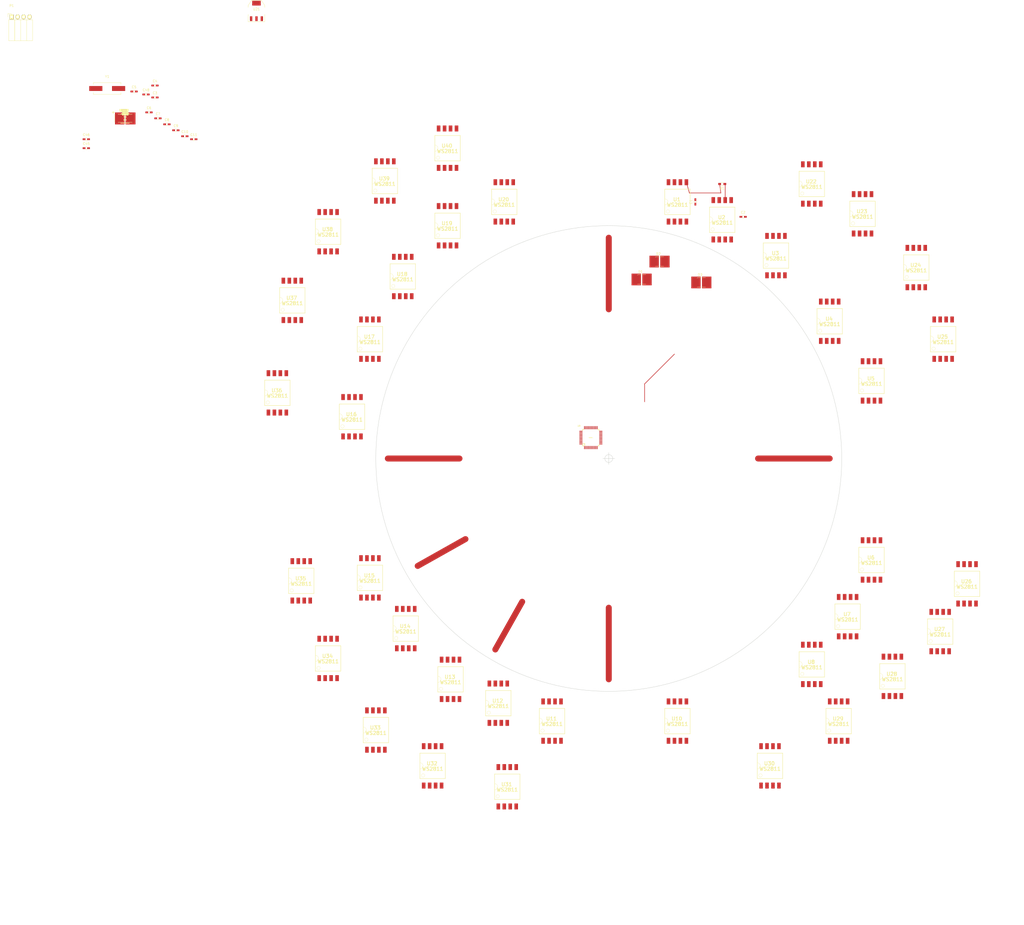
<source format=kicad_pcb>
(kicad_pcb (version 4) (host pcbnew no-vcs-found-product)
  (layers (0 F.Cu signal) (31 B.Cu signal) (34 B.Paste user) (35 F.Paste user) (36 B.SilkS user) (37 F.SilkS user) (38 B.Mask user) (39 F.Mask user) (44 Edge.Cuts user))
  (net 0 "")
  (net 1 GND)
  (net 2 "Net-(C1-Pad2)")
  (net 3 "Net-(C2-Pad2)")
  (net 4 +3V3)
  (net 5 /OSC_IN)
  (net 6 /OSC_OUT)
  (net 7 /NRST)
  (net 8 "Net-(C8-Pad2)")
  (net 9 "Net-(C9-Pad2)")
  (net 10 "Net-(C12-Pad2)")
  (net 11 "Net-(C13-Pad2)")
  (net 12 "Net-(C14-Pad2)")
  (net 13 "Net-(C15-Pad2)")
  (net 14 "Net-(C16-Pad2)")
  (net 15 "Net-(C17-Pad2)")
  (net 16 "Net-(C18-Pad2)")
  (net 17 "Net-(C19-Pad2)")
  (net 18 "Net-(C20-Pad2)")
  (net 19 "Net-(C21-Pad2)")
  (net 20 "Net-(C22-Pad2)")
  (net 21 "Net-(C23-Pad2)")
  (net 22 "Net-(C24-Pad2)")
  (net 23 "Net-(C25-Pad1)")
  (net 24 "Net-(C25-Pad2)")
  (net 25 "Net-(C26-Pad1)")
  (net 26 "Net-(C26-Pad2)")
  (net 27 +5V)
  (net 28 "Net-(C28-Pad2)")
  (net 29 "Net-(C29-Pad2)")
  (net 30 "Net-(C30-Pad1)")
  (net 31 "Net-(C30-Pad2)")
  (net 32 "Net-(C32-Pad2)")
  (net 33 "Net-(C37-Pad2)")
  (net 34 "Net-(C38-Pad2)")
  (net 35 "Net-(C39-Pad2)")
  (net 36 "Net-(C40-Pad2)")
  (net 37 "Net-(C41-Pad2)")
  (net 38 "Net-(C42-Pad1)")
  (net 39 "Net-(C42-Pad2)")
  (net 40 "Net-(C43-Pad1)")
  (net 41 "Net-(C43-Pad2)")
  (net 42 "Net-(C44-Pad1)")
  (net 43 "Net-(C44-Pad2)")
  (net 44 "Net-(D1-Pad1)")
  (net 45 "Net-(D2-Pad1)")
  (net 46 "Net-(D3-Pad1)")
  (net 47 "Net-(D4-Pad1)")
  (net 48 "Net-(D5-Pad1)")
  (net 49 "Net-(D6-Pad1)")
  (net 50 "Net-(D7-Pad1)")
  (net 51 "Net-(D8-Pad1)")
  (net 52 "Net-(D9-Pad1)")
  (net 53 "Net-(D10-Pad1)")
  (net 54 "Net-(D11-Pad1)")
  (net 55 "Net-(D12-Pad1)")
  (net 56 "Net-(D13-Pad1)")
  (net 57 "Net-(D14-Pad1)")
  (net 58 "Net-(D15-Pad1)")
  (net 59 "Net-(D16-Pad1)")
  (net 60 "Net-(D17-Pad1)")
  (net 61 "Net-(D18-Pad1)")
  (net 62 "Net-(D19-Pad1)")
  (net 63 "Net-(D20-Pad1)")
  (net 64 "Net-(D21-Pad1)")
  (net 65 "Net-(D22-Pad1)")
  (net 66 "Net-(D23-Pad1)")
  (net 67 "Net-(D24-Pad1)")
  (net 68 "Net-(D25-Pad1)")
  (net 69 "Net-(D26-Pad1)")
  (net 70 "Net-(D27-Pad1)")
  (net 71 "Net-(D28-Pad1)")
  (net 72 "Net-(D29-Pad1)")
  (net 73 "Net-(D30-Pad1)")
  (net 74 "Net-(D31-Pad1)")
  (net 75 "Net-(D32-Pad1)")
  (net 76 "Net-(D33-Pad1)")
  (net 77 "Net-(D34-Pad1)")
  (net 78 "Net-(D35-Pad1)")
  (net 79 "Net-(D36-Pad1)")
  (net 80 "Net-(D37-Pad1)")
  (net 81 "Net-(D38-Pad1)")
  (net 82 "Net-(D39-Pad1)")
  (net 83 "Net-(D40-Pad1)")
  (net 84 "Net-(D41-Pad1)")
  (net 85 "Net-(D42-Pad1)")
  (net 86 "Net-(D43-Pad1)")
  (net 87 "Net-(D44-Pad1)")
  (net 88 "Net-(D45-Pad1)")
  (net 89 "Net-(D46-Pad1)")
  (net 90 "Net-(D47-Pad1)")
  (net 91 "Net-(D48-Pad1)")
  (net 92 "Net-(D49-Pad1)")
  (net 93 "Net-(D50-Pad1)")
  (net 94 "Net-(D51-Pad1)")
  (net 95 "Net-(D52-Pad1)")
  (net 96 "Net-(D53-Pad1)")
  (net 97 "Net-(D54-Pad1)")
  (net 98 "Net-(D55-Pad1)")
  (net 99 "Net-(D56-Pad1)")
  (net 100 "Net-(D57-Pad1)")
  (net 101 "Net-(D58-Pad1)")
  (net 102 "Net-(D59-Pad1)")
  (net 103 "Net-(D60-Pad1)")
  (net 104 "Net-(D61-Pad1)")
  (net 105 "Net-(D62-Pad1)")
  (net 106 "Net-(D63-Pad1)")
  (net 107 "Net-(D64-Pad1)")
  (net 108 "Net-(D65-Pad1)")
  (net 109 "Net-(D66-Pad1)")
  (net 110 "Net-(D67-Pad1)")
  (net 111 "Net-(D68-Pad1)")
  (net 112 "Net-(D69-Pad1)")
  (net 113 "Net-(D70-Pad1)")
  (net 114 "Net-(D71-Pad1)")
  (net 115 "Net-(D72-Pad1)")
  (net 116 "Net-(D73-Pad1)")
  (net 117 "Net-(D74-Pad1)")
  (net 118 "Net-(D75-Pad1)")
  (net 119 "Net-(D76-Pad1)")
  (net 120 "Net-(D77-Pad1)")
  (net 121 "Net-(D78-Pad1)")
  (net 122 "Net-(D79-Pad1)")
  (net 123 "Net-(D80-Pad1)")
  (net 124 "Net-(D81-Pad1)")
  (net 125 "Net-(D82-Pad1)")
  (net 126 "Net-(D83-Pad1)")
  (net 127 "Net-(D84-Pad1)")
  (net 128 "Net-(D85-Pad1)")
  (net 129 "Net-(D86-Pad1)")
  (net 130 "Net-(D87-Pad1)")
  (net 131 "Net-(D88-Pad1)")
  (net 132 "Net-(D89-Pad1)")
  (net 133 "Net-(D90-Pad1)")
  (net 134 "Net-(D91-Pad1)")
  (net 135 "Net-(D92-Pad1)")
  (net 136 "Net-(D93-Pad1)")
  (net 137 "Net-(D94-Pad1)")
  (net 138 "Net-(D95-Pad1)")
  (net 139 "Net-(D96-Pad1)")
  (net 140 "Net-(D97-Pad1)")
  (net 141 "Net-(D98-Pad1)")
  (net 142 "Net-(D99-Pad1)")
  (net 143 "Net-(D100-Pad1)")
  (net 144 "Net-(D101-Pad1)")
  (net 145 "Net-(D102-Pad1)")
  (net 146 "Net-(D103-Pad1)")
  (net 147 "Net-(D104-Pad1)")
  (net 148 "Net-(D105-Pad1)")
  (net 149 "Net-(D106-Pad1)")
  (net 150 "Net-(D107-Pad1)")
  (net 151 "Net-(D108-Pad1)")
  (net 152 "Net-(D109-Pad1)")
  (net 153 "Net-(D110-Pad1)")
  (net 154 "Net-(D111-Pad1)")
  (net 155 "Net-(D112-Pad1)")
  (net 156 "Net-(D113-Pad1)")
  (net 157 "Net-(D114-Pad1)")
  (net 158 "Net-(D115-Pad1)")
  (net 159 "Net-(D116-Pad1)")
  (net 160 "Net-(D117-Pad1)")
  (net 161 "Net-(D118-Pad1)")
  (net 162 "Net-(D119-Pad1)")
  (net 163 "Net-(D120-Pad1)")
  (net 164 /SWDIO)
  (net 165 /SWCLK)
  (net 166 "Net-(R3-Pad1)")
  (net 167 "Net-(R3-Pad2)")
  (net 168 "Net-(R4-Pad1)")
  (net 169 "Net-(R4-Pad2)")
  (net 170 "Net-(R8-Pad1)")
  (net 171 "Net-(R8-Pad2)")
  (net 172 "Net-(R9-Pad1)")
  (net 173 "Net-(R9-Pad2)")
  (net 174 "Net-(R12-Pad1)")
  (net 175 "Net-(R12-Pad2)")
  (net 176 "Net-(R13-Pad1)")
  (net 177 "Net-(R13-Pad2)")
  (net 178 "Net-(R16-Pad1)")
  (net 179 "Net-(R16-Pad2)")
  (net 180 "Net-(R33-Pad1)")
  (net 181 "Net-(R33-Pad2)")
  (net 182 "Net-(R34-Pad1)")
  (net 183 "Net-(R34-Pad2)")
  (net 184 "Net-(R38-Pad1)")
  (net 185 "Net-(R38-Pad2)")
  (net 186 "Net-(R39-Pad1)")
  (net 187 "Net-(R39-Pad2)")
  (net 188 "Net-(R40-Pad1)")
  (net 189 "Net-(R40-Pad2)")
  (net 190 "Net-(R41-Pad1)")
  (net 191 "Net-(R46-Pad1)")
  (net 192 "Net-(R46-Pad2)")
  (net 193 "Net-(R47-Pad1)")
  (net 194 "Net-(R47-Pad2)")
  (net 195 "Net-(R48-Pad1)")
  (net 196 "Net-(R48-Pad2)")
  (net 197 "Net-(R65-Pad1)")
  (net 198 "Net-(R66-Pad1)")
  (net 199 "Net-(R66-Pad2)")
  (net 200 "Net-(R70-Pad1)")
  (net 201 "Net-(R70-Pad2)")
  (net 202 "Net-(R71-Pad1)")
  (net 203 "Net-(R71-Pad2)")
  (net 204 "Net-(R72-Pad1)")
  (net 205 "Net-(R72-Pad2)")
  (net 206 "Net-(R82-Pad1)")
  (net 207 /LED_DATA)
  (net 208 "Net-(U1-Pad7)")
  (net 209 "Net-(U2-Pad7)")
  (net 210 "Net-(U3-Pad7)")
  (net 211 "Net-(U4-Pad7)")
  (net 212 "Net-(U5-Pad7)")
  (net 213 "Net-(U6-Pad7)")
  (net 214 "Net-(U7-Pad7)")
  (net 215 "Net-(U8-Pad7)")
  (net 216 "Net-(U10-Pad7)")
  (net 217 "Net-(U11-Pad7)")
  (net 218 "Net-(U12-Pad7)")
  (net 219 "Net-(U13-Pad7)")
  (net 220 "Net-(U14-Pad7)")
  (net 221 "Net-(U15-Pad7)")
  (net 222 "Net-(U16-Pad7)")
  (net 223 "Net-(U17-Pad7)")
  (net 224 "Net-(U18-Pad7)")
  (net 225 "Net-(U19-Pad7)")
  (net 226 "Net-(U20-Pad7)")
  (net 227 "Net-(U22-Pad7)")
  (net 228 "Net-(U23-Pad7)")
  (net 229 "Net-(U24-Pad7)")
  (net 230 "Net-(U25-Pad7)")
  (net 231 "Net-(U26-Pad7)")
  (net 232 "Net-(U27-Pad7)")
  (net 233 "Net-(U28-Pad7)")
  (net 234 "Net-(U29-Pad7)")
  (net 235 "Net-(U30-Pad7)")
  (net 236 "Net-(U31-Pad7)")
  (net 237 "Net-(U32-Pad7)")
  (net 238 "Net-(U33-Pad7)")
  (net 239 "Net-(U34-Pad7)")
  (net 240 "Net-(U35-Pad7)")
  (net 241 "Net-(U36-Pad7)")
  (net 242 "Net-(U37-Pad7)")
  (net 243 "Net-(U38-Pad7)")
  (net 244 "Net-(U39-Pad7)")
  (net 245 "Net-(U40-Pad7)")
  (net 246 "Net-(C3-Pad2)")
  (net 247 "Net-(C4-Pad2)")
  (net 248 "Net-(C5-Pad2)")
  (net 249 "Net-(C6-Pad2)")
  (net 250 "Net-(C7-Pad2)")
  (net 251 "Net-(C9-Pad1)")
  (net 252 "Net-(C10-Pad1)")
  (net 253 "Net-(C10-Pad2)")
  (net 254 "Net-(C11-Pad2)")
  (net 255 "Net-(C14-Pad1)")
  (net 256 "Net-(C15-Pad1)")
  (net 257 "Net-(C16-Pad1)")
  (net 258 "Net-(C27-Pad2)")
  (net 259 "Net-(C31-Pad2)")
  (net 260 "Net-(C31-Pad1)")
  (net 261 "Net-(C32-Pad1)")
  (net 262 "Net-(C37-Pad1)")
  (net 263 "Net-(C38-Pad1)")
  (net 264 "Net-(R1-Pad1)")
  (net 265 "Net-(R1-Pad2)")
  (net 266 "Net-(R2-Pad1)")
  (net 267 "Net-(R2-Pad2)")
  (net 268 "Net-(R5-Pad1)")
  (net 269 "Net-(R5-Pad2)")
  (net 270 "Net-(R6-Pad1)")
  (net 271 "Net-(R6-Pad2)")
  (net 272 "Net-(R7-Pad1)")
  (net 273 "Net-(R7-Pad2)")
  (net 274 "Net-(R10-Pad1)")
  (net 275 "Net-(R10-Pad2)")
  (net 276 "Net-(R11-Pad1)")
  (net 277 "Net-(R11-Pad2)")
  (net 278 "Net-(R14-Pad1)")
  (net 279 "Net-(R14-Pad2)")
  (net 280 "Net-(R15-Pad1)")
  (net 281 "Net-(R15-Pad2)")
  (net 282 "Net-(R35-Pad1)")
  (net 283 "Net-(R35-Pad2)")
  (net 284 "Net-(R36-Pad1)")
  (net 285 "Net-(R36-Pad2)")
  (net 286 "Net-(R37-Pad1)")
  (net 287 "Net-(R37-Pad2)")
  (net 288 "Net-(R41-Pad2)")
  (net 289 "Net-(R42-Pad1)")
  (net 290 "Net-(R42-Pad2)")
  (net 291 "Net-(R43-Pad1)")
  (net 292 "Net-(R43-Pad2)")
  (net 293 "Net-(R44-Pad1)")
  (net 294 "Net-(R44-Pad2)")
  (net 295 "Net-(R45-Pad1)")
  (net 296 "Net-(R45-Pad2)")
  (net 297 "Net-(R67-Pad1)")
  (net 298 "Net-(R67-Pad2)")
  (net 299 "Net-(R68-Pad1)")
  (net 300 "Net-(R68-Pad2)")
  (net 301 "Net-(R69-Pad1)")
  (net 302 "Net-(R69-Pad2)")
  (net 303 "Net-(U9-Pad7)")
  (net 304 "Net-(U40-Pad5)")
  (module Capacitors_SMD:C_0603_HandSoldering (layer F.Cu) (at 242.57 35.56 90)
    (fp_text reference C1 (at 0 -1.9 90) (layer F.SilkS))
    (fp_text value 100n)
    (pad 1 smd rect (at -0.95 0 90) (size 1.2 0.75) (layers F.Cu F.Paste F.Mask) (net 1 GND))
    (pad 2 smd rect (at 0.95 0 90) (size 1.2 0.75) (layers F.Cu F.Paste F.Mask) (net 2 "Net-(C1-Pad2)"))
  )
  (module Capacitors_SMD:C_0603_HandSoldering (layer F.Cu) (at 262.89 41.91)
    (fp_text reference C2 (at 0 -1.9) (layer F.SilkS))
    (fp_text value 100n)
    (pad 1 smd rect (at -0.95 0) (size 1.2 0.75) (layers F.Cu F.Paste F.Mask) (net 1 GND))
    (pad 2 smd rect (at 0.95 0) (size 1.2 0.75) (layers F.Cu F.Paste F.Mask) (net 3 "Net-(C2-Pad2)"))
  )
  (module Capacitors_SMD:C_0603_HandSoldering (layer F.Cu) (at 12.7 -8.89)
    (fp_text reference C3 (at 0 -1.9) (layer F.SilkS))
    (fp_text value 100n)
    (pad 1 smd rect (at -0.95 0) (size 1.2 0.75) (layers F.Cu F.Paste F.Mask) (net 1 GND))
    (pad 2 smd rect (at 0.95 0) (size 1.2 0.75) (layers F.Cu F.Paste F.Mask) (net 246 "Net-(C3-Pad2)"))
  )
  (module Capacitors_SMD:C_0603_HandSoldering (layer F.Cu) (at 12.7 -13.97)
    (fp_text reference C4 (at 0 -1.9) (layer F.SilkS))
    (fp_text value 100n)
    (pad 1 smd rect (at -0.95 0) (size 1.2 0.75) (layers F.Cu F.Paste F.Mask) (net 1 GND))
    (pad 2 smd rect (at 0.95 0) (size 1.2 0.75) (layers F.Cu F.Paste F.Mask) (net 247 "Net-(C4-Pad2)"))
  )
  (module Capacitors_SMD:C_0603_HandSoldering (layer F.Cu) (at 3.81 -11.43)
    (fp_text reference C5 (at 0 -1.9) (layer F.SilkS))
    (fp_text value 100n)
    (pad 1 smd rect (at -0.95 0) (size 1.2 0.75) (layers F.Cu F.Paste F.Mask) (net 1 GND))
    (pad 2 smd rect (at 0.95 0) (size 1.2 0.75) (layers F.Cu F.Paste F.Mask) (net 248 "Net-(C5-Pad2)"))
  )
  (module Capacitors_SMD:C_0603_HandSoldering (layer F.Cu) (at 10.16 -2.54)
    (fp_text reference C6 (at 0 -1.9) (layer F.SilkS))
    (fp_text value 100n)
    (pad 1 smd rect (at -0.95 0) (size 1.2 0.75) (layers F.Cu F.Paste F.Mask) (net 1 GND))
    (pad 2 smd rect (at 0.95 0) (size 1.2 0.75) (layers F.Cu F.Paste F.Mask) (net 249 "Net-(C6-Pad2)"))
  )
  (module Capacitors_SMD:C_0603_HandSoldering (layer F.Cu) (at 13.97 0)
    (fp_text reference C7 (at 0 -1.9) (layer F.SilkS))
    (fp_text value 100n)
    (pad 1 smd rect (at -0.95 0) (size 1.2 0.75) (layers F.Cu F.Paste F.Mask) (net 1 GND))
    (pad 2 smd rect (at 0.95 0) (size 1.2 0.75) (layers F.Cu F.Paste F.Mask) (net 250 "Net-(C7-Pad2)"))
  )
  (module Capacitors_SMD:C_0603_HandSoldering (layer F.Cu) (at 17.78 2.54)
    (fp_text reference C8 (at 0 -1.9) (layer F.SilkS))
    (fp_text value 100n)
    (pad 1 smd rect (at -0.95 0) (size 1.2 0.75) (layers F.Cu F.Paste F.Mask) (net 1 GND))
    (pad 2 smd rect (at 0.95 0) (size 1.2 0.75) (layers F.Cu F.Paste F.Mask) (net 8 "Net-(C8-Pad2)"))
  )
  (module Capacitors_SMD:C_0603_HandSoldering (layer F.Cu) (at 21.59 5.08)
    (fp_text reference C9 (at 0 -1.9) (layer F.SilkS))
    (fp_text value 100n)
    (pad 1 smd rect (at -0.95 0) (size 1.2 0.75) (layers F.Cu F.Paste F.Mask) (net 251 "Net-(C9-Pad1)"))
    (pad 2 smd rect (at 0.95 0) (size 1.2 0.75) (layers F.Cu F.Paste F.Mask) (net 9 "Net-(C9-Pad2)"))
  )
  (module Capacitors_SMD:C_0603_HandSoldering (layer F.Cu) (at 25.4 7.62)
    (fp_text reference C10 (at 0 -1.9) (layer F.SilkS))
    (fp_text value 100n)
    (pad 1 smd rect (at -0.95 0) (size 1.2 0.75) (layers F.Cu F.Paste F.Mask) (net 252 "Net-(C10-Pad1)"))
    (pad 2 smd rect (at 0.95 0) (size 1.2 0.75) (layers F.Cu F.Paste F.Mask) (net 253 "Net-(C10-Pad2)"))
  )
  (module Capacitors_SMD:C_0603_HandSoldering (layer F.Cu) (at 29.21 8.89)
    (fp_text reference C11 (at 0 -1.9) (layer F.SilkS))
    (fp_text value 100n)
    (pad 1 smd rect (at -0.95 0) (size 1.2 0.75) (layers F.Cu F.Paste F.Mask) (net 1 GND))
    (pad 2 smd rect (at 0.95 0) (size 1.2 0.75) (layers F.Cu F.Paste F.Mask) (net 254 "Net-(C11-Pad2)"))
  )
  (module Capacitors_SMD:C_0603_HandSoldering (layer F.Cu) (at 0 0)
    (fp_text reference C12 (at 0 -1.9) (layer F.SilkS))
    (fp_text value 100n)
    (pad 1 smd rect (at -0.95 0) (size 1.2 0.75) (layers F.Cu F.Paste F.Mask) (net 1 GND))
    (pad 2 smd rect (at 0.95 0) (size 1.2 0.75) (layers F.Cu F.Paste F.Mask) (net 10 "Net-(C12-Pad2)"))
  )
  (module Capacitors_SMD:C_0603_HandSoldering (layer F.Cu) (at 0 0)
    (fp_text reference C13 (at 0 -1.9) (layer F.SilkS))
    (fp_text value 100n)
    (pad 1 smd rect (at -0.95 0) (size 1.2 0.75) (layers F.Cu F.Paste F.Mask) (net 1 GND))
    (pad 2 smd rect (at 0.95 0) (size 1.2 0.75) (layers F.Cu F.Paste F.Mask) (net 11 "Net-(C13-Pad2)"))
  )
  (module Capacitors_SMD:C_0603_HandSoldering (layer F.Cu) (at 0 0)
    (fp_text reference C14 (at 0 -1.9) (layer F.SilkS))
    (fp_text value 100n)
    (pad 1 smd rect (at -0.95 0) (size 1.2 0.75) (layers F.Cu F.Paste F.Mask) (net 255 "Net-(C14-Pad1)"))
    (pad 2 smd rect (at 0.95 0) (size 1.2 0.75) (layers F.Cu F.Paste F.Mask) (net 12 "Net-(C14-Pad2)"))
  )
  (module Capacitors_SMD:C_0603_HandSoldering (layer F.Cu) (at 0 0)
    (fp_text reference C15 (at 0 -1.9) (layer F.SilkS))
    (fp_text value 100n)
    (pad 1 smd rect (at -0.95 0) (size 1.2 0.75) (layers F.Cu F.Paste F.Mask) (net 256 "Net-(C15-Pad1)"))
    (pad 2 smd rect (at 0.95 0) (size 1.2 0.75) (layers F.Cu F.Paste F.Mask) (net 13 "Net-(C15-Pad2)"))
  )
  (module Capacitors_SMD:C_0603_HandSoldering (layer F.Cu) (at 0 0)
    (fp_text reference C16 (at 0 -1.9) (layer F.SilkS))
    (fp_text value 100n)
    (pad 1 smd rect (at -0.95 0) (size 1.2 0.75) (layers F.Cu F.Paste F.Mask) (net 257 "Net-(C16-Pad1)"))
    (pad 2 smd rect (at 0.95 0) (size 1.2 0.75) (layers F.Cu F.Paste F.Mask) (net 14 "Net-(C16-Pad2)"))
  )
  (module Capacitors_SMD:C_0603_HandSoldering (layer F.Cu) (at 0 0)
    (fp_text reference C17 (at 0 -1.9) (layer F.SilkS))
    (fp_text value 100n)
    (pad 1 smd rect (at -0.95 0) (size 1.2 0.75) (layers F.Cu F.Paste F.Mask) (net 1 GND))
    (pad 2 smd rect (at 0.95 0) (size 1.2 0.75) (layers F.Cu F.Paste F.Mask) (net 15 "Net-(C17-Pad2)"))
  )
  (module Capacitors_SMD:C_0603_HandSoldering (layer F.Cu) (at 0 0)
    (fp_text reference C18 (at 0 -1.9) (layer F.SilkS))
    (fp_text value 100n)
    (pad 1 smd rect (at -0.95 0) (size 1.2 0.75) (layers F.Cu F.Paste F.Mask) (net 1 GND))
    (pad 2 smd rect (at 0.95 0) (size 1.2 0.75) (layers F.Cu F.Paste F.Mask) (net 16 "Net-(C18-Pad2)"))
  )
  (module Capacitors_SMD:C_0603_HandSoldering (layer F.Cu) (at 0 0)
    (fp_text reference C19 (at 0 -1.9) (layer F.SilkS))
    (fp_text value 100n)
    (pad 1 smd rect (at -0.95 0) (size 1.2 0.75) (layers F.Cu F.Paste F.Mask) (net 1 GND))
    (pad 2 smd rect (at 0.95 0) (size 1.2 0.75) (layers F.Cu F.Paste F.Mask) (net 17 "Net-(C19-Pad2)"))
  )
  (module Capacitors_SMD:C_0603_HandSoldering (layer F.Cu) (at 0 0)
    (fp_text reference C20 (at 0 -1.9) (layer F.SilkS))
    (fp_text value 100n)
    (pad 1 smd rect (at -0.95 0) (size 1.2 0.75) (layers F.Cu F.Paste F.Mask) (net 1 GND))
    (pad 2 smd rect (at 0.95 0) (size 1.2 0.75) (layers F.Cu F.Paste F.Mask) (net 18 "Net-(C20-Pad2)"))
  )
  (module Capacitors_SMD:C_0603_HandSoldering (layer F.Cu) (at 0 0)
    (fp_text reference C21 (at 0 -1.9) (layer F.SilkS))
    (fp_text value 100n)
    (pad 1 smd rect (at -0.95 0) (size 1.2 0.75) (layers F.Cu F.Paste F.Mask) (net 1 GND))
    (pad 2 smd rect (at 0.95 0) (size 1.2 0.75) (layers F.Cu F.Paste F.Mask) (net 19 "Net-(C21-Pad2)"))
  )
  (module Capacitors_SMD:C_0603_HandSoldering (layer F.Cu) (at 0 0)
    (fp_text reference C22 (at 0 -1.9) (layer F.SilkS))
    (fp_text value 100n)
    (pad 1 smd rect (at -0.95 0) (size 1.2 0.75) (layers F.Cu F.Paste F.Mask) (net 1 GND))
    (pad 2 smd rect (at 0.95 0) (size 1.2 0.75) (layers F.Cu F.Paste F.Mask) (net 20 "Net-(C22-Pad2)"))
  )
  (module Capacitors_SMD:C_0603_HandSoldering (layer F.Cu) (at 0 0)
    (fp_text reference C23 (at 0 -1.9) (layer F.SilkS))
    (fp_text value 100n)
    (pad 1 smd rect (at -0.95 0) (size 1.2 0.75) (layers F.Cu F.Paste F.Mask) (net 1 GND))
    (pad 2 smd rect (at 0.95 0) (size 1.2 0.75) (layers F.Cu F.Paste F.Mask) (net 21 "Net-(C23-Pad2)"))
  )
  (module Capacitors_SMD:C_0603_HandSoldering (layer F.Cu) (at 0 0)
    (fp_text reference C24 (at 0 -1.9) (layer F.SilkS))
    (fp_text value 100n)
    (pad 1 smd rect (at -0.95 0) (size 1.2 0.75) (layers F.Cu F.Paste F.Mask) (net 1 GND))
    (pad 2 smd rect (at 0.95 0) (size 1.2 0.75) (layers F.Cu F.Paste F.Mask) (net 22 "Net-(C24-Pad2)"))
  )
  (module Capacitors_SMD:C_0603_HandSoldering (layer F.Cu) (at 0 0)
    (fp_text reference C25 (at 0 -1.9) (layer F.SilkS))
    (fp_text value 100n)
    (pad 1 smd rect (at -0.95 0) (size 1.2 0.75) (layers F.Cu F.Paste F.Mask) (net 23 "Net-(C25-Pad1)"))
    (pad 2 smd rect (at 0.95 0) (size 1.2 0.75) (layers F.Cu F.Paste F.Mask) (net 24 "Net-(C25-Pad2)"))
  )
  (module Capacitors_SMD:C_0603_HandSoldering (layer F.Cu) (at 0 0)
    (fp_text reference C26 (at 0 -1.9) (layer F.SilkS))
    (fp_text value 100n)
    (pad 1 smd rect (at -0.95 0) (size 1.2 0.75) (layers F.Cu F.Paste F.Mask) (net 25 "Net-(C26-Pad1)"))
    (pad 2 smd rect (at 0.95 0) (size 1.2 0.75) (layers F.Cu F.Paste F.Mask) (net 26 "Net-(C26-Pad2)"))
  )
  (module Capacitors_SMD:C_0603_HandSoldering (layer F.Cu) (at 0 0)
    (fp_text reference C27 (at 0 -1.9) (layer F.SilkS))
    (fp_text value 100n)
    (pad 1 smd rect (at -0.95 0) (size 1.2 0.75) (layers F.Cu F.Paste F.Mask) (net 1 GND))
    (pad 2 smd rect (at 0.95 0) (size 1.2 0.75) (layers F.Cu F.Paste F.Mask) (net 258 "Net-(C27-Pad2)"))
  )
  (module Capacitors_SMD:C_0603_HandSoldering (layer F.Cu) (at 0 0)
    (fp_text reference C28 (at 0 -1.9) (layer F.SilkS))
    (fp_text value 100n)
    (pad 1 smd rect (at -0.95 0) (size 1.2 0.75) (layers F.Cu F.Paste F.Mask) (net 1 GND))
    (pad 2 smd rect (at 0.95 0) (size 1.2 0.75) (layers F.Cu F.Paste F.Mask) (net 28 "Net-(C28-Pad2)"))
  )
  (module Capacitors_SMD:C_0603_HandSoldering (layer F.Cu) (at 0 0)
    (fp_text reference C29 (at 0 -1.9) (layer F.SilkS))
    (fp_text value 100n)
    (pad 1 smd rect (at -0.95 0) (size 1.2 0.75) (layers F.Cu F.Paste F.Mask) (net 1 GND))
    (pad 2 smd rect (at 0.95 0) (size 1.2 0.75) (layers F.Cu F.Paste F.Mask) (net 29 "Net-(C29-Pad2)"))
  )
  (module Capacitors_SMD:C_0603_HandSoldering (layer F.Cu) (at 0 0)
    (fp_text reference C30 (at 0 -1.9) (layer F.SilkS))
    (fp_text value 100n)
    (pad 1 smd rect (at -0.95 0) (size 1.2 0.75) (layers F.Cu F.Paste F.Mask) (net 30 "Net-(C30-Pad1)"))
    (pad 2 smd rect (at 0.95 0) (size 1.2 0.75) (layers F.Cu F.Paste F.Mask) (net 31 "Net-(C30-Pad2)"))
  )
  (module Capacitors_Tantalum_SMD:TantalC_SizeC_EIA-6032_Wave (layer F.Cu) (at 0 0)
    (fp_text reference C31 (at -0.20066 -3.29946) (layer F.SilkS))
    (fp_text value 100n)
    (fp_text user + (at -4.99872 -2.55016) (layer F.SilkS))
    (pad 2 smd rect (at 2.62382 0) (size 2.75082 1.80086) (layers F.Cu F.Paste F.Mask) (net 259 "Net-(C31-Pad2)"))
    (pad 1 smd rect (at -2.62382 0) (size 2.75082 1.80086) (layers F.Cu F.Paste F.Mask) (net 260 "Net-(C31-Pad1)"))
  )
  (module Capacitors_SMD:C_0603_HandSoldering (layer F.Cu) (at 0 0)
    (fp_text reference C32 (at 0 -1.9) (layer F.SilkS))
    (fp_text value 100n)
    (pad 1 smd rect (at -0.95 0) (size 1.2 0.75) (layers F.Cu F.Paste F.Mask) (net 261 "Net-(C32-Pad1)"))
    (pad 2 smd rect (at 0.95 0) (size 1.2 0.75) (layers F.Cu F.Paste F.Mask) (net 32 "Net-(C32-Pad2)"))
  )
  (module Capacitors_SMD:C_0603_HandSoldering (layer F.Cu) (at 0 0)
    (fp_text reference C33 (at 0 -1.9) (layer F.SilkS))
    (fp_text value 100n)
    (pad 1 smd rect (at -0.95 0) (size 1.2 0.75) (layers F.Cu F.Paste F.Mask) (net 4 +3V3))
    (pad 2 smd rect (at 0.95 0) (size 1.2 0.75) (layers F.Cu F.Paste F.Mask) (net 1 GND))
  )
  (module Capacitors_SMD:C_0603_HandSoldering (layer F.Cu) (at 0 0)
    (fp_text reference C34 (at 0 -1.9) (layer F.SilkS))
    (fp_text value 100n)
    (pad 1 smd rect (at -0.95 0) (size 1.2 0.75) (layers F.Cu F.Paste F.Mask) (net 4 +3V3))
    (pad 2 smd rect (at 0.95 0) (size 1.2 0.75) (layers F.Cu F.Paste F.Mask) (net 1 GND))
  )
  (module Capacitors_SMD:C_0603_HandSoldering (layer F.Cu) (at 0 0)
    (fp_text reference C35 (at 0 -1.9) (layer F.SilkS))
    (fp_text value 100n)
    (pad 1 smd rect (at -0.95 0) (size 1.2 0.75) (layers F.Cu F.Paste F.Mask) (net 4 +3V3))
    (pad 2 smd rect (at 0.95 0) (size 1.2 0.75) (layers F.Cu F.Paste F.Mask) (net 1 GND))
  )
  (module Capacitors_SMD:C_0603_HandSoldering (layer F.Cu) (at 0 0)
    (fp_text reference C36 (at 0 -1.9) (layer F.SilkS))
    (fp_text value 100n)
    (pad 1 smd rect (at -0.95 0) (size 1.2 0.75) (layers F.Cu F.Paste F.Mask) (net 4 +3V3))
    (pad 2 smd rect (at 0.95 0) (size 1.2 0.75) (layers F.Cu F.Paste F.Mask) (net 1 GND))
  )
  (module Capacitors_SMD:C_0603_HandSoldering (layer F.Cu) (at 0 0)
    (fp_text reference C37 (at 0 -1.9) (layer F.SilkS))
    (fp_text value 100n)
    (pad 1 smd rect (at -0.95 0) (size 1.2 0.75) (layers F.Cu F.Paste F.Mask) (net 262 "Net-(C37-Pad1)"))
    (pad 2 smd rect (at 0.95 0) (size 1.2 0.75) (layers F.Cu F.Paste F.Mask) (net 33 "Net-(C37-Pad2)"))
  )
  (module Capacitors_SMD:C_0603_HandSoldering (layer F.Cu) (at 0 0)
    (fp_text reference C38 (at 0 -1.9) (layer F.SilkS))
    (fp_text value 100n)
    (pad 1 smd rect (at -0.95 0) (size 1.2 0.75) (layers F.Cu F.Paste F.Mask) (net 263 "Net-(C38-Pad1)"))
    (pad 2 smd rect (at 0.95 0) (size 1.2 0.75) (layers F.Cu F.Paste F.Mask) (net 34 "Net-(C38-Pad2)"))
  )
  (module Capacitors_SMD:C_0603_HandSoldering (layer F.Cu) (at 0 0)
    (fp_text reference C39 (at 0 -1.9) (layer F.SilkS))
    (fp_text value 100n)
    (pad 1 smd rect (at -0.95 0) (size 1.2 0.75) (layers F.Cu F.Paste F.Mask) (net 1 GND))
    (pad 2 smd rect (at 0.95 0) (size 1.2 0.75) (layers F.Cu F.Paste F.Mask) (net 35 "Net-(C39-Pad2)"))
  )
  (module Capacitors_SMD:C_0603_HandSoldering (layer F.Cu) (at 0 0)
    (fp_text reference C40 (at 0 -1.9) (layer F.SilkS))
    (fp_text value 100n)
    (pad 1 smd rect (at -0.95 0) (size 1.2 0.75) (layers F.Cu F.Paste F.Mask) (net 1 GND))
    (pad 2 smd rect (at 0.95 0) (size 1.2 0.75) (layers F.Cu F.Paste F.Mask) (net 36 "Net-(C40-Pad2)"))
  )
  (module Capacitors_SMD:C_0603_HandSoldering (layer F.Cu) (at 0 0)
    (fp_text reference C41 (at 0 -1.9) (layer F.SilkS))
    (fp_text value 100n)
    (pad 1 smd rect (at -0.95 0) (size 1.2 0.75) (layers F.Cu F.Paste F.Mask) (net 1 GND))
    (pad 2 smd rect (at 0.95 0) (size 1.2 0.75) (layers F.Cu F.Paste F.Mask) (net 37 "Net-(C41-Pad2)"))
  )
  (module Capacitors_SMD:C_0603_HandSoldering (layer F.Cu) (at 0 0)
    (fp_text reference C42 (at 0 -1.9) (layer F.SilkS))
    (fp_text value 100n)
    (pad 1 smd rect (at -0.95 0) (size 1.2 0.75) (layers F.Cu F.Paste F.Mask) (net 38 "Net-(C42-Pad1)"))
    (pad 2 smd rect (at 0.95 0) (size 1.2 0.75) (layers F.Cu F.Paste F.Mask) (net 39 "Net-(C42-Pad2)"))
  )
  (module Capacitors_SMD:C_0603_HandSoldering (layer F.Cu) (at 0 0)
    (fp_text reference C43 (at 0 -1.9) (layer F.SilkS))
    (fp_text value 100n)
    (pad 1 smd rect (at -0.95 0) (size 1.2 0.75) (layers F.Cu F.Paste F.Mask) (net 40 "Net-(C43-Pad1)"))
    (pad 2 smd rect (at 0.95 0) (size 1.2 0.75) (layers F.Cu F.Paste F.Mask) (net 41 "Net-(C43-Pad2)"))
  )
  (module Capacitors_SMD:C_0603_HandSoldering (layer F.Cu) (at 0 0)
    (fp_text reference C44 (at 0 -1.9) (layer F.SilkS))
    (fp_text value 100n)
    (pad 1 smd rect (at -0.95 0) (size 1.2 0.75) (layers F.Cu F.Paste F.Mask) (net 42 "Net-(C44-Pad1)"))
    (pad 2 smd rect (at 0.95 0) (size 1.2 0.75) (layers F.Cu F.Paste F.Mask) (net 43 "Net-(C44-Pad2)"))
  )
  (module Capacitors_SMD:C_0603_HandSoldering (layer F.Cu) (at -16.51 12.7)
    (fp_text reference C45 (at 0 -1.9) (layer F.SilkS))
    (fp_text value 20p)
    (pad 1 smd rect (at -0.95 0) (size 1.2 0.75) (layers F.Cu F.Paste F.Mask) (net 5 /OSC_IN))
    (pad 2 smd rect (at 0.95 0) (size 1.2 0.75) (layers F.Cu F.Paste F.Mask) (net 1 GND))
  )
  (module Capacitors_SMD:C_0603_HandSoldering (layer F.Cu) (at -16.51 8.89)
    (fp_text reference C46 (at 0 -1.9) (layer F.SilkS))
    (fp_text value 20p)
    (pad 1 smd rect (at -0.95 0) (size 1.2 0.75) (layers F.Cu F.Paste F.Mask) (net 6 /OSC_OUT))
    (pad 2 smd rect (at 0.95 0) (size 1.2 0.75) (layers F.Cu F.Paste F.Mask) (net 1 GND))
  )
  (module Capacitors_SMD:C_0603_HandSoldering (layer F.Cu) (at 0 0)
    (fp_text reference C47 (at 0 -1.9) (layer F.SilkS))
    (fp_text value 100n)
    (pad 1 smd rect (at -0.95 0) (size 1.2 0.75) (layers F.Cu F.Paste F.Mask) (net 27 +5V))
    (pad 2 smd rect (at 0.95 0) (size 1.2 0.75) (layers F.Cu F.Paste F.Mask) (net 1 GND))
  )
  (module Capacitors_SMD:C_0603_HandSoldering (layer F.Cu) (at 8.89 -10.16)
    (fp_text reference C48 (at 0 -1.9) (layer F.SilkS))
    (fp_text value 10u)
    (pad 1 smd rect (at -0.95 0) (size 1.2 0.75) (layers F.Cu F.Paste F.Mask) (net 4 +3V3))
    (pad 2 smd rect (at 0.95 0) (size 1.2 0.75) (layers F.Cu F.Paste F.Mask) (net 1 GND))
  )
  (module Capacitors_SMD:C_0603_HandSoldering (layer F.Cu) (at 0 0)
    (fp_text reference C49 (at 0 -1.9) (layer F.SilkS))
    (fp_text value 100n)
    (pad 1 smd rect (at -0.95 0) (size 1.2 0.75) (layers F.Cu F.Paste F.Mask) (net 7 /NRST))
    (pad 2 smd rect (at 0.95 0) (size 1.2 0.75) (layers F.Cu F.Paste F.Mask) (net 1 GND))
  )
  (module custom_janh:PLCC2 (layer F.Cu) (at 219.71 68.58)
    (fp_text reference D1 (at -0.508 -3.302) (layer F.SilkS))
    (fp_text value LED)
    (pad 2 smd rect (at 1.524 0) (size 1.5 2.6) (layers F.Cu F.Paste F.Mask) (net 27 +5V))
    (pad 2 smd rect (at 2.286 0) (size 4 5) (layers F.Cu) (net 27 +5V))
    (pad 1 smd rect (at -2.286 0) (size 4 5) (layers F.Cu) (net 44 "Net-(D1-Pad1)"))
    (pad 1 smd rect (at -1.524 0) (size 1.5 2.6) (layers F.Cu F.Paste F.Mask) (net 44 "Net-(D1-Pad1)"))
  )
  (module custom_janh:PLCC2 (layer F.Cu) (at 227.33 60.96)
    (fp_text reference D2 (at -0.508 -3.302) (layer F.SilkS))
    (fp_text value LED)
    (pad 2 smd rect (at 1.524 0) (size 1.5 2.6) (layers F.Cu F.Paste F.Mask) (net 27 +5V))
    (pad 2 smd rect (at 2.286 0) (size 4 5) (layers F.Cu) (net 27 +5V))
    (pad 1 smd rect (at -2.286 0) (size 4 5) (layers F.Cu) (net 45 "Net-(D2-Pad1)"))
    (pad 1 smd rect (at -1.524 0) (size 1.5 2.6) (layers F.Cu F.Paste F.Mask) (net 45 "Net-(D2-Pad1)"))
  )
  (module custom_janh:PLCC2 (layer F.Cu) (at 245.11 69.85)
    (fp_text reference D3 (at -0.508 -3.302) (layer F.SilkS))
    (fp_text value LED)
    (pad 2 smd rect (at 1.524 0) (size 1.5 2.6) (layers F.Cu F.Paste F.Mask) (net 27 +5V))
    (pad 2 smd rect (at 2.286 0) (size 4 5) (layers F.Cu) (net 27 +5V))
    (pad 1 smd rect (at -2.286 0) (size 4 5) (layers F.Cu) (net 46 "Net-(D3-Pad1)"))
    (pad 1 smd rect (at -1.524 0) (size 1.5 2.6) (layers F.Cu F.Paste F.Mask) (net 46 "Net-(D3-Pad1)"))
  )
  (module custom_janh:PLCC2 (layer F.Cu) (at 0 0)
    (fp_text reference D4 (at -0.508 -3.302) (layer F.SilkS))
    (fp_text value LED)
    (pad 2 smd rect (at 1.524 0) (size 1.5 2.6) (layers F.Cu F.Paste F.Mask) (net 27 +5V))
    (pad 2 smd rect (at 2.286 0) (size 4 5) (layers F.Cu) (net 27 +5V))
    (pad 1 smd rect (at -2.286 0) (size 4 5) (layers F.Cu) (net 47 "Net-(D4-Pad1)"))
    (pad 1 smd rect (at -1.524 0) (size 1.5 2.6) (layers F.Cu F.Paste F.Mask) (net 47 "Net-(D4-Pad1)"))
  )
  (module custom_janh:PLCC2 (layer F.Cu) (at 0 0)
    (fp_text reference D5 (at -0.508 -3.302) (layer F.SilkS))
    (fp_text value LED)
    (pad 2 smd rect (at 1.524 0) (size 1.5 2.6) (layers F.Cu F.Paste F.Mask) (net 27 +5V))
    (pad 2 smd rect (at 2.286 0) (size 4 5) (layers F.Cu) (net 27 +5V))
    (pad 1 smd rect (at -2.286 0) (size 4 5) (layers F.Cu) (net 48 "Net-(D5-Pad1)"))
    (pad 1 smd rect (at -1.524 0) (size 1.5 2.6) (layers F.Cu F.Paste F.Mask) (net 48 "Net-(D5-Pad1)"))
  )
  (module custom_janh:PLCC2 (layer F.Cu) (at 0 0)
    (fp_text reference D6 (at -0.508 -3.302) (layer F.SilkS))
    (fp_text value LED)
    (pad 2 smd rect (at 1.524 0) (size 1.5 2.6) (layers F.Cu F.Paste F.Mask) (net 27 +5V))
    (pad 2 smd rect (at 2.286 0) (size 4 5) (layers F.Cu) (net 27 +5V))
    (pad 1 smd rect (at -2.286 0) (size 4 5) (layers F.Cu) (net 49 "Net-(D6-Pad1)"))
    (pad 1 smd rect (at -1.524 0) (size 1.5 2.6) (layers F.Cu F.Paste F.Mask) (net 49 "Net-(D6-Pad1)"))
  )
  (module custom_janh:PLCC2 (layer F.Cu) (at 0 0)
    (fp_text reference D7 (at -0.508 -3.302) (layer F.SilkS))
    (fp_text value LED)
    (pad 2 smd rect (at 1.524 0) (size 1.5 2.6) (layers F.Cu F.Paste F.Mask) (net 27 +5V))
    (pad 2 smd rect (at 2.286 0) (size 4 5) (layers F.Cu) (net 27 +5V))
    (pad 1 smd rect (at -2.286 0) (size 4 5) (layers F.Cu) (net 50 "Net-(D7-Pad1)"))
    (pad 1 smd rect (at -1.524 0) (size 1.5 2.6) (layers F.Cu F.Paste F.Mask) (net 50 "Net-(D7-Pad1)"))
  )
  (module custom_janh:PLCC2 (layer F.Cu) (at 0 0)
    (fp_text reference D8 (at -0.508 -3.302) (layer F.SilkS))
    (fp_text value LED)
    (pad 2 smd rect (at 1.524 0) (size 1.5 2.6) (layers F.Cu F.Paste F.Mask) (net 27 +5V))
    (pad 2 smd rect (at 2.286 0) (size 4 5) (layers F.Cu) (net 27 +5V))
    (pad 1 smd rect (at -2.286 0) (size 4 5) (layers F.Cu) (net 51 "Net-(D8-Pad1)"))
    (pad 1 smd rect (at -1.524 0) (size 1.5 2.6) (layers F.Cu F.Paste F.Mask) (net 51 "Net-(D8-Pad1)"))
  )
  (module custom_janh:PLCC2 (layer F.Cu) (at 0 0)
    (fp_text reference D9 (at -0.508 -3.302) (layer F.SilkS))
    (fp_text value LED)
    (pad 2 smd rect (at 1.524 0) (size 1.5 2.6) (layers F.Cu F.Paste F.Mask) (net 27 +5V))
    (pad 2 smd rect (at 2.286 0) (size 4 5) (layers F.Cu) (net 27 +5V))
    (pad 1 smd rect (at -2.286 0) (size 4 5) (layers F.Cu) (net 52 "Net-(D9-Pad1)"))
    (pad 1 smd rect (at -1.524 0) (size 1.5 2.6) (layers F.Cu F.Paste F.Mask) (net 52 "Net-(D9-Pad1)"))
  )
  (module custom_janh:PLCC2 (layer F.Cu) (at 0 0)
    (fp_text reference D10 (at -0.508 -3.302) (layer F.SilkS))
    (fp_text value LED)
    (pad 2 smd rect (at 1.524 0) (size 1.5 2.6) (layers F.Cu F.Paste F.Mask) (net 27 +5V))
    (pad 2 smd rect (at 2.286 0) (size 4 5) (layers F.Cu) (net 27 +5V))
    (pad 1 smd rect (at -2.286 0) (size 4 5) (layers F.Cu) (net 53 "Net-(D10-Pad1)"))
    (pad 1 smd rect (at -1.524 0) (size 1.5 2.6) (layers F.Cu F.Paste F.Mask) (net 53 "Net-(D10-Pad1)"))
  )
  (module custom_janh:PLCC2 (layer F.Cu) (at 0 0)
    (fp_text reference D11 (at -0.508 -3.302) (layer F.SilkS))
    (fp_text value LED)
    (pad 2 smd rect (at 1.524 0) (size 1.5 2.6) (layers F.Cu F.Paste F.Mask) (net 27 +5V))
    (pad 2 smd rect (at 2.286 0) (size 4 5) (layers F.Cu) (net 27 +5V))
    (pad 1 smd rect (at -2.286 0) (size 4 5) (layers F.Cu) (net 54 "Net-(D11-Pad1)"))
    (pad 1 smd rect (at -1.524 0) (size 1.5 2.6) (layers F.Cu F.Paste F.Mask) (net 54 "Net-(D11-Pad1)"))
  )
  (module custom_janh:PLCC2 (layer F.Cu) (at 0 0)
    (fp_text reference D12 (at -0.508 -3.302) (layer F.SilkS))
    (fp_text value LED)
    (pad 2 smd rect (at 1.524 0) (size 1.5 2.6) (layers F.Cu F.Paste F.Mask) (net 27 +5V))
    (pad 2 smd rect (at 2.286 0) (size 4 5) (layers F.Cu) (net 27 +5V))
    (pad 1 smd rect (at -2.286 0) (size 4 5) (layers F.Cu) (net 55 "Net-(D12-Pad1)"))
    (pad 1 smd rect (at -1.524 0) (size 1.5 2.6) (layers F.Cu F.Paste F.Mask) (net 55 "Net-(D12-Pad1)"))
  )
  (module custom_janh:PLCC2 (layer F.Cu) (at 0 0)
    (fp_text reference D13 (at -0.508 -3.302) (layer F.SilkS))
    (fp_text value LED)
    (pad 2 smd rect (at 1.524 0) (size 1.5 2.6) (layers F.Cu F.Paste F.Mask) (net 27 +5V))
    (pad 2 smd rect (at 2.286 0) (size 4 5) (layers F.Cu) (net 27 +5V))
    (pad 1 smd rect (at -2.286 0) (size 4 5) (layers F.Cu) (net 56 "Net-(D13-Pad1)"))
    (pad 1 smd rect (at -1.524 0) (size 1.5 2.6) (layers F.Cu F.Paste F.Mask) (net 56 "Net-(D13-Pad1)"))
  )
  (module custom_janh:PLCC2 (layer F.Cu) (at 0 0)
    (fp_text reference D14 (at -0.508 -3.302) (layer F.SilkS))
    (fp_text value LED)
    (pad 2 smd rect (at 1.524 0) (size 1.5 2.6) (layers F.Cu F.Paste F.Mask) (net 27 +5V))
    (pad 2 smd rect (at 2.286 0) (size 4 5) (layers F.Cu) (net 27 +5V))
    (pad 1 smd rect (at -2.286 0) (size 4 5) (layers F.Cu) (net 57 "Net-(D14-Pad1)"))
    (pad 1 smd rect (at -1.524 0) (size 1.5 2.6) (layers F.Cu F.Paste F.Mask) (net 57 "Net-(D14-Pad1)"))
  )
  (module custom_janh:PLCC2 (layer F.Cu) (at 0 0)
    (fp_text reference D15 (at -0.508 -3.302) (layer F.SilkS))
    (fp_text value LED)
    (pad 2 smd rect (at 1.524 0) (size 1.5 2.6) (layers F.Cu F.Paste F.Mask) (net 27 +5V))
    (pad 2 smd rect (at 2.286 0) (size 4 5) (layers F.Cu) (net 27 +5V))
    (pad 1 smd rect (at -2.286 0) (size 4 5) (layers F.Cu) (net 58 "Net-(D15-Pad1)"))
    (pad 1 smd rect (at -1.524 0) (size 1.5 2.6) (layers F.Cu F.Paste F.Mask) (net 58 "Net-(D15-Pad1)"))
  )
  (module custom_janh:PLCC2 (layer F.Cu) (at 0 0)
    (fp_text reference D16 (at -0.508 -3.302) (layer F.SilkS))
    (fp_text value LED)
    (pad 2 smd rect (at 1.524 0) (size 1.5 2.6) (layers F.Cu F.Paste F.Mask) (net 27 +5V))
    (pad 2 smd rect (at 2.286 0) (size 4 5) (layers F.Cu) (net 27 +5V))
    (pad 1 smd rect (at -2.286 0) (size 4 5) (layers F.Cu) (net 59 "Net-(D16-Pad1)"))
    (pad 1 smd rect (at -1.524 0) (size 1.5 2.6) (layers F.Cu F.Paste F.Mask) (net 59 "Net-(D16-Pad1)"))
  )
  (module custom_janh:PLCC2 (layer F.Cu) (at 0 0)
    (fp_text reference D17 (at -0.508 -3.302) (layer F.SilkS))
    (fp_text value LED)
    (pad 2 smd rect (at 1.524 0) (size 1.5 2.6) (layers F.Cu F.Paste F.Mask) (net 27 +5V))
    (pad 2 smd rect (at 2.286 0) (size 4 5) (layers F.Cu) (net 27 +5V))
    (pad 1 smd rect (at -2.286 0) (size 4 5) (layers F.Cu) (net 60 "Net-(D17-Pad1)"))
    (pad 1 smd rect (at -1.524 0) (size 1.5 2.6) (layers F.Cu F.Paste F.Mask) (net 60 "Net-(D17-Pad1)"))
  )
  (module custom_janh:PLCC2 (layer F.Cu) (at 0 0)
    (fp_text reference D18 (at -0.508 -3.302) (layer F.SilkS))
    (fp_text value LED)
    (pad 2 smd rect (at 1.524 0) (size 1.5 2.6) (layers F.Cu F.Paste F.Mask) (net 27 +5V))
    (pad 2 smd rect (at 2.286 0) (size 4 5) (layers F.Cu) (net 27 +5V))
    (pad 1 smd rect (at -2.286 0) (size 4 5) (layers F.Cu) (net 61 "Net-(D18-Pad1)"))
    (pad 1 smd rect (at -1.524 0) (size 1.5 2.6) (layers F.Cu F.Paste F.Mask) (net 61 "Net-(D18-Pad1)"))
  )
  (module custom_janh:PLCC2 (layer F.Cu) (at 0 0)
    (fp_text reference D19 (at -0.508 -3.302) (layer F.SilkS))
    (fp_text value LED)
    (pad 2 smd rect (at 1.524 0) (size 1.5 2.6) (layers F.Cu F.Paste F.Mask) (net 27 +5V))
    (pad 2 smd rect (at 2.286 0) (size 4 5) (layers F.Cu) (net 27 +5V))
    (pad 1 smd rect (at -2.286 0) (size 4 5) (layers F.Cu) (net 62 "Net-(D19-Pad1)"))
    (pad 1 smd rect (at -1.524 0) (size 1.5 2.6) (layers F.Cu F.Paste F.Mask) (net 62 "Net-(D19-Pad1)"))
  )
  (module custom_janh:PLCC2 (layer F.Cu) (at 0 0)
    (fp_text reference D20 (at -0.508 -3.302) (layer F.SilkS))
    (fp_text value LED)
    (pad 2 smd rect (at 1.524 0) (size 1.5 2.6) (layers F.Cu F.Paste F.Mask) (net 27 +5V))
    (pad 2 smd rect (at 2.286 0) (size 4 5) (layers F.Cu) (net 27 +5V))
    (pad 1 smd rect (at -2.286 0) (size 4 5) (layers F.Cu) (net 63 "Net-(D20-Pad1)"))
    (pad 1 smd rect (at -1.524 0) (size 1.5 2.6) (layers F.Cu F.Paste F.Mask) (net 63 "Net-(D20-Pad1)"))
  )
  (module custom_janh:PLCC2 (layer F.Cu) (at 0 0)
    (fp_text reference D21 (at -0.508 -3.302) (layer F.SilkS))
    (fp_text value LED)
    (pad 2 smd rect (at 1.524 0) (size 1.5 2.6) (layers F.Cu F.Paste F.Mask) (net 27 +5V))
    (pad 2 smd rect (at 2.286 0) (size 4 5) (layers F.Cu) (net 27 +5V))
    (pad 1 smd rect (at -2.286 0) (size 4 5) (layers F.Cu) (net 64 "Net-(D21-Pad1)"))
    (pad 1 smd rect (at -1.524 0) (size 1.5 2.6) (layers F.Cu F.Paste F.Mask) (net 64 "Net-(D21-Pad1)"))
  )
  (module custom_janh:PLCC2 (layer F.Cu) (at 0 0)
    (fp_text reference D22 (at -0.508 -3.302) (layer F.SilkS))
    (fp_text value LED)
    (pad 2 smd rect (at 1.524 0) (size 1.5 2.6) (layers F.Cu F.Paste F.Mask) (net 27 +5V))
    (pad 2 smd rect (at 2.286 0) (size 4 5) (layers F.Cu) (net 27 +5V))
    (pad 1 smd rect (at -2.286 0) (size 4 5) (layers F.Cu) (net 65 "Net-(D22-Pad1)"))
    (pad 1 smd rect (at -1.524 0) (size 1.5 2.6) (layers F.Cu F.Paste F.Mask) (net 65 "Net-(D22-Pad1)"))
  )
  (module custom_janh:PLCC2 (layer F.Cu) (at 0 0)
    (fp_text reference D23 (at -0.508 -3.302) (layer F.SilkS))
    (fp_text value LED)
    (pad 2 smd rect (at 1.524 0) (size 1.5 2.6) (layers F.Cu F.Paste F.Mask) (net 27 +5V))
    (pad 2 smd rect (at 2.286 0) (size 4 5) (layers F.Cu) (net 27 +5V))
    (pad 1 smd rect (at -2.286 0) (size 4 5) (layers F.Cu) (net 66 "Net-(D23-Pad1)"))
    (pad 1 smd rect (at -1.524 0) (size 1.5 2.6) (layers F.Cu F.Paste F.Mask) (net 66 "Net-(D23-Pad1)"))
  )
  (module custom_janh:PLCC2 (layer F.Cu) (at 0 0)
    (fp_text reference D24 (at -0.508 -3.302) (layer F.SilkS))
    (fp_text value LED)
    (pad 2 smd rect (at 1.524 0) (size 1.5 2.6) (layers F.Cu F.Paste F.Mask) (net 27 +5V))
    (pad 2 smd rect (at 2.286 0) (size 4 5) (layers F.Cu) (net 27 +5V))
    (pad 1 smd rect (at -2.286 0) (size 4 5) (layers F.Cu) (net 67 "Net-(D24-Pad1)"))
    (pad 1 smd rect (at -1.524 0) (size 1.5 2.6) (layers F.Cu F.Paste F.Mask) (net 67 "Net-(D24-Pad1)"))
  )
  (module custom_janh:PLCC2 (layer F.Cu) (at 0 0)
    (fp_text reference D25 (at -0.508 -3.302) (layer F.SilkS))
    (fp_text value LED)
    (pad 2 smd rect (at 1.524 0) (size 1.5 2.6) (layers F.Cu F.Paste F.Mask) (net 27 +5V))
    (pad 2 smd rect (at 2.286 0) (size 4 5) (layers F.Cu) (net 27 +5V))
    (pad 1 smd rect (at -2.286 0) (size 4 5) (layers F.Cu) (net 68 "Net-(D25-Pad1)"))
    (pad 1 smd rect (at -1.524 0) (size 1.5 2.6) (layers F.Cu F.Paste F.Mask) (net 68 "Net-(D25-Pad1)"))
  )
  (module custom_janh:PLCC2 (layer F.Cu) (at 0 0)
    (fp_text reference D26 (at -0.508 -3.302) (layer F.SilkS))
    (fp_text value LED)
    (pad 2 smd rect (at 1.524 0) (size 1.5 2.6) (layers F.Cu F.Paste F.Mask) (net 27 +5V))
    (pad 2 smd rect (at 2.286 0) (size 4 5) (layers F.Cu) (net 27 +5V))
    (pad 1 smd rect (at -2.286 0) (size 4 5) (layers F.Cu) (net 69 "Net-(D26-Pad1)"))
    (pad 1 smd rect (at -1.524 0) (size 1.5 2.6) (layers F.Cu F.Paste F.Mask) (net 69 "Net-(D26-Pad1)"))
  )
  (module custom_janh:PLCC2 (layer F.Cu) (at 0 0)
    (fp_text reference D27 (at -0.508 -3.302) (layer F.SilkS))
    (fp_text value LED)
    (pad 2 smd rect (at 1.524 0) (size 1.5 2.6) (layers F.Cu F.Paste F.Mask) (net 27 +5V))
    (pad 2 smd rect (at 2.286 0) (size 4 5) (layers F.Cu) (net 27 +5V))
    (pad 1 smd rect (at -2.286 0) (size 4 5) (layers F.Cu) (net 70 "Net-(D27-Pad1)"))
    (pad 1 smd rect (at -1.524 0) (size 1.5 2.6) (layers F.Cu F.Paste F.Mask) (net 70 "Net-(D27-Pad1)"))
  )
  (module custom_janh:PLCC2 (layer F.Cu) (at 0 0)
    (fp_text reference D28 (at -0.508 -3.302) (layer F.SilkS))
    (fp_text value LED)
    (pad 2 smd rect (at 1.524 0) (size 1.5 2.6) (layers F.Cu F.Paste F.Mask) (net 27 +5V))
    (pad 2 smd rect (at 2.286 0) (size 4 5) (layers F.Cu) (net 27 +5V))
    (pad 1 smd rect (at -2.286 0) (size 4 5) (layers F.Cu) (net 71 "Net-(D28-Pad1)"))
    (pad 1 smd rect (at -1.524 0) (size 1.5 2.6) (layers F.Cu F.Paste F.Mask) (net 71 "Net-(D28-Pad1)"))
  )
  (module custom_janh:PLCC2 (layer F.Cu) (at 0 0)
    (fp_text reference D29 (at -0.508 -3.302) (layer F.SilkS))
    (fp_text value LED)
    (pad 2 smd rect (at 1.524 0) (size 1.5 2.6) (layers F.Cu F.Paste F.Mask) (net 27 +5V))
    (pad 2 smd rect (at 2.286 0) (size 4 5) (layers F.Cu) (net 27 +5V))
    (pad 1 smd rect (at -2.286 0) (size 4 5) (layers F.Cu) (net 72 "Net-(D29-Pad1)"))
    (pad 1 smd rect (at -1.524 0) (size 1.5 2.6) (layers F.Cu F.Paste F.Mask) (net 72 "Net-(D29-Pad1)"))
  )
  (module custom_janh:PLCC2 (layer F.Cu) (at 0 0)
    (fp_text reference D30 (at -0.508 -3.302) (layer F.SilkS))
    (fp_text value LED)
    (pad 2 smd rect (at 1.524 0) (size 1.5 2.6) (layers F.Cu F.Paste F.Mask) (net 27 +5V))
    (pad 2 smd rect (at 2.286 0) (size 4 5) (layers F.Cu) (net 27 +5V))
    (pad 1 smd rect (at -2.286 0) (size 4 5) (layers F.Cu) (net 73 "Net-(D30-Pad1)"))
    (pad 1 smd rect (at -1.524 0) (size 1.5 2.6) (layers F.Cu F.Paste F.Mask) (net 73 "Net-(D30-Pad1)"))
  )
  (module custom_janh:PLCC2 (layer F.Cu) (at 0 0)
    (fp_text reference D31 (at -0.508 -3.302) (layer F.SilkS))
    (fp_text value LED)
    (pad 2 smd rect (at 1.524 0) (size 1.5 2.6) (layers F.Cu F.Paste F.Mask) (net 27 +5V))
    (pad 2 smd rect (at 2.286 0) (size 4 5) (layers F.Cu) (net 27 +5V))
    (pad 1 smd rect (at -2.286 0) (size 4 5) (layers F.Cu) (net 74 "Net-(D31-Pad1)"))
    (pad 1 smd rect (at -1.524 0) (size 1.5 2.6) (layers F.Cu F.Paste F.Mask) (net 74 "Net-(D31-Pad1)"))
  )
  (module custom_janh:PLCC2 (layer F.Cu) (at 0 0)
    (fp_text reference D32 (at -0.508 -3.302) (layer F.SilkS))
    (fp_text value LED)
    (pad 2 smd rect (at 1.524 0) (size 1.5 2.6) (layers F.Cu F.Paste F.Mask) (net 27 +5V))
    (pad 2 smd rect (at 2.286 0) (size 4 5) (layers F.Cu) (net 27 +5V))
    (pad 1 smd rect (at -2.286 0) (size 4 5) (layers F.Cu) (net 75 "Net-(D32-Pad1)"))
    (pad 1 smd rect (at -1.524 0) (size 1.5 2.6) (layers F.Cu F.Paste F.Mask) (net 75 "Net-(D32-Pad1)"))
  )
  (module custom_janh:PLCC2 (layer F.Cu) (at 0 0)
    (fp_text reference D33 (at -0.508 -3.302) (layer F.SilkS))
    (fp_text value LED)
    (pad 2 smd rect (at 1.524 0) (size 1.5 2.6) (layers F.Cu F.Paste F.Mask) (net 27 +5V))
    (pad 2 smd rect (at 2.286 0) (size 4 5) (layers F.Cu) (net 27 +5V))
    (pad 1 smd rect (at -2.286 0) (size 4 5) (layers F.Cu) (net 76 "Net-(D33-Pad1)"))
    (pad 1 smd rect (at -1.524 0) (size 1.5 2.6) (layers F.Cu F.Paste F.Mask) (net 76 "Net-(D33-Pad1)"))
  )
  (module custom_janh:PLCC2 (layer F.Cu) (at 0 0)
    (fp_text reference D34 (at -0.508 -3.302) (layer F.SilkS))
    (fp_text value LED)
    (pad 2 smd rect (at 1.524 0) (size 1.5 2.6) (layers F.Cu F.Paste F.Mask) (net 27 +5V))
    (pad 2 smd rect (at 2.286 0) (size 4 5) (layers F.Cu) (net 27 +5V))
    (pad 1 smd rect (at -2.286 0) (size 4 5) (layers F.Cu) (net 77 "Net-(D34-Pad1)"))
    (pad 1 smd rect (at -1.524 0) (size 1.5 2.6) (layers F.Cu F.Paste F.Mask) (net 77 "Net-(D34-Pad1)"))
  )
  (module custom_janh:PLCC2 (layer F.Cu) (at 0 0)
    (fp_text reference D35 (at -0.508 -3.302) (layer F.SilkS))
    (fp_text value LED)
    (pad 2 smd rect (at 1.524 0) (size 1.5 2.6) (layers F.Cu F.Paste F.Mask) (net 27 +5V))
    (pad 2 smd rect (at 2.286 0) (size 4 5) (layers F.Cu) (net 27 +5V))
    (pad 1 smd rect (at -2.286 0) (size 4 5) (layers F.Cu) (net 78 "Net-(D35-Pad1)"))
    (pad 1 smd rect (at -1.524 0) (size 1.5 2.6) (layers F.Cu F.Paste F.Mask) (net 78 "Net-(D35-Pad1)"))
  )
  (module custom_janh:PLCC2 (layer F.Cu) (at 0 0)
    (fp_text reference D36 (at -0.508 -3.302) (layer F.SilkS))
    (fp_text value LED)
    (pad 2 smd rect (at 1.524 0) (size 1.5 2.6) (layers F.Cu F.Paste F.Mask) (net 27 +5V))
    (pad 2 smd rect (at 2.286 0) (size 4 5) (layers F.Cu) (net 27 +5V))
    (pad 1 smd rect (at -2.286 0) (size 4 5) (layers F.Cu) (net 79 "Net-(D36-Pad1)"))
    (pad 1 smd rect (at -1.524 0) (size 1.5 2.6) (layers F.Cu F.Paste F.Mask) (net 79 "Net-(D36-Pad1)"))
  )
  (module custom_janh:PLCC2 (layer F.Cu) (at 0 0)
    (fp_text reference D37 (at -0.508 -3.302) (layer F.SilkS))
    (fp_text value LED)
    (pad 2 smd rect (at 1.524 0) (size 1.5 2.6) (layers F.Cu F.Paste F.Mask) (net 27 +5V))
    (pad 2 smd rect (at 2.286 0) (size 4 5) (layers F.Cu) (net 27 +5V))
    (pad 1 smd rect (at -2.286 0) (size 4 5) (layers F.Cu) (net 80 "Net-(D37-Pad1)"))
    (pad 1 smd rect (at -1.524 0) (size 1.5 2.6) (layers F.Cu F.Paste F.Mask) (net 80 "Net-(D37-Pad1)"))
  )
  (module custom_janh:PLCC2 (layer F.Cu) (at 0 0)
    (fp_text reference D38 (at -0.508 -3.302) (layer F.SilkS))
    (fp_text value LED)
    (pad 2 smd rect (at 1.524 0) (size 1.5 2.6) (layers F.Cu F.Paste F.Mask) (net 27 +5V))
    (pad 2 smd rect (at 2.286 0) (size 4 5) (layers F.Cu) (net 27 +5V))
    (pad 1 smd rect (at -2.286 0) (size 4 5) (layers F.Cu) (net 81 "Net-(D38-Pad1)"))
    (pad 1 smd rect (at -1.524 0) (size 1.5 2.6) (layers F.Cu F.Paste F.Mask) (net 81 "Net-(D38-Pad1)"))
  )
  (module custom_janh:PLCC2 (layer F.Cu) (at 0 0)
    (fp_text reference D39 (at -0.508 -3.302) (layer F.SilkS))
    (fp_text value LED)
    (pad 2 smd rect (at 1.524 0) (size 1.5 2.6) (layers F.Cu F.Paste F.Mask) (net 27 +5V))
    (pad 2 smd rect (at 2.286 0) (size 4 5) (layers F.Cu) (net 27 +5V))
    (pad 1 smd rect (at -2.286 0) (size 4 5) (layers F.Cu) (net 82 "Net-(D39-Pad1)"))
    (pad 1 smd rect (at -1.524 0) (size 1.5 2.6) (layers F.Cu F.Paste F.Mask) (net 82 "Net-(D39-Pad1)"))
  )
  (module custom_janh:PLCC2 (layer F.Cu) (at 0 0)
    (fp_text reference D40 (at -0.508 -3.302) (layer F.SilkS))
    (fp_text value LED)
    (pad 2 smd rect (at 1.524 0) (size 1.5 2.6) (layers F.Cu F.Paste F.Mask) (net 27 +5V))
    (pad 2 smd rect (at 2.286 0) (size 4 5) (layers F.Cu) (net 27 +5V))
    (pad 1 smd rect (at -2.286 0) (size 4 5) (layers F.Cu) (net 83 "Net-(D40-Pad1)"))
    (pad 1 smd rect (at -1.524 0) (size 1.5 2.6) (layers F.Cu F.Paste F.Mask) (net 83 "Net-(D40-Pad1)"))
  )
  (module custom_janh:PLCC2 (layer F.Cu) (at 0 0)
    (fp_text reference D41 (at -0.508 -3.302) (layer F.SilkS))
    (fp_text value LED)
    (pad 2 smd rect (at 1.524 0) (size 1.5 2.6) (layers F.Cu F.Paste F.Mask) (net 27 +5V))
    (pad 2 smd rect (at 2.286 0) (size 4 5) (layers F.Cu) (net 27 +5V))
    (pad 1 smd rect (at -2.286 0) (size 4 5) (layers F.Cu) (net 84 "Net-(D41-Pad1)"))
    (pad 1 smd rect (at -1.524 0) (size 1.5 2.6) (layers F.Cu F.Paste F.Mask) (net 84 "Net-(D41-Pad1)"))
  )
  (module custom_janh:PLCC2 (layer F.Cu) (at 0 0)
    (fp_text reference D42 (at -0.508 -3.302) (layer F.SilkS))
    (fp_text value LED)
    (pad 2 smd rect (at 1.524 0) (size 1.5 2.6) (layers F.Cu F.Paste F.Mask) (net 27 +5V))
    (pad 2 smd rect (at 2.286 0) (size 4 5) (layers F.Cu) (net 27 +5V))
    (pad 1 smd rect (at -2.286 0) (size 4 5) (layers F.Cu) (net 85 "Net-(D42-Pad1)"))
    (pad 1 smd rect (at -1.524 0) (size 1.5 2.6) (layers F.Cu F.Paste F.Mask) (net 85 "Net-(D42-Pad1)"))
  )
  (module custom_janh:PLCC2 (layer F.Cu) (at 0 0)
    (fp_text reference D43 (at -0.508 -3.302) (layer F.SilkS))
    (fp_text value LED)
    (pad 2 smd rect (at 1.524 0) (size 1.5 2.6) (layers F.Cu F.Paste F.Mask) (net 27 +5V))
    (pad 2 smd rect (at 2.286 0) (size 4 5) (layers F.Cu) (net 27 +5V))
    (pad 1 smd rect (at -2.286 0) (size 4 5) (layers F.Cu) (net 86 "Net-(D43-Pad1)"))
    (pad 1 smd rect (at -1.524 0) (size 1.5 2.6) (layers F.Cu F.Paste F.Mask) (net 86 "Net-(D43-Pad1)"))
  )
  (module custom_janh:PLCC2 (layer F.Cu) (at 0 0)
    (fp_text reference D44 (at -0.508 -3.302) (layer F.SilkS))
    (fp_text value LED)
    (pad 2 smd rect (at 1.524 0) (size 1.5 2.6) (layers F.Cu F.Paste F.Mask) (net 27 +5V))
    (pad 2 smd rect (at 2.286 0) (size 4 5) (layers F.Cu) (net 27 +5V))
    (pad 1 smd rect (at -2.286 0) (size 4 5) (layers F.Cu) (net 87 "Net-(D44-Pad1)"))
    (pad 1 smd rect (at -1.524 0) (size 1.5 2.6) (layers F.Cu F.Paste F.Mask) (net 87 "Net-(D44-Pad1)"))
  )
  (module custom_janh:PLCC2 (layer F.Cu) (at 0 0)
    (fp_text reference D45 (at -0.508 -3.302) (layer F.SilkS))
    (fp_text value LED)
    (pad 2 smd rect (at 1.524 0) (size 1.5 2.6) (layers F.Cu F.Paste F.Mask) (net 27 +5V))
    (pad 2 smd rect (at 2.286 0) (size 4 5) (layers F.Cu) (net 27 +5V))
    (pad 1 smd rect (at -2.286 0) (size 4 5) (layers F.Cu) (net 88 "Net-(D45-Pad1)"))
    (pad 1 smd rect (at -1.524 0) (size 1.5 2.6) (layers F.Cu F.Paste F.Mask) (net 88 "Net-(D45-Pad1)"))
  )
  (module custom_janh:PLCC2 (layer F.Cu) (at 0 0)
    (fp_text reference D46 (at -0.508 -3.302) (layer F.SilkS))
    (fp_text value LED)
    (pad 2 smd rect (at 1.524 0) (size 1.5 2.6) (layers F.Cu F.Paste F.Mask) (net 27 +5V))
    (pad 2 smd rect (at 2.286 0) (size 4 5) (layers F.Cu) (net 27 +5V))
    (pad 1 smd rect (at -2.286 0) (size 4 5) (layers F.Cu) (net 89 "Net-(D46-Pad1)"))
    (pad 1 smd rect (at -1.524 0) (size 1.5 2.6) (layers F.Cu F.Paste F.Mask) (net 89 "Net-(D46-Pad1)"))
  )
  (module custom_janh:PLCC2 (layer F.Cu) (at 0 0)
    (fp_text reference D47 (at -0.508 -3.302) (layer F.SilkS))
    (fp_text value LED)
    (pad 2 smd rect (at 1.524 0) (size 1.5 2.6) (layers F.Cu F.Paste F.Mask) (net 27 +5V))
    (pad 2 smd rect (at 2.286 0) (size 4 5) (layers F.Cu) (net 27 +5V))
    (pad 1 smd rect (at -2.286 0) (size 4 5) (layers F.Cu) (net 90 "Net-(D47-Pad1)"))
    (pad 1 smd rect (at -1.524 0) (size 1.5 2.6) (layers F.Cu F.Paste F.Mask) (net 90 "Net-(D47-Pad1)"))
  )
  (module custom_janh:PLCC2 (layer F.Cu) (at 0 0)
    (fp_text reference D48 (at -0.508 -3.302) (layer F.SilkS))
    (fp_text value LED)
    (pad 2 smd rect (at 1.524 0) (size 1.5 2.6) (layers F.Cu F.Paste F.Mask) (net 27 +5V))
    (pad 2 smd rect (at 2.286 0) (size 4 5) (layers F.Cu) (net 27 +5V))
    (pad 1 smd rect (at -2.286 0) (size 4 5) (layers F.Cu) (net 91 "Net-(D48-Pad1)"))
    (pad 1 smd rect (at -1.524 0) (size 1.5 2.6) (layers F.Cu F.Paste F.Mask) (net 91 "Net-(D48-Pad1)"))
  )
  (module custom_janh:PLCC2 (layer F.Cu) (at 0 0)
    (fp_text reference D49 (at -0.508 -3.302) (layer F.SilkS))
    (fp_text value LED)
    (pad 2 smd rect (at 1.524 0) (size 1.5 2.6) (layers F.Cu F.Paste F.Mask) (net 27 +5V))
    (pad 2 smd rect (at 2.286 0) (size 4 5) (layers F.Cu) (net 27 +5V))
    (pad 1 smd rect (at -2.286 0) (size 4 5) (layers F.Cu) (net 92 "Net-(D49-Pad1)"))
    (pad 1 smd rect (at -1.524 0) (size 1.5 2.6) (layers F.Cu F.Paste F.Mask) (net 92 "Net-(D49-Pad1)"))
  )
  (module custom_janh:PLCC2 (layer F.Cu) (at 0 0)
    (fp_text reference D50 (at -0.508 -3.302) (layer F.SilkS))
    (fp_text value LED)
    (pad 2 smd rect (at 1.524 0) (size 1.5 2.6) (layers F.Cu F.Paste F.Mask) (net 27 +5V))
    (pad 2 smd rect (at 2.286 0) (size 4 5) (layers F.Cu) (net 27 +5V))
    (pad 1 smd rect (at -2.286 0) (size 4 5) (layers F.Cu) (net 93 "Net-(D50-Pad1)"))
    (pad 1 smd rect (at -1.524 0) (size 1.5 2.6) (layers F.Cu F.Paste F.Mask) (net 93 "Net-(D50-Pad1)"))
  )
  (module custom_janh:PLCC2 (layer F.Cu) (at 0 0)
    (fp_text reference D51 (at -0.508 -3.302) (layer F.SilkS))
    (fp_text value LED)
    (pad 2 smd rect (at 1.524 0) (size 1.5 2.6) (layers F.Cu F.Paste F.Mask) (net 27 +5V))
    (pad 2 smd rect (at 2.286 0) (size 4 5) (layers F.Cu) (net 27 +5V))
    (pad 1 smd rect (at -2.286 0) (size 4 5) (layers F.Cu) (net 94 "Net-(D51-Pad1)"))
    (pad 1 smd rect (at -1.524 0) (size 1.5 2.6) (layers F.Cu F.Paste F.Mask) (net 94 "Net-(D51-Pad1)"))
  )
  (module custom_janh:PLCC2 (layer F.Cu) (at 0 0)
    (fp_text reference D52 (at -0.508 -3.302) (layer F.SilkS))
    (fp_text value LED)
    (pad 2 smd rect (at 1.524 0) (size 1.5 2.6) (layers F.Cu F.Paste F.Mask) (net 27 +5V))
    (pad 2 smd rect (at 2.286 0) (size 4 5) (layers F.Cu) (net 27 +5V))
    (pad 1 smd rect (at -2.286 0) (size 4 5) (layers F.Cu) (net 95 "Net-(D52-Pad1)"))
    (pad 1 smd rect (at -1.524 0) (size 1.5 2.6) (layers F.Cu F.Paste F.Mask) (net 95 "Net-(D52-Pad1)"))
  )
  (module custom_janh:PLCC2 (layer F.Cu) (at 0 0)
    (fp_text reference D53 (at -0.508 -3.302) (layer F.SilkS))
    (fp_text value LED)
    (pad 2 smd rect (at 1.524 0) (size 1.5 2.6) (layers F.Cu F.Paste F.Mask) (net 27 +5V))
    (pad 2 smd rect (at 2.286 0) (size 4 5) (layers F.Cu) (net 27 +5V))
    (pad 1 smd rect (at -2.286 0) (size 4 5) (layers F.Cu) (net 96 "Net-(D53-Pad1)"))
    (pad 1 smd rect (at -1.524 0) (size 1.5 2.6) (layers F.Cu F.Paste F.Mask) (net 96 "Net-(D53-Pad1)"))
  )
  (module custom_janh:PLCC2 (layer F.Cu) (at 0 0)
    (fp_text reference D54 (at -0.508 -3.302) (layer F.SilkS))
    (fp_text value LED)
    (pad 2 smd rect (at 1.524 0) (size 1.5 2.6) (layers F.Cu F.Paste F.Mask) (net 27 +5V))
    (pad 2 smd rect (at 2.286 0) (size 4 5) (layers F.Cu) (net 27 +5V))
    (pad 1 smd rect (at -2.286 0) (size 4 5) (layers F.Cu) (net 97 "Net-(D54-Pad1)"))
    (pad 1 smd rect (at -1.524 0) (size 1.5 2.6) (layers F.Cu F.Paste F.Mask) (net 97 "Net-(D54-Pad1)"))
  )
  (module custom_janh:PLCC2 (layer F.Cu) (at 0 0)
    (fp_text reference D55 (at -0.508 -3.302) (layer F.SilkS))
    (fp_text value LED)
    (pad 2 smd rect (at 1.524 0) (size 1.5 2.6) (layers F.Cu F.Paste F.Mask) (net 27 +5V))
    (pad 2 smd rect (at 2.286 0) (size 4 5) (layers F.Cu) (net 27 +5V))
    (pad 1 smd rect (at -2.286 0) (size 4 5) (layers F.Cu) (net 98 "Net-(D55-Pad1)"))
    (pad 1 smd rect (at -1.524 0) (size 1.5 2.6) (layers F.Cu F.Paste F.Mask) (net 98 "Net-(D55-Pad1)"))
  )
  (module custom_janh:PLCC2 (layer F.Cu) (at 0 0)
    (fp_text reference D56 (at -0.508 -3.302) (layer F.SilkS))
    (fp_text value LED)
    (pad 2 smd rect (at 1.524 0) (size 1.5 2.6) (layers F.Cu F.Paste F.Mask) (net 27 +5V))
    (pad 2 smd rect (at 2.286 0) (size 4 5) (layers F.Cu) (net 27 +5V))
    (pad 1 smd rect (at -2.286 0) (size 4 5) (layers F.Cu) (net 99 "Net-(D56-Pad1)"))
    (pad 1 smd rect (at -1.524 0) (size 1.5 2.6) (layers F.Cu F.Paste F.Mask) (net 99 "Net-(D56-Pad1)"))
  )
  (module custom_janh:PLCC2 (layer F.Cu) (at 0 0)
    (fp_text reference D57 (at -0.508 -3.302) (layer F.SilkS))
    (fp_text value LED)
    (pad 2 smd rect (at 1.524 0) (size 1.5 2.6) (layers F.Cu F.Paste F.Mask) (net 27 +5V))
    (pad 2 smd rect (at 2.286 0) (size 4 5) (layers F.Cu) (net 27 +5V))
    (pad 1 smd rect (at -2.286 0) (size 4 5) (layers F.Cu) (net 100 "Net-(D57-Pad1)"))
    (pad 1 smd rect (at -1.524 0) (size 1.5 2.6) (layers F.Cu F.Paste F.Mask) (net 100 "Net-(D57-Pad1)"))
  )
  (module custom_janh:PLCC2 (layer F.Cu) (at 0 0)
    (fp_text reference D58 (at -0.508 -3.302) (layer F.SilkS))
    (fp_text value LED)
    (pad 2 smd rect (at 1.524 0) (size 1.5 2.6) (layers F.Cu F.Paste F.Mask) (net 27 +5V))
    (pad 2 smd rect (at 2.286 0) (size 4 5) (layers F.Cu) (net 27 +5V))
    (pad 1 smd rect (at -2.286 0) (size 4 5) (layers F.Cu) (net 101 "Net-(D58-Pad1)"))
    (pad 1 smd rect (at -1.524 0) (size 1.5 2.6) (layers F.Cu F.Paste F.Mask) (net 101 "Net-(D58-Pad1)"))
  )
  (module custom_janh:PLCC2 (layer F.Cu) (at 0 0)
    (fp_text reference D59 (at -0.508 -3.302) (layer F.SilkS))
    (fp_text value LED)
    (pad 2 smd rect (at 1.524 0) (size 1.5 2.6) (layers F.Cu F.Paste F.Mask) (net 27 +5V))
    (pad 2 smd rect (at 2.286 0) (size 4 5) (layers F.Cu) (net 27 +5V))
    (pad 1 smd rect (at -2.286 0) (size 4 5) (layers F.Cu) (net 102 "Net-(D59-Pad1)"))
    (pad 1 smd rect (at -1.524 0) (size 1.5 2.6) (layers F.Cu F.Paste F.Mask) (net 102 "Net-(D59-Pad1)"))
  )
  (module custom_janh:PLCC2 (layer F.Cu) (at 0 0)
    (fp_text reference D60 (at -0.508 -3.302) (layer F.SilkS))
    (fp_text value LED)
    (pad 2 smd rect (at 1.524 0) (size 1.5 2.6) (layers F.Cu F.Paste F.Mask) (net 27 +5V))
    (pad 2 smd rect (at 2.286 0) (size 4 5) (layers F.Cu) (net 27 +5V))
    (pad 1 smd rect (at -2.286 0) (size 4 5) (layers F.Cu) (net 103 "Net-(D60-Pad1)"))
    (pad 1 smd rect (at -1.524 0) (size 1.5 2.6) (layers F.Cu F.Paste F.Mask) (net 103 "Net-(D60-Pad1)"))
  )
  (module custom_janh:PLCC2 (layer F.Cu) (at 0 0)
    (fp_text reference D61 (at -0.508 -3.302) (layer F.SilkS))
    (fp_text value LED)
    (pad 2 smd rect (at 1.524 0) (size 1.5 2.6) (layers F.Cu F.Paste F.Mask) (net 27 +5V))
    (pad 2 smd rect (at 2.286 0) (size 4 5) (layers F.Cu) (net 27 +5V))
    (pad 1 smd rect (at -2.286 0) (size 4 5) (layers F.Cu) (net 104 "Net-(D61-Pad1)"))
    (pad 1 smd rect (at -1.524 0) (size 1.5 2.6) (layers F.Cu F.Paste F.Mask) (net 104 "Net-(D61-Pad1)"))
  )
  (module custom_janh:PLCC2 (layer F.Cu) (at 0 0)
    (fp_text reference D62 (at -0.508 -3.302) (layer F.SilkS))
    (fp_text value LED)
    (pad 2 smd rect (at 1.524 0) (size 1.5 2.6) (layers F.Cu F.Paste F.Mask) (net 27 +5V))
    (pad 2 smd rect (at 2.286 0) (size 4 5) (layers F.Cu) (net 27 +5V))
    (pad 1 smd rect (at -2.286 0) (size 4 5) (layers F.Cu) (net 105 "Net-(D62-Pad1)"))
    (pad 1 smd rect (at -1.524 0) (size 1.5 2.6) (layers F.Cu F.Paste F.Mask) (net 105 "Net-(D62-Pad1)"))
  )
  (module custom_janh:PLCC2 (layer F.Cu) (at 0 0)
    (fp_text reference D63 (at -0.508 -3.302) (layer F.SilkS))
    (fp_text value LED)
    (pad 2 smd rect (at 1.524 0) (size 1.5 2.6) (layers F.Cu F.Paste F.Mask) (net 27 +5V))
    (pad 2 smd rect (at 2.286 0) (size 4 5) (layers F.Cu) (net 27 +5V))
    (pad 1 smd rect (at -2.286 0) (size 4 5) (layers F.Cu) (net 106 "Net-(D63-Pad1)"))
    (pad 1 smd rect (at -1.524 0) (size 1.5 2.6) (layers F.Cu F.Paste F.Mask) (net 106 "Net-(D63-Pad1)"))
  )
  (module custom_janh:PLCC2 (layer F.Cu) (at 0 0)
    (fp_text reference D64 (at -0.508 -3.302) (layer F.SilkS))
    (fp_text value LED)
    (pad 2 smd rect (at 1.524 0) (size 1.5 2.6) (layers F.Cu F.Paste F.Mask) (net 27 +5V))
    (pad 2 smd rect (at 2.286 0) (size 4 5) (layers F.Cu) (net 27 +5V))
    (pad 1 smd rect (at -2.286 0) (size 4 5) (layers F.Cu) (net 107 "Net-(D64-Pad1)"))
    (pad 1 smd rect (at -1.524 0) (size 1.5 2.6) (layers F.Cu F.Paste F.Mask) (net 107 "Net-(D64-Pad1)"))
  )
  (module custom_janh:PLCC2 (layer F.Cu) (at 0 0)
    (fp_text reference D65 (at -0.508 -3.302) (layer F.SilkS))
    (fp_text value LED)
    (pad 2 smd rect (at 1.524 0) (size 1.5 2.6) (layers F.Cu F.Paste F.Mask) (net 27 +5V))
    (pad 2 smd rect (at 2.286 0) (size 4 5) (layers F.Cu) (net 27 +5V))
    (pad 1 smd rect (at -2.286 0) (size 4 5) (layers F.Cu) (net 108 "Net-(D65-Pad1)"))
    (pad 1 smd rect (at -1.524 0) (size 1.5 2.6) (layers F.Cu F.Paste F.Mask) (net 108 "Net-(D65-Pad1)"))
  )
  (module custom_janh:PLCC2 (layer F.Cu) (at 0 0)
    (fp_text reference D66 (at -0.508 -3.302) (layer F.SilkS))
    (fp_text value LED)
    (pad 2 smd rect (at 1.524 0) (size 1.5 2.6) (layers F.Cu F.Paste F.Mask) (net 27 +5V))
    (pad 2 smd rect (at 2.286 0) (size 4 5) (layers F.Cu) (net 27 +5V))
    (pad 1 smd rect (at -2.286 0) (size 4 5) (layers F.Cu) (net 109 "Net-(D66-Pad1)"))
    (pad 1 smd rect (at -1.524 0) (size 1.5 2.6) (layers F.Cu F.Paste F.Mask) (net 109 "Net-(D66-Pad1)"))
  )
  (module custom_janh:PLCC2 (layer F.Cu) (at 0 0)
    (fp_text reference D67 (at -0.508 -3.302) (layer F.SilkS))
    (fp_text value LED)
    (pad 2 smd rect (at 1.524 0) (size 1.5 2.6) (layers F.Cu F.Paste F.Mask) (net 27 +5V))
    (pad 2 smd rect (at 2.286 0) (size 4 5) (layers F.Cu) (net 27 +5V))
    (pad 1 smd rect (at -2.286 0) (size 4 5) (layers F.Cu) (net 110 "Net-(D67-Pad1)"))
    (pad 1 smd rect (at -1.524 0) (size 1.5 2.6) (layers F.Cu F.Paste F.Mask) (net 110 "Net-(D67-Pad1)"))
  )
  (module custom_janh:PLCC2 (layer F.Cu) (at 0 0)
    (fp_text reference D68 (at -0.508 -3.302) (layer F.SilkS))
    (fp_text value LED)
    (pad 2 smd rect (at 1.524 0) (size 1.5 2.6) (layers F.Cu F.Paste F.Mask) (net 27 +5V))
    (pad 2 smd rect (at 2.286 0) (size 4 5) (layers F.Cu) (net 27 +5V))
    (pad 1 smd rect (at -2.286 0) (size 4 5) (layers F.Cu) (net 111 "Net-(D68-Pad1)"))
    (pad 1 smd rect (at -1.524 0) (size 1.5 2.6) (layers F.Cu F.Paste F.Mask) (net 111 "Net-(D68-Pad1)"))
  )
  (module custom_janh:PLCC2 (layer F.Cu) (at 0 0)
    (fp_text reference D69 (at -0.508 -3.302) (layer F.SilkS))
    (fp_text value LED)
    (pad 2 smd rect (at 1.524 0) (size 1.5 2.6) (layers F.Cu F.Paste F.Mask) (net 27 +5V))
    (pad 2 smd rect (at 2.286 0) (size 4 5) (layers F.Cu) (net 27 +5V))
    (pad 1 smd rect (at -2.286 0) (size 4 5) (layers F.Cu) (net 112 "Net-(D69-Pad1)"))
    (pad 1 smd rect (at -1.524 0) (size 1.5 2.6) (layers F.Cu F.Paste F.Mask) (net 112 "Net-(D69-Pad1)"))
  )
  (module custom_janh:PLCC2 (layer F.Cu) (at 0 0)
    (fp_text reference D70 (at -0.508 -3.302) (layer F.SilkS))
    (fp_text value LED)
    (pad 2 smd rect (at 1.524 0) (size 1.5 2.6) (layers F.Cu F.Paste F.Mask) (net 27 +5V))
    (pad 2 smd rect (at 2.286 0) (size 4 5) (layers F.Cu) (net 27 +5V))
    (pad 1 smd rect (at -2.286 0) (size 4 5) (layers F.Cu) (net 113 "Net-(D70-Pad1)"))
    (pad 1 smd rect (at -1.524 0) (size 1.5 2.6) (layers F.Cu F.Paste F.Mask) (net 113 "Net-(D70-Pad1)"))
  )
  (module custom_janh:PLCC2 (layer F.Cu) (at 0 0)
    (fp_text reference D71 (at -0.508 -3.302) (layer F.SilkS))
    (fp_text value LED)
    (pad 2 smd rect (at 1.524 0) (size 1.5 2.6) (layers F.Cu F.Paste F.Mask) (net 27 +5V))
    (pad 2 smd rect (at 2.286 0) (size 4 5) (layers F.Cu) (net 27 +5V))
    (pad 1 smd rect (at -2.286 0) (size 4 5) (layers F.Cu) (net 114 "Net-(D71-Pad1)"))
    (pad 1 smd rect (at -1.524 0) (size 1.5 2.6) (layers F.Cu F.Paste F.Mask) (net 114 "Net-(D71-Pad1)"))
  )
  (module custom_janh:PLCC2 (layer F.Cu) (at 0 0)
    (fp_text reference D72 (at -0.508 -3.302) (layer F.SilkS))
    (fp_text value LED)
    (pad 2 smd rect (at 1.524 0) (size 1.5 2.6) (layers F.Cu F.Paste F.Mask) (net 27 +5V))
    (pad 2 smd rect (at 2.286 0) (size 4 5) (layers F.Cu) (net 27 +5V))
    (pad 1 smd rect (at -2.286 0) (size 4 5) (layers F.Cu) (net 115 "Net-(D72-Pad1)"))
    (pad 1 smd rect (at -1.524 0) (size 1.5 2.6) (layers F.Cu F.Paste F.Mask) (net 115 "Net-(D72-Pad1)"))
  )
  (module custom_janh:PLCC2 (layer F.Cu) (at 0 0)
    (fp_text reference D73 (at -0.508 -3.302) (layer F.SilkS))
    (fp_text value LED)
    (pad 2 smd rect (at 1.524 0) (size 1.5 2.6) (layers F.Cu F.Paste F.Mask) (net 27 +5V))
    (pad 2 smd rect (at 2.286 0) (size 4 5) (layers F.Cu) (net 27 +5V))
    (pad 1 smd rect (at -2.286 0) (size 4 5) (layers F.Cu) (net 116 "Net-(D73-Pad1)"))
    (pad 1 smd rect (at -1.524 0) (size 1.5 2.6) (layers F.Cu F.Paste F.Mask) (net 116 "Net-(D73-Pad1)"))
  )
  (module custom_janh:PLCC2 (layer F.Cu) (at 0 0)
    (fp_text reference D74 (at -0.508 -3.302) (layer F.SilkS))
    (fp_text value LED)
    (pad 2 smd rect (at 1.524 0) (size 1.5 2.6) (layers F.Cu F.Paste F.Mask) (net 27 +5V))
    (pad 2 smd rect (at 2.286 0) (size 4 5) (layers F.Cu) (net 27 +5V))
    (pad 1 smd rect (at -2.286 0) (size 4 5) (layers F.Cu) (net 117 "Net-(D74-Pad1)"))
    (pad 1 smd rect (at -1.524 0) (size 1.5 2.6) (layers F.Cu F.Paste F.Mask) (net 117 "Net-(D74-Pad1)"))
  )
  (module custom_janh:PLCC2 (layer F.Cu) (at 0 0)
    (fp_text reference D75 (at -0.508 -3.302) (layer F.SilkS))
    (fp_text value LED)
    (pad 2 smd rect (at 1.524 0) (size 1.5 2.6) (layers F.Cu F.Paste F.Mask) (net 27 +5V))
    (pad 2 smd rect (at 2.286 0) (size 4 5) (layers F.Cu) (net 27 +5V))
    (pad 1 smd rect (at -2.286 0) (size 4 5) (layers F.Cu) (net 118 "Net-(D75-Pad1)"))
    (pad 1 smd rect (at -1.524 0) (size 1.5 2.6) (layers F.Cu F.Paste F.Mask) (net 118 "Net-(D75-Pad1)"))
  )
  (module custom_janh:PLCC2 (layer F.Cu) (at 0 0)
    (fp_text reference D76 (at -0.508 -3.302) (layer F.SilkS))
    (fp_text value LED)
    (pad 2 smd rect (at 1.524 0) (size 1.5 2.6) (layers F.Cu F.Paste F.Mask) (net 27 +5V))
    (pad 2 smd rect (at 2.286 0) (size 4 5) (layers F.Cu) (net 27 +5V))
    (pad 1 smd rect (at -2.286 0) (size 4 5) (layers F.Cu) (net 119 "Net-(D76-Pad1)"))
    (pad 1 smd rect (at -1.524 0) (size 1.5 2.6) (layers F.Cu F.Paste F.Mask) (net 119 "Net-(D76-Pad1)"))
  )
  (module custom_janh:PLCC2 (layer F.Cu) (at 0 0)
    (fp_text reference D77 (at -0.508 -3.302) (layer F.SilkS))
    (fp_text value LED)
    (pad 2 smd rect (at 1.524 0) (size 1.5 2.6) (layers F.Cu F.Paste F.Mask) (net 27 +5V))
    (pad 2 smd rect (at 2.286 0) (size 4 5) (layers F.Cu) (net 27 +5V))
    (pad 1 smd rect (at -2.286 0) (size 4 5) (layers F.Cu) (net 120 "Net-(D77-Pad1)"))
    (pad 1 smd rect (at -1.524 0) (size 1.5 2.6) (layers F.Cu F.Paste F.Mask) (net 120 "Net-(D77-Pad1)"))
  )
  (module custom_janh:PLCC2 (layer F.Cu) (at 0 0)
    (fp_text reference D78 (at -0.508 -3.302) (layer F.SilkS))
    (fp_text value LED)
    (pad 2 smd rect (at 1.524 0) (size 1.5 2.6) (layers F.Cu F.Paste F.Mask) (net 27 +5V))
    (pad 2 smd rect (at 2.286 0) (size 4 5) (layers F.Cu) (net 27 +5V))
    (pad 1 smd rect (at -2.286 0) (size 4 5) (layers F.Cu) (net 121 "Net-(D78-Pad1)"))
    (pad 1 smd rect (at -1.524 0) (size 1.5 2.6) (layers F.Cu F.Paste F.Mask) (net 121 "Net-(D78-Pad1)"))
  )
  (module custom_janh:PLCC2 (layer F.Cu) (at 0 0)
    (fp_text reference D79 (at -0.508 -3.302) (layer F.SilkS))
    (fp_text value LED)
    (pad 2 smd rect (at 1.524 0) (size 1.5 2.6) (layers F.Cu F.Paste F.Mask) (net 27 +5V))
    (pad 2 smd rect (at 2.286 0) (size 4 5) (layers F.Cu) (net 27 +5V))
    (pad 1 smd rect (at -2.286 0) (size 4 5) (layers F.Cu) (net 122 "Net-(D79-Pad1)"))
    (pad 1 smd rect (at -1.524 0) (size 1.5 2.6) (layers F.Cu F.Paste F.Mask) (net 122 "Net-(D79-Pad1)"))
  )
  (module custom_janh:PLCC2 (layer F.Cu) (at 0 0)
    (fp_text reference D80 (at -0.508 -3.302) (layer F.SilkS))
    (fp_text value LED)
    (pad 2 smd rect (at 1.524 0) (size 1.5 2.6) (layers F.Cu F.Paste F.Mask) (net 27 +5V))
    (pad 2 smd rect (at 2.286 0) (size 4 5) (layers F.Cu) (net 27 +5V))
    (pad 1 smd rect (at -2.286 0) (size 4 5) (layers F.Cu) (net 123 "Net-(D80-Pad1)"))
    (pad 1 smd rect (at -1.524 0) (size 1.5 2.6) (layers F.Cu F.Paste F.Mask) (net 123 "Net-(D80-Pad1)"))
  )
  (module custom_janh:PLCC2 (layer F.Cu) (at 0 0)
    (fp_text reference D81 (at -0.508 -3.302) (layer F.SilkS))
    (fp_text value LED)
    (pad 2 smd rect (at 1.524 0) (size 1.5 2.6) (layers F.Cu F.Paste F.Mask) (net 27 +5V))
    (pad 2 smd rect (at 2.286 0) (size 4 5) (layers F.Cu) (net 27 +5V))
    (pad 1 smd rect (at -2.286 0) (size 4 5) (layers F.Cu) (net 124 "Net-(D81-Pad1)"))
    (pad 1 smd rect (at -1.524 0) (size 1.5 2.6) (layers F.Cu F.Paste F.Mask) (net 124 "Net-(D81-Pad1)"))
  )
  (module custom_janh:PLCC2 (layer F.Cu) (at 0 0)
    (fp_text reference D82 (at -0.508 -3.302) (layer F.SilkS))
    (fp_text value LED)
    (pad 2 smd rect (at 1.524 0) (size 1.5 2.6) (layers F.Cu F.Paste F.Mask) (net 27 +5V))
    (pad 2 smd rect (at 2.286 0) (size 4 5) (layers F.Cu) (net 27 +5V))
    (pad 1 smd rect (at -2.286 0) (size 4 5) (layers F.Cu) (net 125 "Net-(D82-Pad1)"))
    (pad 1 smd rect (at -1.524 0) (size 1.5 2.6) (layers F.Cu F.Paste F.Mask) (net 125 "Net-(D82-Pad1)"))
  )
  (module custom_janh:PLCC2 (layer F.Cu) (at 0 0)
    (fp_text reference D83 (at -0.508 -3.302) (layer F.SilkS))
    (fp_text value LED)
    (pad 2 smd rect (at 1.524 0) (size 1.5 2.6) (layers F.Cu F.Paste F.Mask) (net 27 +5V))
    (pad 2 smd rect (at 2.286 0) (size 4 5) (layers F.Cu) (net 27 +5V))
    (pad 1 smd rect (at -2.286 0) (size 4 5) (layers F.Cu) (net 126 "Net-(D83-Pad1)"))
    (pad 1 smd rect (at -1.524 0) (size 1.5 2.6) (layers F.Cu F.Paste F.Mask) (net 126 "Net-(D83-Pad1)"))
  )
  (module custom_janh:PLCC2 (layer F.Cu) (at 0 0)
    (fp_text reference D84 (at -0.508 -3.302) (layer F.SilkS))
    (fp_text value LED)
    (pad 2 smd rect (at 1.524 0) (size 1.5 2.6) (layers F.Cu F.Paste F.Mask) (net 27 +5V))
    (pad 2 smd rect (at 2.286 0) (size 4 5) (layers F.Cu) (net 27 +5V))
    (pad 1 smd rect (at -2.286 0) (size 4 5) (layers F.Cu) (net 127 "Net-(D84-Pad1)"))
    (pad 1 smd rect (at -1.524 0) (size 1.5 2.6) (layers F.Cu F.Paste F.Mask) (net 127 "Net-(D84-Pad1)"))
  )
  (module custom_janh:PLCC2 (layer F.Cu) (at 0 0)
    (fp_text reference D85 (at -0.508 -3.302) (layer F.SilkS))
    (fp_text value LED)
    (pad 2 smd rect (at 1.524 0) (size 1.5 2.6) (layers F.Cu F.Paste F.Mask) (net 27 +5V))
    (pad 2 smd rect (at 2.286 0) (size 4 5) (layers F.Cu) (net 27 +5V))
    (pad 1 smd rect (at -2.286 0) (size 4 5) (layers F.Cu) (net 128 "Net-(D85-Pad1)"))
    (pad 1 smd rect (at -1.524 0) (size 1.5 2.6) (layers F.Cu F.Paste F.Mask) (net 128 "Net-(D85-Pad1)"))
  )
  (module custom_janh:PLCC2 (layer F.Cu) (at 0 0)
    (fp_text reference D86 (at -0.508 -3.302) (layer F.SilkS))
    (fp_text value LED)
    (pad 2 smd rect (at 1.524 0) (size 1.5 2.6) (layers F.Cu F.Paste F.Mask) (net 27 +5V))
    (pad 2 smd rect (at 2.286 0) (size 4 5) (layers F.Cu) (net 27 +5V))
    (pad 1 smd rect (at -2.286 0) (size 4 5) (layers F.Cu) (net 129 "Net-(D86-Pad1)"))
    (pad 1 smd rect (at -1.524 0) (size 1.5 2.6) (layers F.Cu F.Paste F.Mask) (net 129 "Net-(D86-Pad1)"))
  )
  (module custom_janh:PLCC2 (layer F.Cu) (at 0 0)
    (fp_text reference D87 (at -0.508 -3.302) (layer F.SilkS))
    (fp_text value LED)
    (pad 2 smd rect (at 1.524 0) (size 1.5 2.6) (layers F.Cu F.Paste F.Mask) (net 27 +5V))
    (pad 2 smd rect (at 2.286 0) (size 4 5) (layers F.Cu) (net 27 +5V))
    (pad 1 smd rect (at -2.286 0) (size 4 5) (layers F.Cu) (net 130 "Net-(D87-Pad1)"))
    (pad 1 smd rect (at -1.524 0) (size 1.5 2.6) (layers F.Cu F.Paste F.Mask) (net 130 "Net-(D87-Pad1)"))
  )
  (module custom_janh:PLCC2 (layer F.Cu) (at 0 0)
    (fp_text reference D88 (at -0.508 -3.302) (layer F.SilkS))
    (fp_text value LED)
    (pad 2 smd rect (at 1.524 0) (size 1.5 2.6) (layers F.Cu F.Paste F.Mask) (net 27 +5V))
    (pad 2 smd rect (at 2.286 0) (size 4 5) (layers F.Cu) (net 27 +5V))
    (pad 1 smd rect (at -2.286 0) (size 4 5) (layers F.Cu) (net 131 "Net-(D88-Pad1)"))
    (pad 1 smd rect (at -1.524 0) (size 1.5 2.6) (layers F.Cu F.Paste F.Mask) (net 131 "Net-(D88-Pad1)"))
  )
  (module custom_janh:PLCC2 (layer F.Cu) (at 0 0)
    (fp_text reference D89 (at -0.508 -3.302) (layer F.SilkS))
    (fp_text value LED)
    (pad 2 smd rect (at 1.524 0) (size 1.5 2.6) (layers F.Cu F.Paste F.Mask) (net 27 +5V))
    (pad 2 smd rect (at 2.286 0) (size 4 5) (layers F.Cu) (net 27 +5V))
    (pad 1 smd rect (at -2.286 0) (size 4 5) (layers F.Cu) (net 132 "Net-(D89-Pad1)"))
    (pad 1 smd rect (at -1.524 0) (size 1.5 2.6) (layers F.Cu F.Paste F.Mask) (net 132 "Net-(D89-Pad1)"))
  )
  (module custom_janh:PLCC2 (layer F.Cu) (at 0 0)
    (fp_text reference D90 (at -0.508 -3.302) (layer F.SilkS))
    (fp_text value LED)
    (pad 2 smd rect (at 1.524 0) (size 1.5 2.6) (layers F.Cu F.Paste F.Mask) (net 27 +5V))
    (pad 2 smd rect (at 2.286 0) (size 4 5) (layers F.Cu) (net 27 +5V))
    (pad 1 smd rect (at -2.286 0) (size 4 5) (layers F.Cu) (net 133 "Net-(D90-Pad1)"))
    (pad 1 smd rect (at -1.524 0) (size 1.5 2.6) (layers F.Cu F.Paste F.Mask) (net 133 "Net-(D90-Pad1)"))
  )
  (module custom_janh:PLCC2 (layer F.Cu) (at 0 0)
    (fp_text reference D91 (at -0.508 -3.302) (layer F.SilkS))
    (fp_text value LED)
    (pad 2 smd rect (at 1.524 0) (size 1.5 2.6) (layers F.Cu F.Paste F.Mask) (net 27 +5V))
    (pad 2 smd rect (at 2.286 0) (size 4 5) (layers F.Cu) (net 27 +5V))
    (pad 1 smd rect (at -2.286 0) (size 4 5) (layers F.Cu) (net 134 "Net-(D91-Pad1)"))
    (pad 1 smd rect (at -1.524 0) (size 1.5 2.6) (layers F.Cu F.Paste F.Mask) (net 134 "Net-(D91-Pad1)"))
  )
  (module custom_janh:PLCC2 (layer F.Cu) (at 0 0)
    (fp_text reference D92 (at -0.508 -3.302) (layer F.SilkS))
    (fp_text value LED)
    (pad 2 smd rect (at 1.524 0) (size 1.5 2.6) (layers F.Cu F.Paste F.Mask) (net 27 +5V))
    (pad 2 smd rect (at 2.286 0) (size 4 5) (layers F.Cu) (net 27 +5V))
    (pad 1 smd rect (at -2.286 0) (size 4 5) (layers F.Cu) (net 135 "Net-(D92-Pad1)"))
    (pad 1 smd rect (at -1.524 0) (size 1.5 2.6) (layers F.Cu F.Paste F.Mask) (net 135 "Net-(D92-Pad1)"))
  )
  (module custom_janh:PLCC2 (layer F.Cu) (at 0 0)
    (fp_text reference D93 (at -0.508 -3.302) (layer F.SilkS))
    (fp_text value LED)
    (pad 2 smd rect (at 1.524 0) (size 1.5 2.6) (layers F.Cu F.Paste F.Mask) (net 27 +5V))
    (pad 2 smd rect (at 2.286 0) (size 4 5) (layers F.Cu) (net 27 +5V))
    (pad 1 smd rect (at -2.286 0) (size 4 5) (layers F.Cu) (net 136 "Net-(D93-Pad1)"))
    (pad 1 smd rect (at -1.524 0) (size 1.5 2.6) (layers F.Cu F.Paste F.Mask) (net 136 "Net-(D93-Pad1)"))
  )
  (module custom_janh:PLCC2 (layer F.Cu) (at 0 0)
    (fp_text reference D94 (at -0.508 -3.302) (layer F.SilkS))
    (fp_text value LED)
    (pad 2 smd rect (at 1.524 0) (size 1.5 2.6) (layers F.Cu F.Paste F.Mask) (net 27 +5V))
    (pad 2 smd rect (at 2.286 0) (size 4 5) (layers F.Cu) (net 27 +5V))
    (pad 1 smd rect (at -2.286 0) (size 4 5) (layers F.Cu) (net 137 "Net-(D94-Pad1)"))
    (pad 1 smd rect (at -1.524 0) (size 1.5 2.6) (layers F.Cu F.Paste F.Mask) (net 137 "Net-(D94-Pad1)"))
  )
  (module custom_janh:PLCC2 (layer F.Cu) (at 0 0)
    (fp_text reference D95 (at -0.508 -3.302) (layer F.SilkS))
    (fp_text value LED)
    (pad 2 smd rect (at 1.524 0) (size 1.5 2.6) (layers F.Cu F.Paste F.Mask) (net 27 +5V))
    (pad 2 smd rect (at 2.286 0) (size 4 5) (layers F.Cu) (net 27 +5V))
    (pad 1 smd rect (at -2.286 0) (size 4 5) (layers F.Cu) (net 138 "Net-(D95-Pad1)"))
    (pad 1 smd rect (at -1.524 0) (size 1.5 2.6) (layers F.Cu F.Paste F.Mask) (net 138 "Net-(D95-Pad1)"))
  )
  (module custom_janh:PLCC2 (layer F.Cu) (at 0 0)
    (fp_text reference D96 (at -0.508 -3.302) (layer F.SilkS))
    (fp_text value LED)
    (pad 2 smd rect (at 1.524 0) (size 1.5 2.6) (layers F.Cu F.Paste F.Mask) (net 27 +5V))
    (pad 2 smd rect (at 2.286 0) (size 4 5) (layers F.Cu) (net 27 +5V))
    (pad 1 smd rect (at -2.286 0) (size 4 5) (layers F.Cu) (net 139 "Net-(D96-Pad1)"))
    (pad 1 smd rect (at -1.524 0) (size 1.5 2.6) (layers F.Cu F.Paste F.Mask) (net 139 "Net-(D96-Pad1)"))
  )
  (module custom_janh:PLCC2 (layer F.Cu) (at 0 0)
    (fp_text reference D97 (at -0.508 -3.302) (layer F.SilkS))
    (fp_text value LED)
    (pad 2 smd rect (at 1.524 0) (size 1.5 2.6) (layers F.Cu F.Paste F.Mask) (net 27 +5V))
    (pad 2 smd rect (at 2.286 0) (size 4 5) (layers F.Cu) (net 27 +5V))
    (pad 1 smd rect (at -2.286 0) (size 4 5) (layers F.Cu) (net 140 "Net-(D97-Pad1)"))
    (pad 1 smd rect (at -1.524 0) (size 1.5 2.6) (layers F.Cu F.Paste F.Mask) (net 140 "Net-(D97-Pad1)"))
  )
  (module custom_janh:PLCC2 (layer F.Cu) (at 0 0)
    (fp_text reference D98 (at -0.508 -3.302) (layer F.SilkS))
    (fp_text value LED)
    (pad 2 smd rect (at 1.524 0) (size 1.5 2.6) (layers F.Cu F.Paste F.Mask) (net 27 +5V))
    (pad 2 smd rect (at 2.286 0) (size 4 5) (layers F.Cu) (net 27 +5V))
    (pad 1 smd rect (at -2.286 0) (size 4 5) (layers F.Cu) (net 141 "Net-(D98-Pad1)"))
    (pad 1 smd rect (at -1.524 0) (size 1.5 2.6) (layers F.Cu F.Paste F.Mask) (net 141 "Net-(D98-Pad1)"))
  )
  (module custom_janh:PLCC2 (layer F.Cu) (at 0 0)
    (fp_text reference D99 (at -0.508 -3.302) (layer F.SilkS))
    (fp_text value LED)
    (pad 2 smd rect (at 1.524 0) (size 1.5 2.6) (layers F.Cu F.Paste F.Mask) (net 27 +5V))
    (pad 2 smd rect (at 2.286 0) (size 4 5) (layers F.Cu) (net 27 +5V))
    (pad 1 smd rect (at -2.286 0) (size 4 5) (layers F.Cu) (net 142 "Net-(D99-Pad1)"))
    (pad 1 smd rect (at -1.524 0) (size 1.5 2.6) (layers F.Cu F.Paste F.Mask) (net 142 "Net-(D99-Pad1)"))
  )
  (module custom_janh:PLCC2 (layer F.Cu) (at 0 0)
    (fp_text reference D100 (at -0.508 -3.302) (layer F.SilkS))
    (fp_text value LED)
    (pad 2 smd rect (at 1.524 0) (size 1.5 2.6) (layers F.Cu F.Paste F.Mask) (net 27 +5V))
    (pad 2 smd rect (at 2.286 0) (size 4 5) (layers F.Cu) (net 27 +5V))
    (pad 1 smd rect (at -2.286 0) (size 4 5) (layers F.Cu) (net 143 "Net-(D100-Pad1)"))
    (pad 1 smd rect (at -1.524 0) (size 1.5 2.6) (layers F.Cu F.Paste F.Mask) (net 143 "Net-(D100-Pad1)"))
  )
  (module custom_janh:PLCC2 (layer F.Cu) (at 0 0)
    (fp_text reference D101 (at -0.508 -3.302) (layer F.SilkS))
    (fp_text value LED)
    (pad 2 smd rect (at 1.524 0) (size 1.5 2.6) (layers F.Cu F.Paste F.Mask) (net 27 +5V))
    (pad 2 smd rect (at 2.286 0) (size 4 5) (layers F.Cu) (net 27 +5V))
    (pad 1 smd rect (at -2.286 0) (size 4 5) (layers F.Cu) (net 144 "Net-(D101-Pad1)"))
    (pad 1 smd rect (at -1.524 0) (size 1.5 2.6) (layers F.Cu F.Paste F.Mask) (net 144 "Net-(D101-Pad1)"))
  )
  (module custom_janh:PLCC2 (layer F.Cu) (at 0 0)
    (fp_text reference D102 (at -0.508 -3.302) (layer F.SilkS))
    (fp_text value LED)
    (pad 2 smd rect (at 1.524 0) (size 1.5 2.6) (layers F.Cu F.Paste F.Mask) (net 27 +5V))
    (pad 2 smd rect (at 2.286 0) (size 4 5) (layers F.Cu) (net 27 +5V))
    (pad 1 smd rect (at -2.286 0) (size 4 5) (layers F.Cu) (net 145 "Net-(D102-Pad1)"))
    (pad 1 smd rect (at -1.524 0) (size 1.5 2.6) (layers F.Cu F.Paste F.Mask) (net 145 "Net-(D102-Pad1)"))
  )
  (module custom_janh:PLCC2 (layer F.Cu) (at 0 0)
    (fp_text reference D103 (at -0.508 -3.302) (layer F.SilkS))
    (fp_text value LED)
    (pad 2 smd rect (at 1.524 0) (size 1.5 2.6) (layers F.Cu F.Paste F.Mask) (net 27 +5V))
    (pad 2 smd rect (at 2.286 0) (size 4 5) (layers F.Cu) (net 27 +5V))
    (pad 1 smd rect (at -2.286 0) (size 4 5) (layers F.Cu) (net 146 "Net-(D103-Pad1)"))
    (pad 1 smd rect (at -1.524 0) (size 1.5 2.6) (layers F.Cu F.Paste F.Mask) (net 146 "Net-(D103-Pad1)"))
  )
  (module custom_janh:PLCC2 (layer F.Cu) (at 0 0)
    (fp_text reference D104 (at -0.508 -3.302) (layer F.SilkS))
    (fp_text value LED)
    (pad 2 smd rect (at 1.524 0) (size 1.5 2.6) (layers F.Cu F.Paste F.Mask) (net 27 +5V))
    (pad 2 smd rect (at 2.286 0) (size 4 5) (layers F.Cu) (net 27 +5V))
    (pad 1 smd rect (at -2.286 0) (size 4 5) (layers F.Cu) (net 147 "Net-(D104-Pad1)"))
    (pad 1 smd rect (at -1.524 0) (size 1.5 2.6) (layers F.Cu F.Paste F.Mask) (net 147 "Net-(D104-Pad1)"))
  )
  (module custom_janh:PLCC2 (layer F.Cu) (at 0 0)
    (fp_text reference D105 (at -0.508 -3.302) (layer F.SilkS))
    (fp_text value LED)
    (pad 2 smd rect (at 1.524 0) (size 1.5 2.6) (layers F.Cu F.Paste F.Mask) (net 27 +5V))
    (pad 2 smd rect (at 2.286 0) (size 4 5) (layers F.Cu) (net 27 +5V))
    (pad 1 smd rect (at -2.286 0) (size 4 5) (layers F.Cu) (net 148 "Net-(D105-Pad1)"))
    (pad 1 smd rect (at -1.524 0) (size 1.5 2.6) (layers F.Cu F.Paste F.Mask) (net 148 "Net-(D105-Pad1)"))
  )
  (module custom_janh:PLCC2 (layer F.Cu) (at 0 0)
    (fp_text reference D106 (at -0.508 -3.302) (layer F.SilkS))
    (fp_text value LED)
    (pad 2 smd rect (at 1.524 0) (size 1.5 2.6) (layers F.Cu F.Paste F.Mask) (net 27 +5V))
    (pad 2 smd rect (at 2.286 0) (size 4 5) (layers F.Cu) (net 27 +5V))
    (pad 1 smd rect (at -2.286 0) (size 4 5) (layers F.Cu) (net 149 "Net-(D106-Pad1)"))
    (pad 1 smd rect (at -1.524 0) (size 1.5 2.6) (layers F.Cu F.Paste F.Mask) (net 149 "Net-(D106-Pad1)"))
  )
  (module custom_janh:PLCC2 (layer F.Cu) (at 0 0)
    (fp_text reference D107 (at -0.508 -3.302) (layer F.SilkS))
    (fp_text value LED)
    (pad 2 smd rect (at 1.524 0) (size 1.5 2.6) (layers F.Cu F.Paste F.Mask) (net 27 +5V))
    (pad 2 smd rect (at 2.286 0) (size 4 5) (layers F.Cu) (net 27 +5V))
    (pad 1 smd rect (at -2.286 0) (size 4 5) (layers F.Cu) (net 150 "Net-(D107-Pad1)"))
    (pad 1 smd rect (at -1.524 0) (size 1.5 2.6) (layers F.Cu F.Paste F.Mask) (net 150 "Net-(D107-Pad1)"))
  )
  (module custom_janh:PLCC2 (layer F.Cu) (at 0 0)
    (fp_text reference D108 (at -0.508 -3.302) (layer F.SilkS))
    (fp_text value LED)
    (pad 2 smd rect (at 1.524 0) (size 1.5 2.6) (layers F.Cu F.Paste F.Mask) (net 27 +5V))
    (pad 2 smd rect (at 2.286 0) (size 4 5) (layers F.Cu) (net 27 +5V))
    (pad 1 smd rect (at -2.286 0) (size 4 5) (layers F.Cu) (net 151 "Net-(D108-Pad1)"))
    (pad 1 smd rect (at -1.524 0) (size 1.5 2.6) (layers F.Cu F.Paste F.Mask) (net 151 "Net-(D108-Pad1)"))
  )
  (module custom_janh:PLCC2 (layer F.Cu) (at 0 0)
    (fp_text reference D109 (at -0.508 -3.302) (layer F.SilkS))
    (fp_text value LED)
    (pad 2 smd rect (at 1.524 0) (size 1.5 2.6) (layers F.Cu F.Paste F.Mask) (net 27 +5V))
    (pad 2 smd rect (at 2.286 0) (size 4 5) (layers F.Cu) (net 27 +5V))
    (pad 1 smd rect (at -2.286 0) (size 4 5) (layers F.Cu) (net 152 "Net-(D109-Pad1)"))
    (pad 1 smd rect (at -1.524 0) (size 1.5 2.6) (layers F.Cu F.Paste F.Mask) (net 152 "Net-(D109-Pad1)"))
  )
  (module custom_janh:PLCC2 (layer F.Cu) (at 0 0)
    (fp_text reference D110 (at -0.508 -3.302) (layer F.SilkS))
    (fp_text value LED)
    (pad 2 smd rect (at 1.524 0) (size 1.5 2.6) (layers F.Cu F.Paste F.Mask) (net 27 +5V))
    (pad 2 smd rect (at 2.286 0) (size 4 5) (layers F.Cu) (net 27 +5V))
    (pad 1 smd rect (at -2.286 0) (size 4 5) (layers F.Cu) (net 153 "Net-(D110-Pad1)"))
    (pad 1 smd rect (at -1.524 0) (size 1.5 2.6) (layers F.Cu F.Paste F.Mask) (net 153 "Net-(D110-Pad1)"))
  )
  (module custom_janh:PLCC2 (layer F.Cu) (at 0 0)
    (fp_text reference D111 (at -0.508 -3.302) (layer F.SilkS))
    (fp_text value LED)
    (pad 2 smd rect (at 1.524 0) (size 1.5 2.6) (layers F.Cu F.Paste F.Mask) (net 27 +5V))
    (pad 2 smd rect (at 2.286 0) (size 4 5) (layers F.Cu) (net 27 +5V))
    (pad 1 smd rect (at -2.286 0) (size 4 5) (layers F.Cu) (net 154 "Net-(D111-Pad1)"))
    (pad 1 smd rect (at -1.524 0) (size 1.5 2.6) (layers F.Cu F.Paste F.Mask) (net 154 "Net-(D111-Pad1)"))
  )
  (module custom_janh:PLCC2 (layer F.Cu) (at 0 0)
    (fp_text reference D112 (at -0.508 -3.302) (layer F.SilkS))
    (fp_text value LED)
    (pad 2 smd rect (at 1.524 0) (size 1.5 2.6) (layers F.Cu F.Paste F.Mask) (net 27 +5V))
    (pad 2 smd rect (at 2.286 0) (size 4 5) (layers F.Cu) (net 27 +5V))
    (pad 1 smd rect (at -2.286 0) (size 4 5) (layers F.Cu) (net 155 "Net-(D112-Pad1)"))
    (pad 1 smd rect (at -1.524 0) (size 1.5 2.6) (layers F.Cu F.Paste F.Mask) (net 155 "Net-(D112-Pad1)"))
  )
  (module custom_janh:PLCC2 (layer F.Cu) (at 0 0)
    (fp_text reference D113 (at -0.508 -3.302) (layer F.SilkS))
    (fp_text value LED)
    (pad 2 smd rect (at 1.524 0) (size 1.5 2.6) (layers F.Cu F.Paste F.Mask) (net 27 +5V))
    (pad 2 smd rect (at 2.286 0) (size 4 5) (layers F.Cu) (net 27 +5V))
    (pad 1 smd rect (at -2.286 0) (size 4 5) (layers F.Cu) (net 156 "Net-(D113-Pad1)"))
    (pad 1 smd rect (at -1.524 0) (size 1.5 2.6) (layers F.Cu F.Paste F.Mask) (net 156 "Net-(D113-Pad1)"))
  )
  (module custom_janh:PLCC2 (layer F.Cu) (at 0 0)
    (fp_text reference D114 (at -0.508 -3.302) (layer F.SilkS))
    (fp_text value LED)
    (pad 2 smd rect (at 1.524 0) (size 1.5 2.6) (layers F.Cu F.Paste F.Mask) (net 27 +5V))
    (pad 2 smd rect (at 2.286 0) (size 4 5) (layers F.Cu) (net 27 +5V))
    (pad 1 smd rect (at -2.286 0) (size 4 5) (layers F.Cu) (net 157 "Net-(D114-Pad1)"))
    (pad 1 smd rect (at -1.524 0) (size 1.5 2.6) (layers F.Cu F.Paste F.Mask) (net 157 "Net-(D114-Pad1)"))
  )
  (module custom_janh:PLCC2 (layer F.Cu) (at 0 0)
    (fp_text reference D115 (at -0.508 -3.302) (layer F.SilkS))
    (fp_text value LED)
    (pad 2 smd rect (at 1.524 0) (size 1.5 2.6) (layers F.Cu F.Paste F.Mask) (net 27 +5V))
    (pad 2 smd rect (at 2.286 0) (size 4 5) (layers F.Cu) (net 27 +5V))
    (pad 1 smd rect (at -2.286 0) (size 4 5) (layers F.Cu) (net 158 "Net-(D115-Pad1)"))
    (pad 1 smd rect (at -1.524 0) (size 1.5 2.6) (layers F.Cu F.Paste F.Mask) (net 158 "Net-(D115-Pad1)"))
  )
  (module custom_janh:PLCC2 (layer F.Cu) (at 0 0)
    (fp_text reference D116 (at -0.508 -3.302) (layer F.SilkS))
    (fp_text value LED)
    (pad 2 smd rect (at 1.524 0) (size 1.5 2.6) (layers F.Cu F.Paste F.Mask) (net 27 +5V))
    (pad 2 smd rect (at 2.286 0) (size 4 5) (layers F.Cu) (net 27 +5V))
    (pad 1 smd rect (at -2.286 0) (size 4 5) (layers F.Cu) (net 159 "Net-(D116-Pad1)"))
    (pad 1 smd rect (at -1.524 0) (size 1.5 2.6) (layers F.Cu F.Paste F.Mask) (net 159 "Net-(D116-Pad1)"))
  )
  (module custom_janh:PLCC2 (layer F.Cu) (at 0 0)
    (fp_text reference D117 (at -0.508 -3.302) (layer F.SilkS))
    (fp_text value LED)
    (pad 2 smd rect (at 1.524 0) (size 1.5 2.6) (layers F.Cu F.Paste F.Mask) (net 27 +5V))
    (pad 2 smd rect (at 2.286 0) (size 4 5) (layers F.Cu) (net 27 +5V))
    (pad 1 smd rect (at -2.286 0) (size 4 5) (layers F.Cu) (net 160 "Net-(D117-Pad1)"))
    (pad 1 smd rect (at -1.524 0) (size 1.5 2.6) (layers F.Cu F.Paste F.Mask) (net 160 "Net-(D117-Pad1)"))
  )
  (module custom_janh:PLCC2 (layer F.Cu) (at 0 0)
    (fp_text reference D118 (at -0.508 -3.302) (layer F.SilkS))
    (fp_text value LED)
    (pad 2 smd rect (at 1.524 0) (size 1.5 2.6) (layers F.Cu F.Paste F.Mask) (net 27 +5V))
    (pad 2 smd rect (at 2.286 0) (size 4 5) (layers F.Cu) (net 27 +5V))
    (pad 1 smd rect (at -2.286 0) (size 4 5) (layers F.Cu) (net 161 "Net-(D118-Pad1)"))
    (pad 1 smd rect (at -1.524 0) (size 1.5 2.6) (layers F.Cu F.Paste F.Mask) (net 161 "Net-(D118-Pad1)"))
  )
  (module custom_janh:PLCC2 (layer F.Cu) (at 0 0)
    (fp_text reference D119 (at -0.508 -3.302) (layer F.SilkS))
    (fp_text value LED)
    (pad 2 smd rect (at 1.524 0) (size 1.5 2.6) (layers F.Cu F.Paste F.Mask) (net 27 +5V))
    (pad 2 smd rect (at 2.286 0) (size 4 5) (layers F.Cu) (net 27 +5V))
    (pad 1 smd rect (at -2.286 0) (size 4 5) (layers F.Cu) (net 162 "Net-(D119-Pad1)"))
    (pad 1 smd rect (at -1.524 0) (size 1.5 2.6) (layers F.Cu F.Paste F.Mask) (net 162 "Net-(D119-Pad1)"))
  )
  (module custom_janh:PLCC2 (layer F.Cu) (at 0 0)
    (fp_text reference D120 (at -0.508 -3.302) (layer F.SilkS))
    (fp_text value LED)
    (pad 2 smd rect (at 1.524 0) (size 1.5 2.6) (layers F.Cu F.Paste F.Mask) (net 27 +5V))
    (pad 2 smd rect (at 2.286 0) (size 4 5) (layers F.Cu) (net 27 +5V))
    (pad 1 smd rect (at -2.286 0) (size 4 5) (layers F.Cu) (net 163 "Net-(D120-Pad1)"))
    (pad 1 smd rect (at -1.524 0) (size 1.5 2.6) (layers F.Cu F.Paste F.Mask) (net 163 "Net-(D120-Pad1)"))
  )
  (module Socket_Strips:Socket_Strip_Angled_1x04 (layer F.Cu) (at -48.26 -43.18)
    (fp_text reference P1 (at 0 -4.75) (layer F.SilkS))
    (fp_text value CONN_01X04)
    (pad 1 thru_hole rect (at 0 0) (size 1.7272 2.032) (drill 1.016) (layers *.Cu *.Mask F.SilkS) (net 4 +3V3))
    (pad 2 thru_hole oval (at 2.54 0) (size 1.7272 2.032) (drill 1.016) (layers *.Cu *.Mask F.SilkS) (net 164 /SWDIO))
    (pad 3 thru_hole oval (at 5.08 0) (size 1.7272 2.032) (drill 1.016) (layers *.Cu *.Mask F.SilkS) (net 165 /SWCLK))
    (pad 4 thru_hole oval (at 7.62 0) (size 1.7272 2.032) (drill 1.016) (layers *.Cu *.Mask F.SilkS) (net 1 GND))
  )
  (module Resistors_SMD:R_0603_HandSoldering (layer F.Cu) (at 254 27.94 180)
    (fp_text reference R1 (at 0 -1.9 180) (layer F.SilkS))
    (fp_text value 33R)
    (pad 1 smd rect (at -1.1 0 180) (size 1.2 0.9) (layers F.Cu F.Paste F.Mask) (net 264 "Net-(R1-Pad1)"))
    (pad 2 smd rect (at 1.1 0 180) (size 1.2 0.9) (layers F.Cu F.Paste F.Mask) (net 265 "Net-(R1-Pad2)"))
  )
  (module Resistors_SMD:R_0603_HandSoldering (layer F.Cu) (at 0 0)
    (fp_text reference R2 (at 0 -1.9) (layer F.SilkS))
    (fp_text value 33R)
    (pad 1 smd rect (at -1.1 0) (size 1.2 0.9) (layers F.Cu F.Paste F.Mask) (net 266 "Net-(R2-Pad1)"))
    (pad 2 smd rect (at 1.1 0) (size 1.2 0.9) (layers F.Cu F.Paste F.Mask) (net 267 "Net-(R2-Pad2)"))
  )
  (module Resistors_SMD:R_0603_HandSoldering (layer F.Cu) (at 0 0)
    (fp_text reference R3 (at 0 -1.9) (layer F.SilkS))
    (fp_text value 33R)
    (pad 1 smd rect (at -1.1 0) (size 1.2 0.9) (layers F.Cu F.Paste F.Mask) (net 166 "Net-(R3-Pad1)"))
    (pad 2 smd rect (at 1.1 0) (size 1.2 0.9) (layers F.Cu F.Paste F.Mask) (net 167 "Net-(R3-Pad2)"))
  )
  (module Resistors_SMD:R_0603_HandSoldering (layer F.Cu) (at 0 0)
    (fp_text reference R4 (at 0 -1.9) (layer F.SilkS))
    (fp_text value 33R)
    (pad 1 smd rect (at -1.1 0) (size 1.2 0.9) (layers F.Cu F.Paste F.Mask) (net 168 "Net-(R4-Pad1)"))
    (pad 2 smd rect (at 1.1 0) (size 1.2 0.9) (layers F.Cu F.Paste F.Mask) (net 169 "Net-(R4-Pad2)"))
  )
  (module Resistors_SMD:R_0603_HandSoldering (layer F.Cu) (at 0 0)
    (fp_text reference R5 (at 0 -1.9) (layer F.SilkS))
    (fp_text value 33R)
    (pad 1 smd rect (at -1.1 0) (size 1.2 0.9) (layers F.Cu F.Paste F.Mask) (net 268 "Net-(R5-Pad1)"))
    (pad 2 smd rect (at 1.1 0) (size 1.2 0.9) (layers F.Cu F.Paste F.Mask) (net 269 "Net-(R5-Pad2)"))
  )
  (module Resistors_SMD:R_0603_HandSoldering (layer F.Cu) (at 0 0)
    (fp_text reference R6 (at 0 -1.9) (layer F.SilkS))
    (fp_text value 33R)
    (pad 1 smd rect (at -1.1 0) (size 1.2 0.9) (layers F.Cu F.Paste F.Mask) (net 270 "Net-(R6-Pad1)"))
    (pad 2 smd rect (at 1.1 0) (size 1.2 0.9) (layers F.Cu F.Paste F.Mask) (net 271 "Net-(R6-Pad2)"))
  )
  (module Resistors_SMD:R_0603_HandSoldering (layer F.Cu) (at 0 0)
    (fp_text reference R7 (at 0 -1.9) (layer F.SilkS))
    (fp_text value 33R)
    (pad 1 smd rect (at -1.1 0) (size 1.2 0.9) (layers F.Cu F.Paste F.Mask) (net 272 "Net-(R7-Pad1)"))
    (pad 2 smd rect (at 1.1 0) (size 1.2 0.9) (layers F.Cu F.Paste F.Mask) (net 273 "Net-(R7-Pad2)"))
  )
  (module Resistors_SMD:R_0603_HandSoldering (layer F.Cu) (at 0 0)
    (fp_text reference R8 (at 0 -1.9) (layer F.SilkS))
    (fp_text value 33R)
    (pad 1 smd rect (at -1.1 0) (size 1.2 0.9) (layers F.Cu F.Paste F.Mask) (net 170 "Net-(R8-Pad1)"))
    (pad 2 smd rect (at 1.1 0) (size 1.2 0.9) (layers F.Cu F.Paste F.Mask) (net 171 "Net-(R8-Pad2)"))
  )
  (module Resistors_SMD:R_0603_HandSoldering (layer F.Cu) (at 0 0)
    (fp_text reference R9 (at 0 -1.9) (layer F.SilkS))
    (fp_text value 33R)
    (pad 1 smd rect (at -1.1 0) (size 1.2 0.9) (layers F.Cu F.Paste F.Mask) (net 172 "Net-(R9-Pad1)"))
    (pad 2 smd rect (at 1.1 0) (size 1.2 0.9) (layers F.Cu F.Paste F.Mask) (net 173 "Net-(R9-Pad2)"))
  )
  (module Resistors_SMD:R_0603_HandSoldering (layer F.Cu) (at 0 0)
    (fp_text reference R10 (at 0 -1.9) (layer F.SilkS))
    (fp_text value 33R)
    (pad 1 smd rect (at -1.1 0) (size 1.2 0.9) (layers F.Cu F.Paste F.Mask) (net 274 "Net-(R10-Pad1)"))
    (pad 2 smd rect (at 1.1 0) (size 1.2 0.9) (layers F.Cu F.Paste F.Mask) (net 275 "Net-(R10-Pad2)"))
  )
  (module Resistors_SMD:R_0603_HandSoldering (layer F.Cu) (at 0 0)
    (fp_text reference R11 (at 0 -1.9) (layer F.SilkS))
    (fp_text value 33R)
    (pad 1 smd rect (at -1.1 0) (size 1.2 0.9) (layers F.Cu F.Paste F.Mask) (net 276 "Net-(R11-Pad1)"))
    (pad 2 smd rect (at 1.1 0) (size 1.2 0.9) (layers F.Cu F.Paste F.Mask) (net 277 "Net-(R11-Pad2)"))
  )
  (module Resistors_SMD:R_0603_HandSoldering (layer F.Cu) (at 0 0)
    (fp_text reference R12 (at 0 -1.9) (layer F.SilkS))
    (fp_text value 33R)
    (pad 1 smd rect (at -1.1 0) (size 1.2 0.9) (layers F.Cu F.Paste F.Mask) (net 174 "Net-(R12-Pad1)"))
    (pad 2 smd rect (at 1.1 0) (size 1.2 0.9) (layers F.Cu F.Paste F.Mask) (net 175 "Net-(R12-Pad2)"))
  )
  (module Resistors_SMD:R_0603_HandSoldering (layer F.Cu) (at 0 0)
    (fp_text reference R13 (at 0 -1.9) (layer F.SilkS))
    (fp_text value 33R)
    (pad 1 smd rect (at -1.1 0) (size 1.2 0.9) (layers F.Cu F.Paste F.Mask) (net 176 "Net-(R13-Pad1)"))
    (pad 2 smd rect (at 1.1 0) (size 1.2 0.9) (layers F.Cu F.Paste F.Mask) (net 177 "Net-(R13-Pad2)"))
  )
  (module Resistors_SMD:R_0603_HandSoldering (layer F.Cu) (at 0 0)
    (fp_text reference R14 (at 0 -1.9) (layer F.SilkS))
    (fp_text value 33R)
    (pad 1 smd rect (at -1.1 0) (size 1.2 0.9) (layers F.Cu F.Paste F.Mask) (net 278 "Net-(R14-Pad1)"))
    (pad 2 smd rect (at 1.1 0) (size 1.2 0.9) (layers F.Cu F.Paste F.Mask) (net 279 "Net-(R14-Pad2)"))
  )
  (module Resistors_SMD:R_0603_HandSoldering (layer F.Cu) (at 0 0)
    (fp_text reference R15 (at 0 -1.9) (layer F.SilkS))
    (fp_text value 33R)
    (pad 1 smd rect (at -1.1 0) (size 1.2 0.9) (layers F.Cu F.Paste F.Mask) (net 280 "Net-(R15-Pad1)"))
    (pad 2 smd rect (at 1.1 0) (size 1.2 0.9) (layers F.Cu F.Paste F.Mask) (net 281 "Net-(R15-Pad2)"))
  )
  (module Resistors_SMD:R_0603_HandSoldering (layer F.Cu) (at 0 0)
    (fp_text reference R16 (at 0 -1.9) (layer F.SilkS))
    (fp_text value 33R)
    (pad 1 smd rect (at -1.1 0) (size 1.2 0.9) (layers F.Cu F.Paste F.Mask) (net 178 "Net-(R16-Pad1)"))
    (pad 2 smd rect (at 1.1 0) (size 1.2 0.9) (layers F.Cu F.Paste F.Mask) (net 179 "Net-(R16-Pad2)"))
  )
  (module Resistors_SMD:R_0603_HandSoldering (layer F.Cu) (at 0 0)
    (fp_text reference R17 (at 0 -1.9) (layer F.SilkS))
    (fp_text value 100R)
    (pad 1 smd rect (at -1.1 0) (size 1.2 0.9) (layers F.Cu F.Paste F.Mask) (net 2 "Net-(C1-Pad2)"))
    (pad 2 smd rect (at 1.1 0) (size 1.2 0.9) (layers F.Cu F.Paste F.Mask) (net 27 +5V))
  )
  (module Resistors_SMD:R_0603_HandSoldering (layer F.Cu) (at 0 0)
    (fp_text reference R18 (at 0 -1.9) (layer F.SilkS))
    (fp_text value 100R)
    (pad 1 smd rect (at -1.1 0) (size 1.2 0.9) (layers F.Cu F.Paste F.Mask) (net 3 "Net-(C2-Pad2)"))
    (pad 2 smd rect (at 1.1 0) (size 1.2 0.9) (layers F.Cu F.Paste F.Mask) (net 27 +5V))
  )
  (module Resistors_SMD:R_0603_HandSoldering (layer F.Cu) (at 0 0)
    (fp_text reference R19 (at 0 -1.9) (layer F.SilkS))
    (fp_text value 100R)
    (pad 1 smd rect (at -1.1 0) (size 1.2 0.9) (layers F.Cu F.Paste F.Mask) (net 246 "Net-(C3-Pad2)"))
    (pad 2 smd rect (at 1.1 0) (size 1.2 0.9) (layers F.Cu F.Paste F.Mask) (net 27 +5V))
  )
  (module Resistors_SMD:R_0603_HandSoldering (layer F.Cu) (at 0 0)
    (fp_text reference R20 (at 0 -1.9) (layer F.SilkS))
    (fp_text value 100R)
    (pad 1 smd rect (at -1.1 0) (size 1.2 0.9) (layers F.Cu F.Paste F.Mask) (net 247 "Net-(C4-Pad2)"))
    (pad 2 smd rect (at 1.1 0) (size 1.2 0.9) (layers F.Cu F.Paste F.Mask) (net 27 +5V))
  )
  (module Resistors_SMD:R_0603_HandSoldering (layer F.Cu) (at 0 0)
    (fp_text reference R21 (at 0 -1.9) (layer F.SilkS))
    (fp_text value 100R)
    (pad 1 smd rect (at -1.1 0) (size 1.2 0.9) (layers F.Cu F.Paste F.Mask) (net 248 "Net-(C5-Pad2)"))
    (pad 2 smd rect (at 1.1 0) (size 1.2 0.9) (layers F.Cu F.Paste F.Mask) (net 27 +5V))
  )
  (module Resistors_SMD:R_0603_HandSoldering (layer F.Cu) (at 0 0)
    (fp_text reference R22 (at 0 -1.9) (layer F.SilkS))
    (fp_text value 100R)
    (pad 1 smd rect (at -1.1 0) (size 1.2 0.9) (layers F.Cu F.Paste F.Mask) (net 249 "Net-(C6-Pad2)"))
    (pad 2 smd rect (at 1.1 0) (size 1.2 0.9) (layers F.Cu F.Paste F.Mask) (net 27 +5V))
  )
  (module Resistors_SMD:R_0603_HandSoldering (layer F.Cu) (at 0 0)
    (fp_text reference R23 (at 0 -1.9) (layer F.SilkS))
    (fp_text value 100R)
    (pad 1 smd rect (at -1.1 0) (size 1.2 0.9) (layers F.Cu F.Paste F.Mask) (net 250 "Net-(C7-Pad2)"))
    (pad 2 smd rect (at 1.1 0) (size 1.2 0.9) (layers F.Cu F.Paste F.Mask) (net 27 +5V))
  )
  (module Resistors_SMD:R_0603_HandSoldering (layer F.Cu) (at 0 0)
    (fp_text reference R24 (at 0 -1.9) (layer F.SilkS))
    (fp_text value 100R)
    (pad 1 smd rect (at -1.1 0) (size 1.2 0.9) (layers F.Cu F.Paste F.Mask) (net 8 "Net-(C8-Pad2)"))
    (pad 2 smd rect (at 1.1 0) (size 1.2 0.9) (layers F.Cu F.Paste F.Mask) (net 27 +5V))
  )
  (module Resistors_SMD:R_0603_HandSoldering (layer F.Cu) (at 0 0)
    (fp_text reference R25 (at 0 -1.9) (layer F.SilkS))
    (fp_text value 100R)
    (pad 1 smd rect (at -1.1 0) (size 1.2 0.9) (layers F.Cu F.Paste F.Mask) (net 9 "Net-(C9-Pad2)"))
    (pad 2 smd rect (at 1.1 0) (size 1.2 0.9) (layers F.Cu F.Paste F.Mask) (net 27 +5V))
  )
  (module Resistors_SMD:R_0603_HandSoldering (layer F.Cu) (at 0 0)
    (fp_text reference R26 (at 0 -1.9) (layer F.SilkS))
    (fp_text value 100R)
    (pad 1 smd rect (at -1.1 0) (size 1.2 0.9) (layers F.Cu F.Paste F.Mask) (net 253 "Net-(C10-Pad2)"))
    (pad 2 smd rect (at 1.1 0) (size 1.2 0.9) (layers F.Cu F.Paste F.Mask) (net 27 +5V))
  )
  (module Resistors_SMD:R_0603_HandSoldering (layer F.Cu) (at 0 0)
    (fp_text reference R27 (at 0 -1.9) (layer F.SilkS))
    (fp_text value 100R)
    (pad 1 smd rect (at -1.1 0) (size 1.2 0.9) (layers F.Cu F.Paste F.Mask) (net 254 "Net-(C11-Pad2)"))
    (pad 2 smd rect (at 1.1 0) (size 1.2 0.9) (layers F.Cu F.Paste F.Mask) (net 27 +5V))
  )
  (module Resistors_SMD:R_0603_HandSoldering (layer F.Cu) (at 0 0)
    (fp_text reference R28 (at 0 -1.9) (layer F.SilkS))
    (fp_text value 100R)
    (pad 1 smd rect (at -1.1 0) (size 1.2 0.9) (layers F.Cu F.Paste F.Mask) (net 10 "Net-(C12-Pad2)"))
    (pad 2 smd rect (at 1.1 0) (size 1.2 0.9) (layers F.Cu F.Paste F.Mask) (net 27 +5V))
  )
  (module Resistors_SMD:R_0603_HandSoldering (layer F.Cu) (at 0 0)
    (fp_text reference R29 (at 0 -1.9) (layer F.SilkS))
    (fp_text value 100R)
    (pad 1 smd rect (at -1.1 0) (size 1.2 0.9) (layers F.Cu F.Paste F.Mask) (net 11 "Net-(C13-Pad2)"))
    (pad 2 smd rect (at 1.1 0) (size 1.2 0.9) (layers F.Cu F.Paste F.Mask) (net 27 +5V))
  )
  (module Resistors_SMD:R_0603_HandSoldering (layer F.Cu) (at 0 0)
    (fp_text reference R30 (at 0 -1.9) (layer F.SilkS))
    (fp_text value 100R)
    (pad 1 smd rect (at -1.1 0) (size 1.2 0.9) (layers F.Cu F.Paste F.Mask) (net 12 "Net-(C14-Pad2)"))
    (pad 2 smd rect (at 1.1 0) (size 1.2 0.9) (layers F.Cu F.Paste F.Mask) (net 27 +5V))
  )
  (module Resistors_SMD:R_0603_HandSoldering (layer F.Cu) (at 0 0)
    (fp_text reference R31 (at 0 -1.9) (layer F.SilkS))
    (fp_text value 100R)
    (pad 1 smd rect (at -1.1 0) (size 1.2 0.9) (layers F.Cu F.Paste F.Mask) (net 13 "Net-(C15-Pad2)"))
    (pad 2 smd rect (at 1.1 0) (size 1.2 0.9) (layers F.Cu F.Paste F.Mask) (net 27 +5V))
  )
  (module Resistors_SMD:R_0603_HandSoldering (layer F.Cu) (at 0 0)
    (fp_text reference R32 (at 0 -1.9) (layer F.SilkS))
    (fp_text value 100R)
    (pad 1 smd rect (at -1.1 0) (size 1.2 0.9) (layers F.Cu F.Paste F.Mask) (net 14 "Net-(C16-Pad2)"))
    (pad 2 smd rect (at 1.1 0) (size 1.2 0.9) (layers F.Cu F.Paste F.Mask) (net 27 +5V))
  )
  (module Resistors_SMD:R_0603_HandSoldering (layer F.Cu) (at 0 0)
    (fp_text reference R33 (at 0 -1.9) (layer F.SilkS))
    (fp_text value 33R)
    (pad 1 smd rect (at -1.1 0) (size 1.2 0.9) (layers F.Cu F.Paste F.Mask) (net 180 "Net-(R33-Pad1)"))
    (pad 2 smd rect (at 1.1 0) (size 1.2 0.9) (layers F.Cu F.Paste F.Mask) (net 181 "Net-(R33-Pad2)"))
  )
  (module Resistors_SMD:R_0603_HandSoldering (layer F.Cu) (at 0 0)
    (fp_text reference R34 (at 0 -1.9) (layer F.SilkS))
    (fp_text value 33R)
    (pad 1 smd rect (at -1.1 0) (size 1.2 0.9) (layers F.Cu F.Paste F.Mask) (net 182 "Net-(R34-Pad1)"))
    (pad 2 smd rect (at 1.1 0) (size 1.2 0.9) (layers F.Cu F.Paste F.Mask) (net 183 "Net-(R34-Pad2)"))
  )
  (module Resistors_SMD:R_0603_HandSoldering (layer F.Cu) (at 0 0)
    (fp_text reference R35 (at 0 -1.9) (layer F.SilkS))
    (fp_text value 33R)
    (pad 1 smd rect (at -1.1 0) (size 1.2 0.9) (layers F.Cu F.Paste F.Mask) (net 282 "Net-(R35-Pad1)"))
    (pad 2 smd rect (at 1.1 0) (size 1.2 0.9) (layers F.Cu F.Paste F.Mask) (net 283 "Net-(R35-Pad2)"))
  )
  (module Resistors_SMD:R_0603_HandSoldering (layer F.Cu) (at 0 0)
    (fp_text reference R36 (at 0 -1.9) (layer F.SilkS))
    (fp_text value 33R)
    (pad 1 smd rect (at -1.1 0) (size 1.2 0.9) (layers F.Cu F.Paste F.Mask) (net 284 "Net-(R36-Pad1)"))
    (pad 2 smd rect (at 1.1 0) (size 1.2 0.9) (layers F.Cu F.Paste F.Mask) (net 285 "Net-(R36-Pad2)"))
  )
  (module Resistors_SMD:R_0603_HandSoldering (layer F.Cu) (at 0 0)
    (fp_text reference R37 (at 0 -1.9) (layer F.SilkS))
    (fp_text value 33R)
    (pad 1 smd rect (at -1.1 0) (size 1.2 0.9) (layers F.Cu F.Paste F.Mask) (net 286 "Net-(R37-Pad1)"))
    (pad 2 smd rect (at 1.1 0) (size 1.2 0.9) (layers F.Cu F.Paste F.Mask) (net 287 "Net-(R37-Pad2)"))
  )
  (module Resistors_SMD:R_0603_HandSoldering (layer F.Cu) (at 0 0)
    (fp_text reference R38 (at 0 -1.9) (layer F.SilkS))
    (fp_text value 33R)
    (pad 1 smd rect (at -1.1 0) (size 1.2 0.9) (layers F.Cu F.Paste F.Mask) (net 184 "Net-(R38-Pad1)"))
    (pad 2 smd rect (at 1.1 0) (size 1.2 0.9) (layers F.Cu F.Paste F.Mask) (net 185 "Net-(R38-Pad2)"))
  )
  (module Resistors_SMD:R_0603_HandSoldering (layer F.Cu) (at 0 0)
    (fp_text reference R39 (at 0 -1.9) (layer F.SilkS))
    (fp_text value 33R)
    (pad 1 smd rect (at -1.1 0) (size 1.2 0.9) (layers F.Cu F.Paste F.Mask) (net 186 "Net-(R39-Pad1)"))
    (pad 2 smd rect (at 1.1 0) (size 1.2 0.9) (layers F.Cu F.Paste F.Mask) (net 187 "Net-(R39-Pad2)"))
  )
  (module Resistors_SMD:R_0603_HandSoldering (layer F.Cu) (at 0 0)
    (fp_text reference R40 (at 0 -1.9) (layer F.SilkS))
    (fp_text value 33R)
    (pad 1 smd rect (at -1.1 0) (size 1.2 0.9) (layers F.Cu F.Paste F.Mask) (net 188 "Net-(R40-Pad1)"))
    (pad 2 smd rect (at 1.1 0) (size 1.2 0.9) (layers F.Cu F.Paste F.Mask) (net 189 "Net-(R40-Pad2)"))
  )
  (module Resistors_SMD:R_0603_HandSoldering (layer F.Cu) (at 0 0)
    (fp_text reference R41 (at 0 -1.9) (layer F.SilkS))
    (fp_text value 33R)
    (pad 1 smd rect (at -1.1 0) (size 1.2 0.9) (layers F.Cu F.Paste F.Mask) (net 190 "Net-(R41-Pad1)"))
    (pad 2 smd rect (at 1.1 0) (size 1.2 0.9) (layers F.Cu F.Paste F.Mask) (net 288 "Net-(R41-Pad2)"))
  )
  (module Resistors_SMD:R_0603_HandSoldering (layer F.Cu) (at 0 0)
    (fp_text reference R42 (at 0 -1.9) (layer F.SilkS))
    (fp_text value 33R)
    (pad 1 smd rect (at -1.1 0) (size 1.2 0.9) (layers F.Cu F.Paste F.Mask) (net 289 "Net-(R42-Pad1)"))
    (pad 2 smd rect (at 1.1 0) (size 1.2 0.9) (layers F.Cu F.Paste F.Mask) (net 290 "Net-(R42-Pad2)"))
  )
  (module Resistors_SMD:R_0603_HandSoldering (layer F.Cu) (at 0 0)
    (fp_text reference R43 (at 0 -1.9) (layer F.SilkS))
    (fp_text value 33R)
    (pad 1 smd rect (at -1.1 0) (size 1.2 0.9) (layers F.Cu F.Paste F.Mask) (net 291 "Net-(R43-Pad1)"))
    (pad 2 smd rect (at 1.1 0) (size 1.2 0.9) (layers F.Cu F.Paste F.Mask) (net 292 "Net-(R43-Pad2)"))
  )
  (module Resistors_SMD:R_0603_HandSoldering (layer F.Cu) (at 0 0)
    (fp_text reference R44 (at 0 -1.9) (layer F.SilkS))
    (fp_text value 33R)
    (pad 1 smd rect (at -1.1 0) (size 1.2 0.9) (layers F.Cu F.Paste F.Mask) (net 293 "Net-(R44-Pad1)"))
    (pad 2 smd rect (at 1.1 0) (size 1.2 0.9) (layers F.Cu F.Paste F.Mask) (net 294 "Net-(R44-Pad2)"))
  )
  (module Resistors_SMD:R_0603_HandSoldering (layer F.Cu) (at 0 0)
    (fp_text reference R45 (at 0 -1.9) (layer F.SilkS))
    (fp_text value 33R)
    (pad 1 smd rect (at -1.1 0) (size 1.2 0.9) (layers F.Cu F.Paste F.Mask) (net 295 "Net-(R45-Pad1)"))
    (pad 2 smd rect (at 1.1 0) (size 1.2 0.9) (layers F.Cu F.Paste F.Mask) (net 296 "Net-(R45-Pad2)"))
  )
  (module Resistors_SMD:R_0603_HandSoldering (layer F.Cu) (at 0 0)
    (fp_text reference R46 (at 0 -1.9) (layer F.SilkS))
    (fp_text value 33R)
    (pad 1 smd rect (at -1.1 0) (size 1.2 0.9) (layers F.Cu F.Paste F.Mask) (net 191 "Net-(R46-Pad1)"))
    (pad 2 smd rect (at 1.1 0) (size 1.2 0.9) (layers F.Cu F.Paste F.Mask) (net 192 "Net-(R46-Pad2)"))
  )
  (module Resistors_SMD:R_0603_HandSoldering (layer F.Cu) (at 0 0)
    (fp_text reference R47 (at 0 -1.9) (layer F.SilkS))
    (fp_text value 33R)
    (pad 1 smd rect (at -1.1 0) (size 1.2 0.9) (layers F.Cu F.Paste F.Mask) (net 193 "Net-(R47-Pad1)"))
    (pad 2 smd rect (at 1.1 0) (size 1.2 0.9) (layers F.Cu F.Paste F.Mask) (net 194 "Net-(R47-Pad2)"))
  )
  (module Resistors_SMD:R_0603_HandSoldering (layer F.Cu) (at 0 0)
    (fp_text reference R48 (at 0 -1.9) (layer F.SilkS))
    (fp_text value 33R)
    (pad 1 smd rect (at -1.1 0) (size 1.2 0.9) (layers F.Cu F.Paste F.Mask) (net 195 "Net-(R48-Pad1)"))
    (pad 2 smd rect (at 1.1 0) (size 1.2 0.9) (layers F.Cu F.Paste F.Mask) (net 196 "Net-(R48-Pad2)"))
  )
  (module Resistors_SMD:R_0603_HandSoldering (layer F.Cu) (at 0 0)
    (fp_text reference R49 (at 0 -1.9) (layer F.SilkS))
    (fp_text value 100R)
    (pad 1 smd rect (at -1.1 0) (size 1.2 0.9) (layers F.Cu F.Paste F.Mask) (net 15 "Net-(C17-Pad2)"))
    (pad 2 smd rect (at 1.1 0) (size 1.2 0.9) (layers F.Cu F.Paste F.Mask) (net 27 +5V))
  )
  (module Resistors_SMD:R_0603_HandSoldering (layer F.Cu) (at 0 0)
    (fp_text reference R50 (at 0 -1.9) (layer F.SilkS))
    (fp_text value 100R)
    (pad 1 smd rect (at -1.1 0) (size 1.2 0.9) (layers F.Cu F.Paste F.Mask) (net 16 "Net-(C18-Pad2)"))
    (pad 2 smd rect (at 1.1 0) (size 1.2 0.9) (layers F.Cu F.Paste F.Mask) (net 27 +5V))
  )
  (module Resistors_SMD:R_0603_HandSoldering (layer F.Cu) (at 0 0)
    (fp_text reference R51 (at 0 -1.9) (layer F.SilkS))
    (fp_text value 100R)
    (pad 1 smd rect (at -1.1 0) (size 1.2 0.9) (layers F.Cu F.Paste F.Mask) (net 17 "Net-(C19-Pad2)"))
    (pad 2 smd rect (at 1.1 0) (size 1.2 0.9) (layers F.Cu F.Paste F.Mask) (net 27 +5V))
  )
  (module Resistors_SMD:R_0603_HandSoldering (layer F.Cu) (at 0 0)
    (fp_text reference R52 (at 0 -1.9) (layer F.SilkS))
    (fp_text value 100R)
    (pad 1 smd rect (at -1.1 0) (size 1.2 0.9) (layers F.Cu F.Paste F.Mask) (net 18 "Net-(C20-Pad2)"))
    (pad 2 smd rect (at 1.1 0) (size 1.2 0.9) (layers F.Cu F.Paste F.Mask) (net 27 +5V))
  )
  (module Resistors_SMD:R_0603_HandSoldering (layer F.Cu) (at 0 0)
    (fp_text reference R53 (at 0 -1.9) (layer F.SilkS))
    (fp_text value 100R)
    (pad 1 smd rect (at -1.1 0) (size 1.2 0.9) (layers F.Cu F.Paste F.Mask) (net 19 "Net-(C21-Pad2)"))
    (pad 2 smd rect (at 1.1 0) (size 1.2 0.9) (layers F.Cu F.Paste F.Mask) (net 27 +5V))
  )
  (module Resistors_SMD:R_0603_HandSoldering (layer F.Cu) (at 0 0)
    (fp_text reference R54 (at 0 -1.9) (layer F.SilkS))
    (fp_text value 100R)
    (pad 1 smd rect (at -1.1 0) (size 1.2 0.9) (layers F.Cu F.Paste F.Mask) (net 20 "Net-(C22-Pad2)"))
    (pad 2 smd rect (at 1.1 0) (size 1.2 0.9) (layers F.Cu F.Paste F.Mask) (net 27 +5V))
  )
  (module Resistors_SMD:R_0603_HandSoldering (layer F.Cu) (at 0 0)
    (fp_text reference R55 (at 0 -1.9) (layer F.SilkS))
    (fp_text value 100R)
    (pad 1 smd rect (at -1.1 0) (size 1.2 0.9) (layers F.Cu F.Paste F.Mask) (net 21 "Net-(C23-Pad2)"))
    (pad 2 smd rect (at 1.1 0) (size 1.2 0.9) (layers F.Cu F.Paste F.Mask) (net 27 +5V))
  )
  (module Resistors_SMD:R_0603_HandSoldering (layer F.Cu) (at 0 0)
    (fp_text reference R56 (at 0 -1.9) (layer F.SilkS))
    (fp_text value 100R)
    (pad 1 smd rect (at -1.1 0) (size 1.2 0.9) (layers F.Cu F.Paste F.Mask) (net 22 "Net-(C24-Pad2)"))
    (pad 2 smd rect (at 1.1 0) (size 1.2 0.9) (layers F.Cu F.Paste F.Mask) (net 27 +5V))
  )
  (module Resistors_SMD:R_0603_HandSoldering (layer F.Cu) (at 0 0)
    (fp_text reference R57 (at 0 -1.9) (layer F.SilkS))
    (fp_text value 100R)
    (pad 1 smd rect (at -1.1 0) (size 1.2 0.9) (layers F.Cu F.Paste F.Mask) (net 24 "Net-(C25-Pad2)"))
    (pad 2 smd rect (at 1.1 0) (size 1.2 0.9) (layers F.Cu F.Paste F.Mask) (net 27 +5V))
  )
  (module Resistors_SMD:R_0603_HandSoldering (layer F.Cu) (at 0 0)
    (fp_text reference R58 (at 0 -1.9) (layer F.SilkS))
    (fp_text value 100R)
    (pad 1 smd rect (at -1.1 0) (size 1.2 0.9) (layers F.Cu F.Paste F.Mask) (net 26 "Net-(C26-Pad2)"))
    (pad 2 smd rect (at 1.1 0) (size 1.2 0.9) (layers F.Cu F.Paste F.Mask) (net 27 +5V))
  )
  (module Resistors_SMD:R_0603_HandSoldering (layer F.Cu) (at 0 0)
    (fp_text reference R59 (at 0 -1.9) (layer F.SilkS))
    (fp_text value 100R)
    (pad 1 smd rect (at -1.1 0) (size 1.2 0.9) (layers F.Cu F.Paste F.Mask) (net 258 "Net-(C27-Pad2)"))
    (pad 2 smd rect (at 1.1 0) (size 1.2 0.9) (layers F.Cu F.Paste F.Mask) (net 27 +5V))
  )
  (module Resistors_SMD:R_0603_HandSoldering (layer F.Cu) (at 0 0)
    (fp_text reference R60 (at 0 -1.9) (layer F.SilkS))
    (fp_text value 100R)
    (pad 1 smd rect (at -1.1 0) (size 1.2 0.9) (layers F.Cu F.Paste F.Mask) (net 28 "Net-(C28-Pad2)"))
    (pad 2 smd rect (at 1.1 0) (size 1.2 0.9) (layers F.Cu F.Paste F.Mask) (net 27 +5V))
  )
  (module Resistors_SMD:R_0603_HandSoldering (layer F.Cu) (at 0 0)
    (fp_text reference R61 (at 0 -1.9) (layer F.SilkS))
    (fp_text value 100R)
    (pad 1 smd rect (at -1.1 0) (size 1.2 0.9) (layers F.Cu F.Paste F.Mask) (net 29 "Net-(C29-Pad2)"))
    (pad 2 smd rect (at 1.1 0) (size 1.2 0.9) (layers F.Cu F.Paste F.Mask) (net 27 +5V))
  )
  (module Resistors_SMD:R_0603_HandSoldering (layer F.Cu) (at 0 0)
    (fp_text reference R62 (at 0 -1.9) (layer F.SilkS))
    (fp_text value 100R)
    (pad 1 smd rect (at -1.1 0) (size 1.2 0.9) (layers F.Cu F.Paste F.Mask) (net 31 "Net-(C30-Pad2)"))
    (pad 2 smd rect (at 1.1 0) (size 1.2 0.9) (layers F.Cu F.Paste F.Mask) (net 27 +5V))
  )
  (module Resistors_SMD:R_0603_HandSoldering (layer F.Cu) (at 0 0)
    (fp_text reference R63 (at 0 -1.9) (layer F.SilkS))
    (fp_text value 100R)
    (pad 1 smd rect (at -1.1 0) (size 1.2 0.9) (layers F.Cu F.Paste F.Mask) (net 259 "Net-(C31-Pad2)"))
    (pad 2 smd rect (at 1.1 0) (size 1.2 0.9) (layers F.Cu F.Paste F.Mask) (net 27 +5V))
  )
  (module Resistors_SMD:R_0603_HandSoldering (layer F.Cu) (at 0 0)
    (fp_text reference R64 (at 0 -1.9) (layer F.SilkS))
    (fp_text value 100R)
    (pad 1 smd rect (at -1.1 0) (size 1.2 0.9) (layers F.Cu F.Paste F.Mask) (net 32 "Net-(C32-Pad2)"))
    (pad 2 smd rect (at 1.1 0) (size 1.2 0.9) (layers F.Cu F.Paste F.Mask) (net 27 +5V))
  )
  (module Resistors_SMD:R_0603_HandSoldering (layer F.Cu) (at 0 0)
    (fp_text reference R65 (at 0 -1.9) (layer F.SilkS))
    (fp_text value 100k)
    (pad 1 smd rect (at -1.1 0) (size 1.2 0.9) (layers F.Cu F.Paste F.Mask) (net 197 "Net-(R65-Pad1)"))
    (pad 2 smd rect (at 1.1 0) (size 1.2 0.9) (layers F.Cu F.Paste F.Mask) (net 1 GND))
  )
  (module Resistors_SMD:R_0603_HandSoldering (layer F.Cu) (at 0 0)
    (fp_text reference R66 (at 0 -1.9) (layer F.SilkS))
    (fp_text value 33R)
    (pad 1 smd rect (at -1.1 0) (size 1.2 0.9) (layers F.Cu F.Paste F.Mask) (net 198 "Net-(R66-Pad1)"))
    (pad 2 smd rect (at 1.1 0) (size 1.2 0.9) (layers F.Cu F.Paste F.Mask) (net 199 "Net-(R66-Pad2)"))
  )
  (module Resistors_SMD:R_0603_HandSoldering (layer F.Cu) (at 0 0)
    (fp_text reference R67 (at 0 -1.9) (layer F.SilkS))
    (fp_text value 33R)
    (pad 1 smd rect (at -1.1 0) (size 1.2 0.9) (layers F.Cu F.Paste F.Mask) (net 297 "Net-(R67-Pad1)"))
    (pad 2 smd rect (at 1.1 0) (size 1.2 0.9) (layers F.Cu F.Paste F.Mask) (net 298 "Net-(R67-Pad2)"))
  )
  (module Resistors_SMD:R_0603_HandSoldering (layer F.Cu) (at 0 0)
    (fp_text reference R68 (at 0 -1.9) (layer F.SilkS))
    (fp_text value 33R)
    (pad 1 smd rect (at -1.1 0) (size 1.2 0.9) (layers F.Cu F.Paste F.Mask) (net 299 "Net-(R68-Pad1)"))
    (pad 2 smd rect (at 1.1 0) (size 1.2 0.9) (layers F.Cu F.Paste F.Mask) (net 300 "Net-(R68-Pad2)"))
  )
  (module Resistors_SMD:R_0603_HandSoldering (layer F.Cu) (at 0 0)
    (fp_text reference R69 (at 0 -1.9) (layer F.SilkS))
    (fp_text value 33R)
    (pad 1 smd rect (at -1.1 0) (size 1.2 0.9) (layers F.Cu F.Paste F.Mask) (net 301 "Net-(R69-Pad1)"))
    (pad 2 smd rect (at 1.1 0) (size 1.2 0.9) (layers F.Cu F.Paste F.Mask) (net 302 "Net-(R69-Pad2)"))
  )
  (module Resistors_SMD:R_0603_HandSoldering (layer F.Cu) (at 0 0)
    (fp_text reference R70 (at 0 -1.9) (layer F.SilkS))
    (fp_text value 33R)
    (pad 1 smd rect (at -1.1 0) (size 1.2 0.9) (layers F.Cu F.Paste F.Mask) (net 200 "Net-(R70-Pad1)"))
    (pad 2 smd rect (at 1.1 0) (size 1.2 0.9) (layers F.Cu F.Paste F.Mask) (net 201 "Net-(R70-Pad2)"))
  )
  (module Resistors_SMD:R_0603_HandSoldering (layer F.Cu) (at 0 0)
    (fp_text reference R71 (at 0 -1.9) (layer F.SilkS))
    (fp_text value 33R)
    (pad 1 smd rect (at -1.1 0) (size 1.2 0.9) (layers F.Cu F.Paste F.Mask) (net 202 "Net-(R71-Pad1)"))
    (pad 2 smd rect (at 1.1 0) (size 1.2 0.9) (layers F.Cu F.Paste F.Mask) (net 203 "Net-(R71-Pad2)"))
  )
  (module Resistors_SMD:R_0603_HandSoldering (layer F.Cu) (at 0 0)
    (fp_text reference R72 (at 0 -1.9) (layer F.SilkS))
    (fp_text value 33R)
    (pad 1 smd rect (at -1.1 0) (size 1.2 0.9) (layers F.Cu F.Paste F.Mask) (net 204 "Net-(R72-Pad1)"))
    (pad 2 smd rect (at 1.1 0) (size 1.2 0.9) (layers F.Cu F.Paste F.Mask) (net 205 "Net-(R72-Pad2)"))
  )
  (module Resistors_SMD:R_0603_HandSoldering (layer F.Cu) (at 0 0)
    (fp_text reference R73 (at 0 -1.9) (layer F.SilkS))
    (fp_text value 100R)
    (pad 1 smd rect (at -1.1 0) (size 1.2 0.9) (layers F.Cu F.Paste F.Mask) (net 33 "Net-(C37-Pad2)"))
    (pad 2 smd rect (at 1.1 0) (size 1.2 0.9) (layers F.Cu F.Paste F.Mask) (net 27 +5V))
  )
  (module Resistors_SMD:R_0603_HandSoldering (layer F.Cu) (at 0 0)
    (fp_text reference R74 (at 0 -1.9) (layer F.SilkS))
    (fp_text value 100R)
    (pad 1 smd rect (at -1.1 0) (size 1.2 0.9) (layers F.Cu F.Paste F.Mask) (net 34 "Net-(C38-Pad2)"))
    (pad 2 smd rect (at 1.1 0) (size 1.2 0.9) (layers F.Cu F.Paste F.Mask) (net 27 +5V))
  )
  (module Resistors_SMD:R_0603_HandSoldering (layer F.Cu) (at 0 0)
    (fp_text reference R75 (at 0 -1.9) (layer F.SilkS))
    (fp_text value 100R)
    (pad 1 smd rect (at -1.1 0) (size 1.2 0.9) (layers F.Cu F.Paste F.Mask) (net 35 "Net-(C39-Pad2)"))
    (pad 2 smd rect (at 1.1 0) (size 1.2 0.9) (layers F.Cu F.Paste F.Mask) (net 27 +5V))
  )
  (module Resistors_SMD:R_0603_HandSoldering (layer F.Cu) (at 0 0)
    (fp_text reference R76 (at 0 -1.9) (layer F.SilkS))
    (fp_text value 100R)
    (pad 1 smd rect (at -1.1 0) (size 1.2 0.9) (layers F.Cu F.Paste F.Mask) (net 36 "Net-(C40-Pad2)"))
    (pad 2 smd rect (at 1.1 0) (size 1.2 0.9) (layers F.Cu F.Paste F.Mask) (net 27 +5V))
  )
  (module Resistors_SMD:R_0603_HandSoldering (layer F.Cu) (at 0 0)
    (fp_text reference R77 (at 0 -1.9) (layer F.SilkS))
    (fp_text value 100R)
    (pad 1 smd rect (at -1.1 0) (size 1.2 0.9) (layers F.Cu F.Paste F.Mask) (net 37 "Net-(C41-Pad2)"))
    (pad 2 smd rect (at 1.1 0) (size 1.2 0.9) (layers F.Cu F.Paste F.Mask) (net 27 +5V))
  )
  (module Resistors_SMD:R_0603_HandSoldering (layer F.Cu) (at 0 0)
    (fp_text reference R78 (at 0 -1.9) (layer F.SilkS))
    (fp_text value 100R)
    (pad 1 smd rect (at -1.1 0) (size 1.2 0.9) (layers F.Cu F.Paste F.Mask) (net 39 "Net-(C42-Pad2)"))
    (pad 2 smd rect (at 1.1 0) (size 1.2 0.9) (layers F.Cu F.Paste F.Mask) (net 27 +5V))
  )
  (module Resistors_SMD:R_0603_HandSoldering (layer F.Cu) (at 0 0)
    (fp_text reference R79 (at 0 -1.9) (layer F.SilkS))
    (fp_text value 100R)
    (pad 1 smd rect (at -1.1 0) (size 1.2 0.9) (layers F.Cu F.Paste F.Mask) (net 41 "Net-(C43-Pad2)"))
    (pad 2 smd rect (at 1.1 0) (size 1.2 0.9) (layers F.Cu F.Paste F.Mask) (net 27 +5V))
  )
  (module Resistors_SMD:R_0603_HandSoldering (layer F.Cu) (at 0 0)
    (fp_text reference R80 (at 0 -1.9) (layer F.SilkS))
    (fp_text value 100R)
    (pad 1 smd rect (at -1.1 0) (size 1.2 0.9) (layers F.Cu F.Paste F.Mask) (net 43 "Net-(C44-Pad2)"))
    (pad 2 smd rect (at 1.1 0) (size 1.2 0.9) (layers F.Cu F.Paste F.Mask) (net 27 +5V))
  )
  (module Resistors_SMD:R_0603_HandSoldering (layer F.Cu) (at 0 0)
    (fp_text reference R81 (at 0 -1.9) (layer F.SilkS))
    (fp_text value 240R)
    (pad 1 smd rect (at -1.1 0) (size 1.2 0.9) (layers F.Cu F.Paste F.Mask) (net 7 /NRST))
    (pad 2 smd rect (at 1.1 0) (size 1.2 0.9) (layers F.Cu F.Paste F.Mask) (net 4 +3V3))
  )
  (module Resistors_SMD:R_0603_HandSoldering (layer F.Cu) (at 0 0)
    (fp_text reference R82 (at 0 -1.9) (layer F.SilkS))
    (fp_text value 240R)
    (pad 1 smd rect (at -1.1 0) (size 1.2 0.9) (layers F.Cu F.Paste F.Mask) (net 206 "Net-(R82-Pad1)"))
    (pad 2 smd rect (at 1.1 0) (size 1.2 0.9) (layers F.Cu F.Paste F.Mask) (net 4 +3V3))
  )
  (module Resistors_SMD:R_0603_HandSoldering (layer F.Cu) (at 0 0)
    (fp_text reference R83 (at 0 -1.9) (layer F.SilkS))
    (fp_text value 400R)
    (pad 1 smd rect (at -1.1 0) (size 1.2 0.9) (layers F.Cu F.Paste F.Mask) (net 206 "Net-(R82-Pad1)"))
    (pad 2 smd rect (at 1.1 0) (size 1.2 0.9) (layers F.Cu F.Paste F.Mask) (net 1 GND))
  )
  (module custom_janh:SOP8 (layer F.Cu) (at 234.95 35.56)
    (fp_text reference U1 (at -0.254 -1.016) (layer F.SilkS) (effects (font (thickness 0.3048))))
    (fp_text value WS2811 (at 0 1.27) (layer F.SilkS) (effects (font (thickness 0.3048))))
    (pad 1 smd rect (at -3.80746 8.37946 180) (size 1.51892 2.53746) (layers F.Cu F.Paste F.Mask) (net 44 "Net-(D1-Pad1)"))
    (pad 2 smd rect (at -1.26746 8.37946 180) (size 1.51892 2.53746) (layers F.Cu F.Paste F.Mask) (net 45 "Net-(D2-Pad1)"))
    (pad 3 smd rect (at 1.26746 8.37946 180) (size 1.51892 2.53746) (layers F.Cu F.Paste F.Mask) (net 46 "Net-(D3-Pad1)"))
    (pad 4 smd rect (at 3.80746 8.37946 180) (size 1.51892 2.53746) (layers F.Cu F.Paste F.Mask) (net 1 GND))
    (pad 5 smd rect (at 3.80746 -8.37946) (size 1.51892 2.53746) (layers F.Cu F.Paste F.Mask) (net 265 "Net-(R1-Pad2)"))
    (pad 6 smd rect (at 1.26746 -8.37946) (size 1.51892 2.53746) (layers F.Cu F.Paste F.Mask) (net 207 /LED_DATA))
    (pad 7 smd rect (at -1.26746 -8.37946) (size 1.51892 2.53746) (layers F.Cu F.Paste F.Mask) (net 208 "Net-(U1-Pad7)"))
    (pad 8 smd rect (at -3.80746 -8.37946) (size 1.51892 2.53746) (layers F.Cu F.Paste F.Mask) (net 2 "Net-(C1-Pad2)"))
  )
  (module custom_janh:SOP8 (layer F.Cu) (at 254 43.18)
    (fp_text reference U2 (at -0.254 -1.016) (layer F.SilkS) (effects (font (thickness 0.3048))))
    (fp_text value WS2811 (at 0 1.27) (layer F.SilkS) (effects (font (thickness 0.3048))))
    (pad 1 smd rect (at -3.80746 8.37946 180) (size 1.51892 2.53746) (layers F.Cu F.Paste F.Mask) (net 47 "Net-(D4-Pad1)"))
    (pad 2 smd rect (at -1.26746 8.37946 180) (size 1.51892 2.53746) (layers F.Cu F.Paste F.Mask) (net 48 "Net-(D5-Pad1)"))
    (pad 3 smd rect (at 1.26746 8.37946 180) (size 1.51892 2.53746) (layers F.Cu F.Paste F.Mask) (net 49 "Net-(D6-Pad1)"))
    (pad 4 smd rect (at 3.80746 8.37946 180) (size 1.51892 2.53746) (layers F.Cu F.Paste F.Mask) (net 1 GND))
    (pad 5 smd rect (at 3.80746 -8.37946) (size 1.51892 2.53746) (layers F.Cu F.Paste F.Mask) (net 267 "Net-(R2-Pad2)"))
    (pad 6 smd rect (at 1.26746 -8.37946) (size 1.51892 2.53746) (layers F.Cu F.Paste F.Mask) (net 264 "Net-(R1-Pad1)"))
    (pad 7 smd rect (at -1.26746 -8.37946) (size 1.51892 2.53746) (layers F.Cu F.Paste F.Mask) (net 209 "Net-(U2-Pad7)"))
    (pad 8 smd rect (at -3.80746 -8.37946) (size 1.51892 2.53746) (layers F.Cu F.Paste F.Mask) (net 3 "Net-(C2-Pad2)"))
  )
  (module custom_janh:SOP8 (layer F.Cu) (at 276.86 58.42)
    (fp_text reference U3 (at -0.254 -1.016) (layer F.SilkS) (effects (font (thickness 0.3048))))
    (fp_text value WS2811 (at 0 1.27) (layer F.SilkS) (effects (font (thickness 0.3048))))
    (pad 1 smd rect (at -3.80746 8.37946 180) (size 1.51892 2.53746) (layers F.Cu F.Paste F.Mask) (net 50 "Net-(D7-Pad1)"))
    (pad 2 smd rect (at -1.26746 8.37946 180) (size 1.51892 2.53746) (layers F.Cu F.Paste F.Mask) (net 51 "Net-(D8-Pad1)"))
    (pad 3 smd rect (at 1.26746 8.37946 180) (size 1.51892 2.53746) (layers F.Cu F.Paste F.Mask) (net 52 "Net-(D9-Pad1)"))
    (pad 4 smd rect (at 3.80746 8.37946 180) (size 1.51892 2.53746) (layers F.Cu F.Paste F.Mask) (net 1 GND))
    (pad 5 smd rect (at 3.80746 -8.37946) (size 1.51892 2.53746) (layers F.Cu F.Paste F.Mask) (net 167 "Net-(R3-Pad2)"))
    (pad 6 smd rect (at 1.26746 -8.37946) (size 1.51892 2.53746) (layers F.Cu F.Paste F.Mask) (net 266 "Net-(R2-Pad1)"))
    (pad 7 smd rect (at -1.26746 -8.37946) (size 1.51892 2.53746) (layers F.Cu F.Paste F.Mask) (net 210 "Net-(U3-Pad7)"))
    (pad 8 smd rect (at -3.80746 -8.37946) (size 1.51892 2.53746) (layers F.Cu F.Paste F.Mask) (net 246 "Net-(C3-Pad2)"))
  )
  (module custom_janh:SOP8 (layer F.Cu) (at 299.72 86.36)
    (fp_text reference U4 (at -0.254 -1.016) (layer F.SilkS) (effects (font (thickness 0.3048))))
    (fp_text value WS2811 (at 0 1.27) (layer F.SilkS) (effects (font (thickness 0.3048))))
    (pad 1 smd rect (at -3.80746 8.37946 180) (size 1.51892 2.53746) (layers F.Cu F.Paste F.Mask) (net 53 "Net-(D10-Pad1)"))
    (pad 2 smd rect (at -1.26746 8.37946 180) (size 1.51892 2.53746) (layers F.Cu F.Paste F.Mask) (net 54 "Net-(D11-Pad1)"))
    (pad 3 smd rect (at 1.26746 8.37946 180) (size 1.51892 2.53746) (layers F.Cu F.Paste F.Mask) (net 55 "Net-(D12-Pad1)"))
    (pad 4 smd rect (at 3.80746 8.37946 180) (size 1.51892 2.53746) (layers F.Cu F.Paste F.Mask) (net 1 GND))
    (pad 5 smd rect (at 3.80746 -8.37946) (size 1.51892 2.53746) (layers F.Cu F.Paste F.Mask) (net 169 "Net-(R4-Pad2)"))
    (pad 6 smd rect (at 1.26746 -8.37946) (size 1.51892 2.53746) (layers F.Cu F.Paste F.Mask) (net 166 "Net-(R3-Pad1)"))
    (pad 7 smd rect (at -1.26746 -8.37946) (size 1.51892 2.53746) (layers F.Cu F.Paste F.Mask) (net 211 "Net-(U4-Pad7)"))
    (pad 8 smd rect (at -3.80746 -8.37946) (size 1.51892 2.53746) (layers F.Cu F.Paste F.Mask) (net 247 "Net-(C4-Pad2)"))
  )
  (module custom_janh:SOP8 (layer F.Cu) (at 317.5 111.76)
    (fp_text reference U5 (at -0.254 -1.016) (layer F.SilkS) (effects (font (thickness 0.3048))))
    (fp_text value WS2811 (at 0 1.27) (layer F.SilkS) (effects (font (thickness 0.3048))))
    (pad 1 smd rect (at -3.80746 8.37946 180) (size 1.51892 2.53746) (layers F.Cu F.Paste F.Mask) (net 56 "Net-(D13-Pad1)"))
    (pad 2 smd rect (at -1.26746 8.37946 180) (size 1.51892 2.53746) (layers F.Cu F.Paste F.Mask) (net 57 "Net-(D14-Pad1)"))
    (pad 3 smd rect (at 1.26746 8.37946 180) (size 1.51892 2.53746) (layers F.Cu F.Paste F.Mask) (net 58 "Net-(D15-Pad1)"))
    (pad 4 smd rect (at 3.80746 8.37946 180) (size 1.51892 2.53746) (layers F.Cu F.Paste F.Mask) (net 1 GND))
    (pad 5 smd rect (at 3.80746 -8.37946) (size 1.51892 2.53746) (layers F.Cu F.Paste F.Mask) (net 269 "Net-(R5-Pad2)"))
    (pad 6 smd rect (at 1.26746 -8.37946) (size 1.51892 2.53746) (layers F.Cu F.Paste F.Mask) (net 168 "Net-(R4-Pad1)"))
    (pad 7 smd rect (at -1.26746 -8.37946) (size 1.51892 2.53746) (layers F.Cu F.Paste F.Mask) (net 212 "Net-(U5-Pad7)"))
    (pad 8 smd rect (at -3.80746 -8.37946) (size 1.51892 2.53746) (layers F.Cu F.Paste F.Mask) (net 248 "Net-(C5-Pad2)"))
  )
  (module custom_janh:SOP8 (layer F.Cu) (at 317.5 187.96)
    (fp_text reference U6 (at -0.254 -1.016) (layer F.SilkS) (effects (font (thickness 0.3048))))
    (fp_text value WS2811 (at 0 1.27) (layer F.SilkS) (effects (font (thickness 0.3048))))
    (pad 1 smd rect (at -3.80746 8.37946 180) (size 1.51892 2.53746) (layers F.Cu F.Paste F.Mask) (net 59 "Net-(D16-Pad1)"))
    (pad 2 smd rect (at -1.26746 8.37946 180) (size 1.51892 2.53746) (layers F.Cu F.Paste F.Mask) (net 60 "Net-(D17-Pad1)"))
    (pad 3 smd rect (at 1.26746 8.37946 180) (size 1.51892 2.53746) (layers F.Cu F.Paste F.Mask) (net 61 "Net-(D18-Pad1)"))
    (pad 4 smd rect (at 3.80746 8.37946 180) (size 1.51892 2.53746) (layers F.Cu F.Paste F.Mask) (net 1 GND))
    (pad 5 smd rect (at 3.80746 -8.37946) (size 1.51892 2.53746) (layers F.Cu F.Paste F.Mask) (net 271 "Net-(R6-Pad2)"))
    (pad 6 smd rect (at 1.26746 -8.37946) (size 1.51892 2.53746) (layers F.Cu F.Paste F.Mask) (net 268 "Net-(R5-Pad1)"))
    (pad 7 smd rect (at -1.26746 -8.37946) (size 1.51892 2.53746) (layers F.Cu F.Paste F.Mask) (net 213 "Net-(U6-Pad7)"))
    (pad 8 smd rect (at -3.80746 -8.37946) (size 1.51892 2.53746) (layers F.Cu F.Paste F.Mask) (net 249 "Net-(C6-Pad2)"))
  )
  (module custom_janh:SOP8 (layer F.Cu) (at 307.34 212.09)
    (fp_text reference U7 (at -0.254 -1.016) (layer F.SilkS) (effects (font (thickness 0.3048))))
    (fp_text value WS2811 (at 0 1.27) (layer F.SilkS) (effects (font (thickness 0.3048))))
    (pad 1 smd rect (at -3.80746 8.37946 180) (size 1.51892 2.53746) (layers F.Cu F.Paste F.Mask) (net 62 "Net-(D19-Pad1)"))
    (pad 2 smd rect (at -1.26746 8.37946 180) (size 1.51892 2.53746) (layers F.Cu F.Paste F.Mask) (net 63 "Net-(D20-Pad1)"))
    (pad 3 smd rect (at 1.26746 8.37946 180) (size 1.51892 2.53746) (layers F.Cu F.Paste F.Mask) (net 64 "Net-(D21-Pad1)"))
    (pad 4 smd rect (at 3.80746 8.37946 180) (size 1.51892 2.53746) (layers F.Cu F.Paste F.Mask) (net 1 GND))
    (pad 5 smd rect (at 3.80746 -8.37946) (size 1.51892 2.53746) (layers F.Cu F.Paste F.Mask) (net 273 "Net-(R7-Pad2)"))
    (pad 6 smd rect (at 1.26746 -8.37946) (size 1.51892 2.53746) (layers F.Cu F.Paste F.Mask) (net 270 "Net-(R6-Pad1)"))
    (pad 7 smd rect (at -1.26746 -8.37946) (size 1.51892 2.53746) (layers F.Cu F.Paste F.Mask) (net 214 "Net-(U7-Pad7)"))
    (pad 8 smd rect (at -3.80746 -8.37946) (size 1.51892 2.53746) (layers F.Cu F.Paste F.Mask) (net 250 "Net-(C7-Pad2)"))
  )
  (module custom_janh:SOP8 (layer F.Cu) (at 292.1 232.41)
    (fp_text reference U8 (at -0.254 -1.016) (layer F.SilkS) (effects (font (thickness 0.3048))))
    (fp_text value WS2811 (at 0 1.27) (layer F.SilkS) (effects (font (thickness 0.3048))))
    (pad 1 smd rect (at -3.80746 8.37946 180) (size 1.51892 2.53746) (layers F.Cu F.Paste F.Mask) (net 65 "Net-(D22-Pad1)"))
    (pad 2 smd rect (at -1.26746 8.37946 180) (size 1.51892 2.53746) (layers F.Cu F.Paste F.Mask) (net 66 "Net-(D23-Pad1)"))
    (pad 3 smd rect (at 1.26746 8.37946 180) (size 1.51892 2.53746) (layers F.Cu F.Paste F.Mask) (net 67 "Net-(D24-Pad1)"))
    (pad 4 smd rect (at 3.80746 8.37946 180) (size 1.51892 2.53746) (layers F.Cu F.Paste F.Mask) (net 1 GND))
    (pad 5 smd rect (at 3.80746 -8.37946) (size 1.51892 2.53746) (layers F.Cu F.Paste F.Mask) (net 171 "Net-(R8-Pad2)"))
    (pad 6 smd rect (at 1.26746 -8.37946) (size 1.51892 2.53746) (layers F.Cu F.Paste F.Mask) (net 272 "Net-(R7-Pad1)"))
    (pad 7 smd rect (at -1.26746 -8.37946) (size 1.51892 2.53746) (layers F.Cu F.Paste F.Mask) (net 215 "Net-(U8-Pad7)"))
    (pad 8 smd rect (at -3.80746 -8.37946) (size 1.51892 2.53746) (layers F.Cu F.Paste F.Mask) (net 8 "Net-(C8-Pad2)"))
  )
  (module SOP8:LQFP48 (layer F.Cu) (at 198.12 135.89)
    (fp_text reference U9 (at -5.04952 -5.00126) (layer F.SilkS) (effects (font (size 0.59944 0.59944) (thickness 0.12446))))
    (fp_text value WS2811 (at 0 0) (layer F.SilkS) (effects (font (size 0.29972 0.29972) (thickness 0.0762))))
    (pad 1 smd rect (at -2.74828 4.22402 180) (size 0.28956 1.34874) (layers F.Cu F.Paste F.Mask) (net 68 "Net-(D25-Pad1)"))
    (pad 2 smd rect (at -2.2479 4.22402 180) (size 0.28956 1.34874) (layers F.Cu F.Paste F.Mask) (net 69 "Net-(D26-Pad1)"))
    (pad 3 smd rect (at -1.74752 4.22402 180) (size 0.28956 1.34874) (layers F.Cu F.Paste F.Mask) (net 70 "Net-(D27-Pad1)"))
    (pad 4 smd rect (at -1.24968 4.22402 180) (size 0.28956 1.34874) (layers F.Cu F.Paste F.Mask) (net 1 GND))
    (pad 5 smd rect (at -0.7493 4.22402 180) (size 0.28956 1.34874) (layers F.Cu F.Paste F.Mask) (net 173 "Net-(R9-Pad2)"))
    (pad 6 smd rect (at -0.24892 4.22402 180) (size 0.28956 1.34874) (layers F.Cu F.Paste F.Mask) (net 170 "Net-(R8-Pad1)"))
    (pad 7 smd rect (at 0.24892 4.22402 180) (size 0.28956 1.34874) (layers F.Cu F.Paste F.Mask) (net 303 "Net-(U9-Pad7)"))
    (pad 8 smd rect (at 0.7493 4.22402 180) (size 0.28956 1.34874) (layers F.Cu F.Paste F.Mask) (net 9 "Net-(C9-Pad2)"))
    (pad 9 smd rect (at 1.24968 4.22402 180) (size 0.28956 1.34874) (layers F.Cu F.Paste F.Mask))
    (pad 10 smd rect (at 1.74752 4.22402 180) (size 0.28956 1.34874) (layers F.Cu F.Paste F.Mask))
    (pad 11 smd rect (at 2.2479 4.22402 180) (size 0.28956 1.34874) (layers F.Cu F.Paste F.Mask))
    (pad 12 smd rect (at 2.74828 4.22402 180) (size 0.28956 1.34874) (layers F.Cu F.Paste F.Mask))
    (pad 13 smd rect (at 4.22402 2.74828 270) (size 0.28956 1.34874) (layers F.Cu F.Paste F.Mask))
    (pad 14 smd rect (at 4.22402 2.2479 270) (size 0.28956 1.34874) (layers F.Cu F.Paste F.Mask))
    (pad 15 smd rect (at 4.22402 1.74752 270) (size 0.28956 1.34874) (layers F.Cu F.Paste F.Mask))
    (pad 16 smd rect (at 4.22402 1.24968 270) (size 0.28956 1.34874) (layers F.Cu F.Paste F.Mask))
    (pad 17 smd rect (at 4.22402 0.7493 270) (size 0.28956 1.34874) (layers F.Cu F.Paste F.Mask))
    (pad 18 smd rect (at 4.22402 0.24892 270) (size 0.28956 1.34874) (layers F.Cu F.Paste F.Mask))
    (pad 19 smd rect (at 4.22402 -0.24892 270) (size 0.28956 1.34874) (layers F.Cu F.Paste F.Mask))
    (pad 20 smd rect (at 4.22402 -0.7493 270) (size 0.28956 1.34874) (layers F.Cu F.Paste F.Mask))
    (pad 21 smd rect (at 4.22402 -1.24968 270) (size 0.28956 1.34874) (layers F.Cu F.Paste F.Mask))
    (pad 22 smd rect (at 4.22402 -1.74752 270) (size 0.28956 1.34874) (layers F.Cu F.Paste F.Mask))
    (pad 23 smd rect (at 4.22402 -2.2479 270) (size 0.28956 1.34874) (layers F.Cu F.Paste F.Mask))
    (pad 24 smd rect (at 4.22402 -2.74828 270) (size 0.28956 1.34874) (layers F.Cu F.Paste F.Mask))
    (pad 25 smd rect (at 2.74828 -4.22402) (size 0.28956 1.34874) (layers F.Cu F.Paste F.Mask))
    (pad 26 smd rect (at 2.2479 -4.22402) (size 0.28956 1.34874) (layers F.Cu F.Paste F.Mask))
    (pad 27 smd rect (at 1.74752 -4.22402) (size 0.28956 1.34874) (layers F.Cu F.Paste F.Mask))
    (pad 28 smd rect (at 1.24968 -4.22402) (size 0.28956 1.34874) (layers F.Cu F.Paste F.Mask))
    (pad 29 smd rect (at 0.7493 -4.22402) (size 0.28956 1.34874) (layers F.Cu F.Paste F.Mask))
    (pad 30 smd rect (at 0.24892 -4.22402) (size 0.28956 1.34874) (layers F.Cu F.Paste F.Mask))
    (pad 31 smd rect (at -0.24892 -4.22402) (size 0.28956 1.34874) (layers F.Cu F.Paste F.Mask))
    (pad 32 smd rect (at -0.7493 -4.22402) (size 0.28956 1.34874) (layers F.Cu F.Paste F.Mask))
    (pad 33 smd rect (at -1.24968 -4.22402) (size 0.28956 1.34874) (layers F.Cu F.Paste F.Mask))
    (pad 34 smd rect (at -1.74752 -4.22402) (size 0.28956 1.34874) (layers F.Cu F.Paste F.Mask))
    (pad 35 smd rect (at -2.2479 -4.22402) (size 0.28956 1.34874) (layers F.Cu F.Paste F.Mask))
    (pad 36 smd rect (at -2.74828 -4.22402) (size 0.28956 1.34874) (layers F.Cu F.Paste F.Mask))
    (pad 37 smd rect (at -4.22402 -2.74828 90) (size 0.28956 1.34874) (layers F.Cu F.Paste F.Mask))
    (pad 38 smd rect (at -4.22402 -2.2479 90) (size 0.28956 1.34874) (layers F.Cu F.Paste F.Mask))
    (pad 39 smd rect (at -4.22402 -1.74752 90) (size 0.28956 1.34874) (layers F.Cu F.Paste F.Mask))
    (pad 40 smd rect (at -4.22402 -1.24968 90) (size 0.28956 1.34874) (layers F.Cu F.Paste F.Mask))
    (pad 41 smd rect (at -4.22402 -0.7493 90) (size 0.28956 1.34874) (layers F.Cu F.Paste F.Mask))
    (pad 42 smd rect (at -4.22402 -0.24892 90) (size 0.28956 1.34874) (layers F.Cu F.Paste F.Mask))
    (pad 43 smd rect (at -4.22402 0.24892 90) (size 0.28956 1.34874) (layers F.Cu F.Paste F.Mask))
    (pad 44 smd rect (at -4.22402 0.7493 90) (size 0.28956 1.34874) (layers F.Cu F.Paste F.Mask))
    (pad 45 smd rect (at -4.22402 1.24968 90) (size 0.28956 1.34874) (layers F.Cu F.Paste F.Mask))
    (pad 46 smd rect (at -4.22402 1.74752 90) (size 0.28956 1.34874) (layers F.Cu F.Paste F.Mask))
    (pad 47 smd rect (at -4.22402 2.2479 90) (size 0.28956 1.34874) (layers F.Cu F.Paste F.Mask))
    (pad 48 smd rect (at -4.22402 2.74828 90) (size 0.28956 1.34874) (layers F.Cu F.Paste F.Mask))
  )
  (module custom_janh:SOP8 (layer F.Cu) (at 234.95 256.54)
    (fp_text reference U10 (at -0.254 -1.016) (layer F.SilkS) (effects (font (thickness 0.3048))))
    (fp_text value WS2811 (at 0 1.27) (layer F.SilkS) (effects (font (thickness 0.3048))))
    (pad 1 smd rect (at -3.80746 8.37946 180) (size 1.51892 2.53746) (layers F.Cu F.Paste F.Mask) (net 71 "Net-(D28-Pad1)"))
    (pad 2 smd rect (at -1.26746 8.37946 180) (size 1.51892 2.53746) (layers F.Cu F.Paste F.Mask) (net 72 "Net-(D29-Pad1)"))
    (pad 3 smd rect (at 1.26746 8.37946 180) (size 1.51892 2.53746) (layers F.Cu F.Paste F.Mask) (net 73 "Net-(D30-Pad1)"))
    (pad 4 smd rect (at 3.80746 8.37946 180) (size 1.51892 2.53746) (layers F.Cu F.Paste F.Mask) (net 1 GND))
    (pad 5 smd rect (at 3.80746 -8.37946) (size 1.51892 2.53746) (layers F.Cu F.Paste F.Mask) (net 275 "Net-(R10-Pad2)"))
    (pad 6 smd rect (at 1.26746 -8.37946) (size 1.51892 2.53746) (layers F.Cu F.Paste F.Mask) (net 172 "Net-(R9-Pad1)"))
    (pad 7 smd rect (at -1.26746 -8.37946) (size 1.51892 2.53746) (layers F.Cu F.Paste F.Mask) (net 216 "Net-(U10-Pad7)"))
    (pad 8 smd rect (at -3.80746 -8.37946) (size 1.51892 2.53746) (layers F.Cu F.Paste F.Mask) (net 253 "Net-(C10-Pad2)"))
  )
  (module custom_janh:SOP8 (layer F.Cu) (at 181.61 256.54)
    (fp_text reference U11 (at -0.254 -1.016) (layer F.SilkS) (effects (font (thickness 0.3048))))
    (fp_text value WS2811 (at 0 1.27) (layer F.SilkS) (effects (font (thickness 0.3048))))
    (pad 1 smd rect (at -3.80746 8.37946 180) (size 1.51892 2.53746) (layers F.Cu F.Paste F.Mask) (net 74 "Net-(D31-Pad1)"))
    (pad 2 smd rect (at -1.26746 8.37946 180) (size 1.51892 2.53746) (layers F.Cu F.Paste F.Mask) (net 75 "Net-(D32-Pad1)"))
    (pad 3 smd rect (at 1.26746 8.37946 180) (size 1.51892 2.53746) (layers F.Cu F.Paste F.Mask) (net 76 "Net-(D33-Pad1)"))
    (pad 4 smd rect (at 3.80746 8.37946 180) (size 1.51892 2.53746) (layers F.Cu F.Paste F.Mask) (net 1 GND))
    (pad 5 smd rect (at 3.80746 -8.37946) (size 1.51892 2.53746) (layers F.Cu F.Paste F.Mask) (net 277 "Net-(R11-Pad2)"))
    (pad 6 smd rect (at 1.26746 -8.37946) (size 1.51892 2.53746) (layers F.Cu F.Paste F.Mask) (net 274 "Net-(R10-Pad1)"))
    (pad 7 smd rect (at -1.26746 -8.37946) (size 1.51892 2.53746) (layers F.Cu F.Paste F.Mask) (net 217 "Net-(U11-Pad7)"))
    (pad 8 smd rect (at -3.80746 -8.37946) (size 1.51892 2.53746) (layers F.Cu F.Paste F.Mask) (net 254 "Net-(C11-Pad2)"))
  )
  (module custom_janh:SOP8 (layer F.Cu) (at 158.75 248.92)
    (fp_text reference U12 (at -0.254 -1.016) (layer F.SilkS) (effects (font (thickness 0.3048))))
    (fp_text value WS2811 (at 0 1.27) (layer F.SilkS) (effects (font (thickness 0.3048))))
    (pad 1 smd rect (at -3.80746 8.37946 180) (size 1.51892 2.53746) (layers F.Cu F.Paste F.Mask) (net 77 "Net-(D34-Pad1)"))
    (pad 2 smd rect (at -1.26746 8.37946 180) (size 1.51892 2.53746) (layers F.Cu F.Paste F.Mask) (net 78 "Net-(D35-Pad1)"))
    (pad 3 smd rect (at 1.26746 8.37946 180) (size 1.51892 2.53746) (layers F.Cu F.Paste F.Mask) (net 79 "Net-(D36-Pad1)"))
    (pad 4 smd rect (at 3.80746 8.37946 180) (size 1.51892 2.53746) (layers F.Cu F.Paste F.Mask) (net 1 GND))
    (pad 5 smd rect (at 3.80746 -8.37946) (size 1.51892 2.53746) (layers F.Cu F.Paste F.Mask) (net 175 "Net-(R12-Pad2)"))
    (pad 6 smd rect (at 1.26746 -8.37946) (size 1.51892 2.53746) (layers F.Cu F.Paste F.Mask) (net 276 "Net-(R11-Pad1)"))
    (pad 7 smd rect (at -1.26746 -8.37946) (size 1.51892 2.53746) (layers F.Cu F.Paste F.Mask) (net 218 "Net-(U12-Pad7)"))
    (pad 8 smd rect (at -3.80746 -8.37946) (size 1.51892 2.53746) (layers F.Cu F.Paste F.Mask) (net 10 "Net-(C12-Pad2)"))
  )
  (module custom_janh:SOP8 (layer F.Cu) (at 138.43 238.76)
    (fp_text reference U13 (at -0.254 -1.016) (layer F.SilkS) (effects (font (thickness 0.3048))))
    (fp_text value WS2811 (at 0 1.27) (layer F.SilkS) (effects (font (thickness 0.3048))))
    (pad 1 smd rect (at -3.80746 8.37946 180) (size 1.51892 2.53746) (layers F.Cu F.Paste F.Mask) (net 80 "Net-(D37-Pad1)"))
    (pad 2 smd rect (at -1.26746 8.37946 180) (size 1.51892 2.53746) (layers F.Cu F.Paste F.Mask) (net 81 "Net-(D38-Pad1)"))
    (pad 3 smd rect (at 1.26746 8.37946 180) (size 1.51892 2.53746) (layers F.Cu F.Paste F.Mask) (net 82 "Net-(D39-Pad1)"))
    (pad 4 smd rect (at 3.80746 8.37946 180) (size 1.51892 2.53746) (layers F.Cu F.Paste F.Mask) (net 1 GND))
    (pad 5 smd rect (at 3.80746 -8.37946) (size 1.51892 2.53746) (layers F.Cu F.Paste F.Mask) (net 177 "Net-(R13-Pad2)"))
    (pad 6 smd rect (at 1.26746 -8.37946) (size 1.51892 2.53746) (layers F.Cu F.Paste F.Mask) (net 174 "Net-(R12-Pad1)"))
    (pad 7 smd rect (at -1.26746 -8.37946) (size 1.51892 2.53746) (layers F.Cu F.Paste F.Mask) (net 219 "Net-(U13-Pad7)"))
    (pad 8 smd rect (at -3.80746 -8.37946) (size 1.51892 2.53746) (layers F.Cu F.Paste F.Mask) (net 11 "Net-(C13-Pad2)"))
  )
  (module custom_janh:SOP8 (layer F.Cu) (at 119.38 217.17)
    (fp_text reference U14 (at -0.254 -1.016) (layer F.SilkS) (effects (font (thickness 0.3048))))
    (fp_text value WS2811 (at 0 1.27) (layer F.SilkS) (effects (font (thickness 0.3048))))
    (pad 1 smd rect (at -3.80746 8.37946 180) (size 1.51892 2.53746) (layers F.Cu F.Paste F.Mask) (net 83 "Net-(D40-Pad1)"))
    (pad 2 smd rect (at -1.26746 8.37946 180) (size 1.51892 2.53746) (layers F.Cu F.Paste F.Mask) (net 84 "Net-(D41-Pad1)"))
    (pad 3 smd rect (at 1.26746 8.37946 180) (size 1.51892 2.53746) (layers F.Cu F.Paste F.Mask) (net 85 "Net-(D42-Pad1)"))
    (pad 4 smd rect (at 3.80746 8.37946 180) (size 1.51892 2.53746) (layers F.Cu F.Paste F.Mask) (net 1 GND))
    (pad 5 smd rect (at 3.80746 -8.37946) (size 1.51892 2.53746) (layers F.Cu F.Paste F.Mask) (net 279 "Net-(R14-Pad2)"))
    (pad 6 smd rect (at 1.26746 -8.37946) (size 1.51892 2.53746) (layers F.Cu F.Paste F.Mask) (net 176 "Net-(R13-Pad1)"))
    (pad 7 smd rect (at -1.26746 -8.37946) (size 1.51892 2.53746) (layers F.Cu F.Paste F.Mask) (net 220 "Net-(U14-Pad7)"))
    (pad 8 smd rect (at -3.80746 -8.37946) (size 1.51892 2.53746) (layers F.Cu F.Paste F.Mask) (net 12 "Net-(C14-Pad2)"))
  )
  (module custom_janh:SOP8 (layer F.Cu) (at 104.14 195.58)
    (fp_text reference U15 (at -0.254 -1.016) (layer F.SilkS) (effects (font (thickness 0.3048))))
    (fp_text value WS2811 (at 0 1.27) (layer F.SilkS) (effects (font (thickness 0.3048))))
    (pad 1 smd rect (at -3.80746 8.37946 180) (size 1.51892 2.53746) (layers F.Cu F.Paste F.Mask) (net 86 "Net-(D43-Pad1)"))
    (pad 2 smd rect (at -1.26746 8.37946 180) (size 1.51892 2.53746) (layers F.Cu F.Paste F.Mask) (net 87 "Net-(D44-Pad1)"))
    (pad 3 smd rect (at 1.26746 8.37946 180) (size 1.51892 2.53746) (layers F.Cu F.Paste F.Mask) (net 88 "Net-(D45-Pad1)"))
    (pad 4 smd rect (at 3.80746 8.37946 180) (size 1.51892 2.53746) (layers F.Cu F.Paste F.Mask) (net 1 GND))
    (pad 5 smd rect (at 3.80746 -8.37946) (size 1.51892 2.53746) (layers F.Cu F.Paste F.Mask) (net 281 "Net-(R15-Pad2)"))
    (pad 6 smd rect (at 1.26746 -8.37946) (size 1.51892 2.53746) (layers F.Cu F.Paste F.Mask) (net 278 "Net-(R14-Pad1)"))
    (pad 7 smd rect (at -1.26746 -8.37946) (size 1.51892 2.53746) (layers F.Cu F.Paste F.Mask) (net 221 "Net-(U15-Pad7)"))
    (pad 8 smd rect (at -3.80746 -8.37946) (size 1.51892 2.53746) (layers F.Cu F.Paste F.Mask) (net 13 "Net-(C15-Pad2)"))
  )
  (module custom_janh:SOP8 (layer F.Cu) (at 96.52 127)
    (fp_text reference U16 (at -0.254 -1.016) (layer F.SilkS) (effects (font (thickness 0.3048))))
    (fp_text value WS2811 (at 0 1.27) (layer F.SilkS) (effects (font (thickness 0.3048))))
    (pad 1 smd rect (at -3.80746 8.37946 180) (size 1.51892 2.53746) (layers F.Cu F.Paste F.Mask) (net 89 "Net-(D46-Pad1)"))
    (pad 2 smd rect (at -1.26746 8.37946 180) (size 1.51892 2.53746) (layers F.Cu F.Paste F.Mask) (net 90 "Net-(D47-Pad1)"))
    (pad 3 smd rect (at 1.26746 8.37946 180) (size 1.51892 2.53746) (layers F.Cu F.Paste F.Mask) (net 91 "Net-(D48-Pad1)"))
    (pad 4 smd rect (at 3.80746 8.37946 180) (size 1.51892 2.53746) (layers F.Cu F.Paste F.Mask) (net 1 GND))
    (pad 5 smd rect (at 3.80746 -8.37946) (size 1.51892 2.53746) (layers F.Cu F.Paste F.Mask) (net 179 "Net-(R16-Pad2)"))
    (pad 6 smd rect (at 1.26746 -8.37946) (size 1.51892 2.53746) (layers F.Cu F.Paste F.Mask) (net 280 "Net-(R15-Pad1)"))
    (pad 7 smd rect (at -1.26746 -8.37946) (size 1.51892 2.53746) (layers F.Cu F.Paste F.Mask) (net 222 "Net-(U16-Pad7)"))
    (pad 8 smd rect (at -3.80746 -8.37946) (size 1.51892 2.53746) (layers F.Cu F.Paste F.Mask) (net 14 "Net-(C16-Pad2)"))
  )
  (module custom_janh:SOP8 (layer F.Cu) (at 104.14 93.98)
    (fp_text reference U17 (at -0.254 -1.016) (layer F.SilkS) (effects (font (thickness 0.3048))))
    (fp_text value WS2811 (at 0 1.27) (layer F.SilkS) (effects (font (thickness 0.3048))))
    (pad 1 smd rect (at -3.80746 8.37946 180) (size 1.51892 2.53746) (layers F.Cu F.Paste F.Mask) (net 92 "Net-(D49-Pad1)"))
    (pad 2 smd rect (at -1.26746 8.37946 180) (size 1.51892 2.53746) (layers F.Cu F.Paste F.Mask) (net 93 "Net-(D50-Pad1)"))
    (pad 3 smd rect (at 1.26746 8.37946 180) (size 1.51892 2.53746) (layers F.Cu F.Paste F.Mask) (net 94 "Net-(D51-Pad1)"))
    (pad 4 smd rect (at 3.80746 8.37946 180) (size 1.51892 2.53746) (layers F.Cu F.Paste F.Mask) (net 1 GND))
    (pad 5 smd rect (at 3.80746 -8.37946) (size 1.51892 2.53746) (layers F.Cu F.Paste F.Mask) (net 181 "Net-(R33-Pad2)"))
    (pad 6 smd rect (at 1.26746 -8.37946) (size 1.51892 2.53746) (layers F.Cu F.Paste F.Mask) (net 178 "Net-(R16-Pad1)"))
    (pad 7 smd rect (at -1.26746 -8.37946) (size 1.51892 2.53746) (layers F.Cu F.Paste F.Mask) (net 223 "Net-(U17-Pad7)"))
    (pad 8 smd rect (at -3.80746 -8.37946) (size 1.51892 2.53746) (layers F.Cu F.Paste F.Mask) (net 15 "Net-(C17-Pad2)"))
  )
  (module custom_janh:SOP8 (layer F.Cu) (at 118.11 67.31)
    (fp_text reference U18 (at -0.254 -1.016) (layer F.SilkS) (effects (font (thickness 0.3048))))
    (fp_text value WS2811 (at 0 1.27) (layer F.SilkS) (effects (font (thickness 0.3048))))
    (pad 1 smd rect (at -3.80746 8.37946 180) (size 1.51892 2.53746) (layers F.Cu F.Paste F.Mask) (net 95 "Net-(D52-Pad1)"))
    (pad 2 smd rect (at -1.26746 8.37946 180) (size 1.51892 2.53746) (layers F.Cu F.Paste F.Mask) (net 96 "Net-(D53-Pad1)"))
    (pad 3 smd rect (at 1.26746 8.37946 180) (size 1.51892 2.53746) (layers F.Cu F.Paste F.Mask) (net 97 "Net-(D54-Pad1)"))
    (pad 4 smd rect (at 3.80746 8.37946 180) (size 1.51892 2.53746) (layers F.Cu F.Paste F.Mask) (net 1 GND))
    (pad 5 smd rect (at 3.80746 -8.37946) (size 1.51892 2.53746) (layers F.Cu F.Paste F.Mask) (net 183 "Net-(R34-Pad2)"))
    (pad 6 smd rect (at 1.26746 -8.37946) (size 1.51892 2.53746) (layers F.Cu F.Paste F.Mask) (net 180 "Net-(R33-Pad1)"))
    (pad 7 smd rect (at -1.26746 -8.37946) (size 1.51892 2.53746) (layers F.Cu F.Paste F.Mask) (net 224 "Net-(U18-Pad7)"))
    (pad 8 smd rect (at -3.80746 -8.37946) (size 1.51892 2.53746) (layers F.Cu F.Paste F.Mask) (net 16 "Net-(C18-Pad2)"))
  )
  (module custom_janh:SOP8 (layer F.Cu) (at 137.16 45.72)
    (fp_text reference U19 (at -0.254 -1.016) (layer F.SilkS) (effects (font (thickness 0.3048))))
    (fp_text value WS2811 (at 0 1.27) (layer F.SilkS) (effects (font (thickness 0.3048))))
    (pad 1 smd rect (at -3.80746 8.37946 180) (size 1.51892 2.53746) (layers F.Cu F.Paste F.Mask) (net 98 "Net-(D55-Pad1)"))
    (pad 2 smd rect (at -1.26746 8.37946 180) (size 1.51892 2.53746) (layers F.Cu F.Paste F.Mask) (net 99 "Net-(D56-Pad1)"))
    (pad 3 smd rect (at 1.26746 8.37946 180) (size 1.51892 2.53746) (layers F.Cu F.Paste F.Mask) (net 100 "Net-(D57-Pad1)"))
    (pad 4 smd rect (at 3.80746 8.37946 180) (size 1.51892 2.53746) (layers F.Cu F.Paste F.Mask) (net 1 GND))
    (pad 5 smd rect (at 3.80746 -8.37946) (size 1.51892 2.53746) (layers F.Cu F.Paste F.Mask) (net 283 "Net-(R35-Pad2)"))
    (pad 6 smd rect (at 1.26746 -8.37946) (size 1.51892 2.53746) (layers F.Cu F.Paste F.Mask) (net 182 "Net-(R34-Pad1)"))
    (pad 7 smd rect (at -1.26746 -8.37946) (size 1.51892 2.53746) (layers F.Cu F.Paste F.Mask) (net 225 "Net-(U19-Pad7)"))
    (pad 8 smd rect (at -3.80746 -8.37946) (size 1.51892 2.53746) (layers F.Cu F.Paste F.Mask) (net 17 "Net-(C19-Pad2)"))
  )
  (module custom_janh:SOP8 (layer F.Cu) (at 161.29 35.56)
    (fp_text reference U20 (at -0.254 -1.016) (layer F.SilkS) (effects (font (thickness 0.3048))))
    (fp_text value WS2811 (at 0 1.27) (layer F.SilkS) (effects (font (thickness 0.3048))))
    (pad 1 smd rect (at -3.80746 8.37946 180) (size 1.51892 2.53746) (layers F.Cu F.Paste F.Mask) (net 101 "Net-(D58-Pad1)"))
    (pad 2 smd rect (at -1.26746 8.37946 180) (size 1.51892 2.53746) (layers F.Cu F.Paste F.Mask) (net 102 "Net-(D59-Pad1)"))
    (pad 3 smd rect (at 1.26746 8.37946 180) (size 1.51892 2.53746) (layers F.Cu F.Paste F.Mask) (net 103 "Net-(D60-Pad1)"))
    (pad 4 smd rect (at 3.80746 8.37946 180) (size 1.51892 2.53746) (layers F.Cu F.Paste F.Mask) (net 1 GND))
    (pad 5 smd rect (at 3.80746 -8.37946) (size 1.51892 2.53746) (layers F.Cu F.Paste F.Mask) (net 285 "Net-(R36-Pad2)"))
    (pad 6 smd rect (at 1.26746 -8.37946) (size 1.51892 2.53746) (layers F.Cu F.Paste F.Mask) (net 282 "Net-(R35-Pad1)"))
    (pad 7 smd rect (at -1.26746 -8.37946) (size 1.51892 2.53746) (layers F.Cu F.Paste F.Mask) (net 226 "Net-(U20-Pad7)"))
    (pad 8 smd rect (at -3.80746 -8.37946) (size 1.51892 2.53746) (layers F.Cu F.Paste F.Mask) (net 18 "Net-(C20-Pad2)"))
  )
  (module TO_SOT_Packages_SMD:SOT-223 (layer F.Cu) (at 55.88 -45.72)
    (fp_text reference U21 (at 0 -0.762) (layer F.SilkS))
    (fp_text value WS2811)
    (pad 4 smd rect (at 0 -3.302) (size 3.6576 2.032) (layers F.Cu F.Paste F.Mask) (net 1 GND))
    (pad 2 smd rect (at 0 3.302) (size 1.016 2.032) (layers F.Cu F.Paste F.Mask) (net 105 "Net-(D62-Pad1)"))
    (pad 3 smd rect (at 2.286 3.302) (size 1.016 2.032) (layers F.Cu F.Paste F.Mask) (net 106 "Net-(D63-Pad1)"))
    (pad 1 smd rect (at -2.286 3.302) (size 1.016 2.032) (layers F.Cu F.Paste F.Mask) (net 104 "Net-(D61-Pad1)"))
  )
  (module custom_janh:SOP8 (layer F.Cu) (at 292.1 27.94)
    (fp_text reference U22 (at -0.254 -1.016) (layer F.SilkS) (effects (font (thickness 0.3048))))
    (fp_text value WS2811 (at 0 1.27) (layer F.SilkS) (effects (font (thickness 0.3048))))
    (pad 1 smd rect (at -3.80746 8.37946 180) (size 1.51892 2.53746) (layers F.Cu F.Paste F.Mask) (net 107 "Net-(D64-Pad1)"))
    (pad 2 smd rect (at -1.26746 8.37946 180) (size 1.51892 2.53746) (layers F.Cu F.Paste F.Mask) (net 108 "Net-(D65-Pad1)"))
    (pad 3 smd rect (at 1.26746 8.37946 180) (size 1.51892 2.53746) (layers F.Cu F.Paste F.Mask) (net 109 "Net-(D66-Pad1)"))
    (pad 4 smd rect (at 3.80746 8.37946 180) (size 1.51892 2.53746) (layers F.Cu F.Paste F.Mask) (net 1 GND))
    (pad 5 smd rect (at 3.80746 -8.37946) (size 1.51892 2.53746) (layers F.Cu F.Paste F.Mask) (net 185 "Net-(R38-Pad2)"))
    (pad 6 smd rect (at 1.26746 -8.37946) (size 1.51892 2.53746) (layers F.Cu F.Paste F.Mask) (net 286 "Net-(R37-Pad1)"))
    (pad 7 smd rect (at -1.26746 -8.37946) (size 1.51892 2.53746) (layers F.Cu F.Paste F.Mask) (net 227 "Net-(U22-Pad7)"))
    (pad 8 smd rect (at -3.80746 -8.37946) (size 1.51892 2.53746) (layers F.Cu F.Paste F.Mask) (net 20 "Net-(C22-Pad2)"))
  )
  (module custom_janh:SOP8 (layer F.Cu) (at 313.69 40.64)
    (fp_text reference U23 (at -0.254 -1.016) (layer F.SilkS) (effects (font (thickness 0.3048))))
    (fp_text value WS2811 (at 0 1.27) (layer F.SilkS) (effects (font (thickness 0.3048))))
    (pad 1 smd rect (at -3.80746 8.37946 180) (size 1.51892 2.53746) (layers F.Cu F.Paste F.Mask) (net 110 "Net-(D67-Pad1)"))
    (pad 2 smd rect (at -1.26746 8.37946 180) (size 1.51892 2.53746) (layers F.Cu F.Paste F.Mask) (net 111 "Net-(D68-Pad1)"))
    (pad 3 smd rect (at 1.26746 8.37946 180) (size 1.51892 2.53746) (layers F.Cu F.Paste F.Mask) (net 112 "Net-(D69-Pad1)"))
    (pad 4 smd rect (at 3.80746 8.37946 180) (size 1.51892 2.53746) (layers F.Cu F.Paste F.Mask) (net 1 GND))
    (pad 5 smd rect (at 3.80746 -8.37946) (size 1.51892 2.53746) (layers F.Cu F.Paste F.Mask) (net 187 "Net-(R39-Pad2)"))
    (pad 6 smd rect (at 1.26746 -8.37946) (size 1.51892 2.53746) (layers F.Cu F.Paste F.Mask) (net 184 "Net-(R38-Pad1)"))
    (pad 7 smd rect (at -1.26746 -8.37946) (size 1.51892 2.53746) (layers F.Cu F.Paste F.Mask) (net 228 "Net-(U23-Pad7)"))
    (pad 8 smd rect (at -3.80746 -8.37946) (size 1.51892 2.53746) (layers F.Cu F.Paste F.Mask) (net 21 "Net-(C23-Pad2)"))
  )
  (module custom_janh:SOP8 (layer F.Cu) (at 336.55 63.5)
    (fp_text reference U24 (at -0.254 -1.016) (layer F.SilkS) (effects (font (thickness 0.3048))))
    (fp_text value WS2811 (at 0 1.27) (layer F.SilkS) (effects (font (thickness 0.3048))))
    (pad 1 smd rect (at -3.80746 8.37946 180) (size 1.51892 2.53746) (layers F.Cu F.Paste F.Mask) (net 113 "Net-(D70-Pad1)"))
    (pad 2 smd rect (at -1.26746 8.37946 180) (size 1.51892 2.53746) (layers F.Cu F.Paste F.Mask) (net 114 "Net-(D71-Pad1)"))
    (pad 3 smd rect (at 1.26746 8.37946 180) (size 1.51892 2.53746) (layers F.Cu F.Paste F.Mask) (net 115 "Net-(D72-Pad1)"))
    (pad 4 smd rect (at 3.80746 8.37946 180) (size 1.51892 2.53746) (layers F.Cu F.Paste F.Mask) (net 1 GND))
    (pad 5 smd rect (at 3.80746 -8.37946) (size 1.51892 2.53746) (layers F.Cu F.Paste F.Mask) (net 189 "Net-(R40-Pad2)"))
    (pad 6 smd rect (at 1.26746 -8.37946) (size 1.51892 2.53746) (layers F.Cu F.Paste F.Mask) (net 186 "Net-(R39-Pad1)"))
    (pad 7 smd rect (at -1.26746 -8.37946) (size 1.51892 2.53746) (layers F.Cu F.Paste F.Mask) (net 229 "Net-(U24-Pad7)"))
    (pad 8 smd rect (at -3.80746 -8.37946) (size 1.51892 2.53746) (layers F.Cu F.Paste F.Mask) (net 22 "Net-(C24-Pad2)"))
  )
  (module custom_janh:SOP8 (layer F.Cu) (at 347.98 93.98)
    (fp_text reference U25 (at -0.254 -1.016) (layer F.SilkS) (effects (font (thickness 0.3048))))
    (fp_text value WS2811 (at 0 1.27) (layer F.SilkS) (effects (font (thickness 0.3048))))
    (pad 1 smd rect (at -3.80746 8.37946 180) (size 1.51892 2.53746) (layers F.Cu F.Paste F.Mask) (net 116 "Net-(D73-Pad1)"))
    (pad 2 smd rect (at -1.26746 8.37946 180) (size 1.51892 2.53746) (layers F.Cu F.Paste F.Mask) (net 117 "Net-(D74-Pad1)"))
    (pad 3 smd rect (at 1.26746 8.37946 180) (size 1.51892 2.53746) (layers F.Cu F.Paste F.Mask) (net 118 "Net-(D75-Pad1)"))
    (pad 4 smd rect (at 3.80746 8.37946 180) (size 1.51892 2.53746) (layers F.Cu F.Paste F.Mask) (net 1 GND))
    (pad 5 smd rect (at 3.80746 -8.37946) (size 1.51892 2.53746) (layers F.Cu F.Paste F.Mask) (net 288 "Net-(R41-Pad2)"))
    (pad 6 smd rect (at 1.26746 -8.37946) (size 1.51892 2.53746) (layers F.Cu F.Paste F.Mask) (net 188 "Net-(R40-Pad1)"))
    (pad 7 smd rect (at -1.26746 -8.37946) (size 1.51892 2.53746) (layers F.Cu F.Paste F.Mask) (net 230 "Net-(U25-Pad7)"))
    (pad 8 smd rect (at -3.80746 -8.37946) (size 1.51892 2.53746) (layers F.Cu F.Paste F.Mask) (net 24 "Net-(C25-Pad2)"))
  )
  (module custom_janh:SOP8 (layer F.Cu) (at 358.14 198.12)
    (fp_text reference U26 (at -0.254 -1.016) (layer F.SilkS) (effects (font (thickness 0.3048))))
    (fp_text value WS2811 (at 0 1.27) (layer F.SilkS) (effects (font (thickness 0.3048))))
    (pad 1 smd rect (at -3.80746 8.37946 180) (size 1.51892 2.53746) (layers F.Cu F.Paste F.Mask) (net 119 "Net-(D76-Pad1)"))
    (pad 2 smd rect (at -1.26746 8.37946 180) (size 1.51892 2.53746) (layers F.Cu F.Paste F.Mask) (net 120 "Net-(D77-Pad1)"))
    (pad 3 smd rect (at 1.26746 8.37946 180) (size 1.51892 2.53746) (layers F.Cu F.Paste F.Mask) (net 121 "Net-(D78-Pad1)"))
    (pad 4 smd rect (at 3.80746 8.37946 180) (size 1.51892 2.53746) (layers F.Cu F.Paste F.Mask) (net 1 GND))
    (pad 5 smd rect (at 3.80746 -8.37946) (size 1.51892 2.53746) (layers F.Cu F.Paste F.Mask) (net 290 "Net-(R42-Pad2)"))
    (pad 6 smd rect (at 1.26746 -8.37946) (size 1.51892 2.53746) (layers F.Cu F.Paste F.Mask) (net 190 "Net-(R41-Pad1)"))
    (pad 7 smd rect (at -1.26746 -8.37946) (size 1.51892 2.53746) (layers F.Cu F.Paste F.Mask) (net 231 "Net-(U26-Pad7)"))
    (pad 8 smd rect (at -3.80746 -8.37946) (size 1.51892 2.53746) (layers F.Cu F.Paste F.Mask) (net 26 "Net-(C26-Pad2)"))
  )
  (module custom_janh:SOP8 (layer F.Cu) (at 346.71 218.44)
    (fp_text reference U27 (at -0.254 -1.016) (layer F.SilkS) (effects (font (thickness 0.3048))))
    (fp_text value WS2811 (at 0 1.27) (layer F.SilkS) (effects (font (thickness 0.3048))))
    (pad 1 smd rect (at -3.80746 8.37946 180) (size 1.51892 2.53746) (layers F.Cu F.Paste F.Mask) (net 122 "Net-(D79-Pad1)"))
    (pad 2 smd rect (at -1.26746 8.37946 180) (size 1.51892 2.53746) (layers F.Cu F.Paste F.Mask) (net 123 "Net-(D80-Pad1)"))
    (pad 3 smd rect (at 1.26746 8.37946 180) (size 1.51892 2.53746) (layers F.Cu F.Paste F.Mask) (net 124 "Net-(D81-Pad1)"))
    (pad 4 smd rect (at 3.80746 8.37946 180) (size 1.51892 2.53746) (layers F.Cu F.Paste F.Mask) (net 1 GND))
    (pad 5 smd rect (at 3.80746 -8.37946) (size 1.51892 2.53746) (layers F.Cu F.Paste F.Mask) (net 292 "Net-(R43-Pad2)"))
    (pad 6 smd rect (at 1.26746 -8.37946) (size 1.51892 2.53746) (layers F.Cu F.Paste F.Mask) (net 289 "Net-(R42-Pad1)"))
    (pad 7 smd rect (at -1.26746 -8.37946) (size 1.51892 2.53746) (layers F.Cu F.Paste F.Mask) (net 232 "Net-(U27-Pad7)"))
    (pad 8 smd rect (at -3.80746 -8.37946) (size 1.51892 2.53746) (layers F.Cu F.Paste F.Mask) (net 258 "Net-(C27-Pad2)"))
  )
  (module custom_janh:SOP8 (layer F.Cu) (at 326.39 237.49)
    (fp_text reference U28 (at -0.254 -1.016) (layer F.SilkS) (effects (font (thickness 0.3048))))
    (fp_text value WS2811 (at 0 1.27) (layer F.SilkS) (effects (font (thickness 0.3048))))
    (pad 1 smd rect (at -3.80746 8.37946 180) (size 1.51892 2.53746) (layers F.Cu F.Paste F.Mask) (net 125 "Net-(D82-Pad1)"))
    (pad 2 smd rect (at -1.26746 8.37946 180) (size 1.51892 2.53746) (layers F.Cu F.Paste F.Mask) (net 126 "Net-(D83-Pad1)"))
    (pad 3 smd rect (at 1.26746 8.37946 180) (size 1.51892 2.53746) (layers F.Cu F.Paste F.Mask) (net 127 "Net-(D84-Pad1)"))
    (pad 4 smd rect (at 3.80746 8.37946 180) (size 1.51892 2.53746) (layers F.Cu F.Paste F.Mask) (net 1 GND))
    (pad 5 smd rect (at 3.80746 -8.37946) (size 1.51892 2.53746) (layers F.Cu F.Paste F.Mask) (net 294 "Net-(R44-Pad2)"))
    (pad 6 smd rect (at 1.26746 -8.37946) (size 1.51892 2.53746) (layers F.Cu F.Paste F.Mask) (net 291 "Net-(R43-Pad1)"))
    (pad 7 smd rect (at -1.26746 -8.37946) (size 1.51892 2.53746) (layers F.Cu F.Paste F.Mask) (net 233 "Net-(U28-Pad7)"))
    (pad 8 smd rect (at -3.80746 -8.37946) (size 1.51892 2.53746) (layers F.Cu F.Paste F.Mask) (net 28 "Net-(C28-Pad2)"))
  )
  (module custom_janh:SOP8 (layer F.Cu) (at 303.53 256.54)
    (fp_text reference U29 (at -0.254 -1.016) (layer F.SilkS) (effects (font (thickness 0.3048))))
    (fp_text value WS2811 (at 0 1.27) (layer F.SilkS) (effects (font (thickness 0.3048))))
    (pad 1 smd rect (at -3.80746 8.37946 180) (size 1.51892 2.53746) (layers F.Cu F.Paste F.Mask) (net 128 "Net-(D85-Pad1)"))
    (pad 2 smd rect (at -1.26746 8.37946 180) (size 1.51892 2.53746) (layers F.Cu F.Paste F.Mask) (net 129 "Net-(D86-Pad1)"))
    (pad 3 smd rect (at 1.26746 8.37946 180) (size 1.51892 2.53746) (layers F.Cu F.Paste F.Mask) (net 130 "Net-(D87-Pad1)"))
    (pad 4 smd rect (at 3.80746 8.37946 180) (size 1.51892 2.53746) (layers F.Cu F.Paste F.Mask) (net 1 GND))
    (pad 5 smd rect (at 3.80746 -8.37946) (size 1.51892 2.53746) (layers F.Cu F.Paste F.Mask) (net 296 "Net-(R45-Pad2)"))
    (pad 6 smd rect (at 1.26746 -8.37946) (size 1.51892 2.53746) (layers F.Cu F.Paste F.Mask) (net 293 "Net-(R44-Pad1)"))
    (pad 7 smd rect (at -1.26746 -8.37946) (size 1.51892 2.53746) (layers F.Cu F.Paste F.Mask) (net 234 "Net-(U29-Pad7)"))
    (pad 8 smd rect (at -3.80746 -8.37946) (size 1.51892 2.53746) (layers F.Cu F.Paste F.Mask) (net 29 "Net-(C29-Pad2)"))
  )
  (module custom_janh:SOP8 (layer F.Cu) (at 274.32 275.59)
    (fp_text reference U30 (at -0.254 -1.016) (layer F.SilkS) (effects (font (thickness 0.3048))))
    (fp_text value WS2811 (at 0 1.27) (layer F.SilkS) (effects (font (thickness 0.3048))))
    (pad 1 smd rect (at -3.80746 8.37946 180) (size 1.51892 2.53746) (layers F.Cu F.Paste F.Mask) (net 131 "Net-(D88-Pad1)"))
    (pad 2 smd rect (at -1.26746 8.37946 180) (size 1.51892 2.53746) (layers F.Cu F.Paste F.Mask) (net 132 "Net-(D89-Pad1)"))
    (pad 3 smd rect (at 1.26746 8.37946 180) (size 1.51892 2.53746) (layers F.Cu F.Paste F.Mask) (net 133 "Net-(D90-Pad1)"))
    (pad 4 smd rect (at 3.80746 8.37946 180) (size 1.51892 2.53746) (layers F.Cu F.Paste F.Mask) (net 1 GND))
    (pad 5 smd rect (at 3.80746 -8.37946) (size 1.51892 2.53746) (layers F.Cu F.Paste F.Mask) (net 192 "Net-(R46-Pad2)"))
    (pad 6 smd rect (at 1.26746 -8.37946) (size 1.51892 2.53746) (layers F.Cu F.Paste F.Mask) (net 295 "Net-(R45-Pad1)"))
    (pad 7 smd rect (at -1.26746 -8.37946) (size 1.51892 2.53746) (layers F.Cu F.Paste F.Mask) (net 235 "Net-(U30-Pad7)"))
    (pad 8 smd rect (at -3.80746 -8.37946) (size 1.51892 2.53746) (layers F.Cu F.Paste F.Mask) (net 31 "Net-(C30-Pad2)"))
  )
  (module custom_janh:SOP8 (layer F.Cu) (at 162.56 284.48)
    (fp_text reference U31 (at -0.254 -1.016) (layer F.SilkS) (effects (font (thickness 0.3048))))
    (fp_text value WS2811 (at 0 1.27) (layer F.SilkS) (effects (font (thickness 0.3048))))
    (pad 1 smd rect (at -3.80746 8.37946 180) (size 1.51892 2.53746) (layers F.Cu F.Paste F.Mask) (net 134 "Net-(D91-Pad1)"))
    (pad 2 smd rect (at -1.26746 8.37946 180) (size 1.51892 2.53746) (layers F.Cu F.Paste F.Mask) (net 135 "Net-(D92-Pad1)"))
    (pad 3 smd rect (at 1.26746 8.37946 180) (size 1.51892 2.53746) (layers F.Cu F.Paste F.Mask) (net 136 "Net-(D93-Pad1)"))
    (pad 4 smd rect (at 3.80746 8.37946 180) (size 1.51892 2.53746) (layers F.Cu F.Paste F.Mask) (net 1 GND))
    (pad 5 smd rect (at 3.80746 -8.37946) (size 1.51892 2.53746) (layers F.Cu F.Paste F.Mask) (net 194 "Net-(R47-Pad2)"))
    (pad 6 smd rect (at 1.26746 -8.37946) (size 1.51892 2.53746) (layers F.Cu F.Paste F.Mask) (net 191 "Net-(R46-Pad1)"))
    (pad 7 smd rect (at -1.26746 -8.37946) (size 1.51892 2.53746) (layers F.Cu F.Paste F.Mask) (net 236 "Net-(U31-Pad7)"))
    (pad 8 smd rect (at -3.80746 -8.37946) (size 1.51892 2.53746) (layers F.Cu F.Paste F.Mask) (net 259 "Net-(C31-Pad2)"))
  )
  (module custom_janh:SOP8 (layer F.Cu) (at 130.81 275.59)
    (fp_text reference U32 (at -0.254 -1.016) (layer F.SilkS) (effects (font (thickness 0.3048))))
    (fp_text value WS2811 (at 0 1.27) (layer F.SilkS) (effects (font (thickness 0.3048))))
    (pad 1 smd rect (at -3.80746 8.37946 180) (size 1.51892 2.53746) (layers F.Cu F.Paste F.Mask) (net 137 "Net-(D94-Pad1)"))
    (pad 2 smd rect (at -1.26746 8.37946 180) (size 1.51892 2.53746) (layers F.Cu F.Paste F.Mask) (net 138 "Net-(D95-Pad1)"))
    (pad 3 smd rect (at 1.26746 8.37946 180) (size 1.51892 2.53746) (layers F.Cu F.Paste F.Mask) (net 139 "Net-(D96-Pad1)"))
    (pad 4 smd rect (at 3.80746 8.37946 180) (size 1.51892 2.53746) (layers F.Cu F.Paste F.Mask) (net 1 GND))
    (pad 5 smd rect (at 3.80746 -8.37946) (size 1.51892 2.53746) (layers F.Cu F.Paste F.Mask) (net 196 "Net-(R48-Pad2)"))
    (pad 6 smd rect (at 1.26746 -8.37946) (size 1.51892 2.53746) (layers F.Cu F.Paste F.Mask) (net 193 "Net-(R47-Pad1)"))
    (pad 7 smd rect (at -1.26746 -8.37946) (size 1.51892 2.53746) (layers F.Cu F.Paste F.Mask) (net 237 "Net-(U32-Pad7)"))
    (pad 8 smd rect (at -3.80746 -8.37946) (size 1.51892 2.53746) (layers F.Cu F.Paste F.Mask) (net 32 "Net-(C32-Pad2)"))
  )
  (module custom_janh:SOP8 (layer F.Cu) (at 106.68 260.35)
    (fp_text reference U33 (at -0.254 -1.016) (layer F.SilkS) (effects (font (thickness 0.3048))))
    (fp_text value WS2811 (at 0 1.27) (layer F.SilkS) (effects (font (thickness 0.3048))))
    (pad 1 smd rect (at -3.80746 8.37946 180) (size 1.51892 2.53746) (layers F.Cu F.Paste F.Mask) (net 140 "Net-(D97-Pad1)"))
    (pad 2 smd rect (at -1.26746 8.37946 180) (size 1.51892 2.53746) (layers F.Cu F.Paste F.Mask) (net 141 "Net-(D98-Pad1)"))
    (pad 3 smd rect (at 1.26746 8.37946 180) (size 1.51892 2.53746) (layers F.Cu F.Paste F.Mask) (net 142 "Net-(D99-Pad1)"))
    (pad 4 smd rect (at 3.80746 8.37946 180) (size 1.51892 2.53746) (layers F.Cu F.Paste F.Mask) (net 1 GND))
    (pad 5 smd rect (at 3.80746 -8.37946) (size 1.51892 2.53746) (layers F.Cu F.Paste F.Mask) (net 199 "Net-(R66-Pad2)"))
    (pad 6 smd rect (at 1.26746 -8.37946) (size 1.51892 2.53746) (layers F.Cu F.Paste F.Mask) (net 195 "Net-(R48-Pad1)"))
    (pad 7 smd rect (at -1.26746 -8.37946) (size 1.51892 2.53746) (layers F.Cu F.Paste F.Mask) (net 238 "Net-(U33-Pad7)"))
    (pad 8 smd rect (at -3.80746 -8.37946) (size 1.51892 2.53746) (layers F.Cu F.Paste F.Mask) (net 33 "Net-(C37-Pad2)"))
  )
  (module custom_janh:SOP8 (layer F.Cu) (at 86.36 229.87)
    (fp_text reference U34 (at -0.254 -1.016) (layer F.SilkS) (effects (font (thickness 0.3048))))
    (fp_text value WS2811 (at 0 1.27) (layer F.SilkS) (effects (font (thickness 0.3048))))
    (pad 1 smd rect (at -3.80746 8.37946 180) (size 1.51892 2.53746) (layers F.Cu F.Paste F.Mask) (net 143 "Net-(D100-Pad1)"))
    (pad 2 smd rect (at -1.26746 8.37946 180) (size 1.51892 2.53746) (layers F.Cu F.Paste F.Mask) (net 144 "Net-(D101-Pad1)"))
    (pad 3 smd rect (at 1.26746 8.37946 180) (size 1.51892 2.53746) (layers F.Cu F.Paste F.Mask) (net 145 "Net-(D102-Pad1)"))
    (pad 4 smd rect (at 3.80746 8.37946 180) (size 1.51892 2.53746) (layers F.Cu F.Paste F.Mask) (net 1 GND))
    (pad 5 smd rect (at 3.80746 -8.37946) (size 1.51892 2.53746) (layers F.Cu F.Paste F.Mask) (net 298 "Net-(R67-Pad2)"))
    (pad 6 smd rect (at 1.26746 -8.37946) (size 1.51892 2.53746) (layers F.Cu F.Paste F.Mask) (net 198 "Net-(R66-Pad1)"))
    (pad 7 smd rect (at -1.26746 -8.37946) (size 1.51892 2.53746) (layers F.Cu F.Paste F.Mask) (net 239 "Net-(U34-Pad7)"))
    (pad 8 smd rect (at -3.80746 -8.37946) (size 1.51892 2.53746) (layers F.Cu F.Paste F.Mask) (net 34 "Net-(C38-Pad2)"))
  )
  (module custom_janh:SOP8 (layer F.Cu) (at 74.93 196.85)
    (fp_text reference U35 (at -0.254 -1.016) (layer F.SilkS) (effects (font (thickness 0.3048))))
    (fp_text value WS2811 (at 0 1.27) (layer F.SilkS) (effects (font (thickness 0.3048))))
    (pad 1 smd rect (at -3.80746 8.37946 180) (size 1.51892 2.53746) (layers F.Cu F.Paste F.Mask) (net 146 "Net-(D103-Pad1)"))
    (pad 2 smd rect (at -1.26746 8.37946 180) (size 1.51892 2.53746) (layers F.Cu F.Paste F.Mask) (net 147 "Net-(D104-Pad1)"))
    (pad 3 smd rect (at 1.26746 8.37946 180) (size 1.51892 2.53746) (layers F.Cu F.Paste F.Mask) (net 148 "Net-(D105-Pad1)"))
    (pad 4 smd rect (at 3.80746 8.37946 180) (size 1.51892 2.53746) (layers F.Cu F.Paste F.Mask) (net 1 GND))
    (pad 5 smd rect (at 3.80746 -8.37946) (size 1.51892 2.53746) (layers F.Cu F.Paste F.Mask) (net 300 "Net-(R68-Pad2)"))
    (pad 6 smd rect (at 1.26746 -8.37946) (size 1.51892 2.53746) (layers F.Cu F.Paste F.Mask) (net 297 "Net-(R67-Pad1)"))
    (pad 7 smd rect (at -1.26746 -8.37946) (size 1.51892 2.53746) (layers F.Cu F.Paste F.Mask) (net 240 "Net-(U35-Pad7)"))
    (pad 8 smd rect (at -3.80746 -8.37946) (size 1.51892 2.53746) (layers F.Cu F.Paste F.Mask) (net 35 "Net-(C39-Pad2)"))
  )
  (module custom_janh:SOP8 (layer F.Cu) (at 64.77 116.84)
    (fp_text reference U36 (at -0.254 -1.016) (layer F.SilkS) (effects (font (thickness 0.3048))))
    (fp_text value WS2811 (at 0 1.27) (layer F.SilkS) (effects (font (thickness 0.3048))))
    (pad 1 smd rect (at -3.80746 8.37946 180) (size 1.51892 2.53746) (layers F.Cu F.Paste F.Mask) (net 149 "Net-(D106-Pad1)"))
    (pad 2 smd rect (at -1.26746 8.37946 180) (size 1.51892 2.53746) (layers F.Cu F.Paste F.Mask) (net 150 "Net-(D107-Pad1)"))
    (pad 3 smd rect (at 1.26746 8.37946 180) (size 1.51892 2.53746) (layers F.Cu F.Paste F.Mask) (net 151 "Net-(D108-Pad1)"))
    (pad 4 smd rect (at 3.80746 8.37946 180) (size 1.51892 2.53746) (layers F.Cu F.Paste F.Mask) (net 1 GND))
    (pad 5 smd rect (at 3.80746 -8.37946) (size 1.51892 2.53746) (layers F.Cu F.Paste F.Mask) (net 302 "Net-(R69-Pad2)"))
    (pad 6 smd rect (at 1.26746 -8.37946) (size 1.51892 2.53746) (layers F.Cu F.Paste F.Mask) (net 299 "Net-(R68-Pad1)"))
    (pad 7 smd rect (at -1.26746 -8.37946) (size 1.51892 2.53746) (layers F.Cu F.Paste F.Mask) (net 241 "Net-(U36-Pad7)"))
    (pad 8 smd rect (at -3.80746 -8.37946) (size 1.51892 2.53746) (layers F.Cu F.Paste F.Mask) (net 36 "Net-(C40-Pad2)"))
  )
  (module custom_janh:SOP8 (layer F.Cu) (at 71.12 77.47)
    (fp_text reference U37 (at -0.254 -1.016) (layer F.SilkS) (effects (font (thickness 0.3048))))
    (fp_text value WS2811 (at 0 1.27) (layer F.SilkS) (effects (font (thickness 0.3048))))
    (pad 1 smd rect (at -3.80746 8.37946 180) (size 1.51892 2.53746) (layers F.Cu F.Paste F.Mask) (net 152 "Net-(D109-Pad1)"))
    (pad 2 smd rect (at -1.26746 8.37946 180) (size 1.51892 2.53746) (layers F.Cu F.Paste F.Mask) (net 153 "Net-(D110-Pad1)"))
    (pad 3 smd rect (at 1.26746 8.37946 180) (size 1.51892 2.53746) (layers F.Cu F.Paste F.Mask) (net 154 "Net-(D111-Pad1)"))
    (pad 4 smd rect (at 3.80746 8.37946 180) (size 1.51892 2.53746) (layers F.Cu F.Paste F.Mask) (net 1 GND))
    (pad 5 smd rect (at 3.80746 -8.37946) (size 1.51892 2.53746) (layers F.Cu F.Paste F.Mask) (net 201 "Net-(R70-Pad2)"))
    (pad 6 smd rect (at 1.26746 -8.37946) (size 1.51892 2.53746) (layers F.Cu F.Paste F.Mask) (net 301 "Net-(R69-Pad1)"))
    (pad 7 smd rect (at -1.26746 -8.37946) (size 1.51892 2.53746) (layers F.Cu F.Paste F.Mask) (net 242 "Net-(U37-Pad7)"))
    (pad 8 smd rect (at -3.80746 -8.37946) (size 1.51892 2.53746) (layers F.Cu F.Paste F.Mask) (net 37 "Net-(C41-Pad2)"))
  )
  (module custom_janh:SOP8 (layer F.Cu) (at 86.36 48.26)
    (fp_text reference U38 (at -0.254 -1.016) (layer F.SilkS) (effects (font (thickness 0.3048))))
    (fp_text value WS2811 (at 0 1.27) (layer F.SilkS) (effects (font (thickness 0.3048))))
    (pad 1 smd rect (at -3.80746 8.37946 180) (size 1.51892 2.53746) (layers F.Cu F.Paste F.Mask) (net 155 "Net-(D112-Pad1)"))
    (pad 2 smd rect (at -1.26746 8.37946 180) (size 1.51892 2.53746) (layers F.Cu F.Paste F.Mask) (net 156 "Net-(D113-Pad1)"))
    (pad 3 smd rect (at 1.26746 8.37946 180) (size 1.51892 2.53746) (layers F.Cu F.Paste F.Mask) (net 157 "Net-(D114-Pad1)"))
    (pad 4 smd rect (at 3.80746 8.37946 180) (size 1.51892 2.53746) (layers F.Cu F.Paste F.Mask) (net 1 GND))
    (pad 5 smd rect (at 3.80746 -8.37946) (size 1.51892 2.53746) (layers F.Cu F.Paste F.Mask) (net 203 "Net-(R71-Pad2)"))
    (pad 6 smd rect (at 1.26746 -8.37946) (size 1.51892 2.53746) (layers F.Cu F.Paste F.Mask) (net 200 "Net-(R70-Pad1)"))
    (pad 7 smd rect (at -1.26746 -8.37946) (size 1.51892 2.53746) (layers F.Cu F.Paste F.Mask) (net 243 "Net-(U38-Pad7)"))
    (pad 8 smd rect (at -3.80746 -8.37946) (size 1.51892 2.53746) (layers F.Cu F.Paste F.Mask) (net 39 "Net-(C42-Pad2)"))
  )
  (module custom_janh:SOP8 (layer F.Cu) (at 110.49 26.67)
    (fp_text reference U39 (at -0.254 -1.016) (layer F.SilkS) (effects (font (thickness 0.3048))))
    (fp_text value WS2811 (at 0 1.27) (layer F.SilkS) (effects (font (thickness 0.3048))))
    (pad 1 smd rect (at -3.80746 8.37946 180) (size 1.51892 2.53746) (layers F.Cu F.Paste F.Mask) (net 158 "Net-(D115-Pad1)"))
    (pad 2 smd rect (at -1.26746 8.37946 180) (size 1.51892 2.53746) (layers F.Cu F.Paste F.Mask) (net 159 "Net-(D116-Pad1)"))
    (pad 3 smd rect (at 1.26746 8.37946 180) (size 1.51892 2.53746) (layers F.Cu F.Paste F.Mask) (net 160 "Net-(D117-Pad1)"))
    (pad 4 smd rect (at 3.80746 8.37946 180) (size 1.51892 2.53746) (layers F.Cu F.Paste F.Mask) (net 1 GND))
    (pad 5 smd rect (at 3.80746 -8.37946) (size 1.51892 2.53746) (layers F.Cu F.Paste F.Mask) (net 205 "Net-(R72-Pad2)"))
    (pad 6 smd rect (at 1.26746 -8.37946) (size 1.51892 2.53746) (layers F.Cu F.Paste F.Mask) (net 202 "Net-(R71-Pad1)"))
    (pad 7 smd rect (at -1.26746 -8.37946) (size 1.51892 2.53746) (layers F.Cu F.Paste F.Mask) (net 244 "Net-(U39-Pad7)"))
    (pad 8 smd rect (at -3.80746 -8.37946) (size 1.51892 2.53746) (layers F.Cu F.Paste F.Mask) (net 41 "Net-(C43-Pad2)"))
  )
  (module custom_janh:SOP8 (layer F.Cu) (at 137.16 12.7)
    (fp_text reference U40 (at -0.254 -1.016) (layer F.SilkS) (effects (font (thickness 0.3048))))
    (fp_text value WS2811 (at 0 1.27) (layer F.SilkS) (effects (font (thickness 0.3048))))
    (pad 1 smd rect (at -3.80746 8.37946 180) (size 1.51892 2.53746) (layers F.Cu F.Paste F.Mask) (net 161 "Net-(D118-Pad1)"))
    (pad 2 smd rect (at -1.26746 8.37946 180) (size 1.51892 2.53746) (layers F.Cu F.Paste F.Mask) (net 162 "Net-(D119-Pad1)"))
    (pad 3 smd rect (at 1.26746 8.37946 180) (size 1.51892 2.53746) (layers F.Cu F.Paste F.Mask) (net 163 "Net-(D120-Pad1)"))
    (pad 4 smd rect (at 3.80746 8.37946 180) (size 1.51892 2.53746) (layers F.Cu F.Paste F.Mask) (net 1 GND))
    (pad 5 smd rect (at 3.80746 -8.37946) (size 1.51892 2.53746) (layers F.Cu F.Paste F.Mask) (net 304 "Net-(U40-Pad5)"))
    (pad 6 smd rect (at 1.26746 -8.37946) (size 1.51892 2.53746) (layers F.Cu F.Paste F.Mask) (net 204 "Net-(R72-Pad1)"))
    (pad 7 smd rect (at -1.26746 -8.37946) (size 1.51892 2.53746) (layers F.Cu F.Paste F.Mask) (net 245 "Net-(U40-Pad7)"))
    (pad 8 smd rect (at -3.80746 -8.37946) (size 1.51892 2.53746) (layers F.Cu F.Paste F.Mask) (net 43 "Net-(C44-Pad2)"))
  )
  (module Crystals:Crystal_HC49-SD_SMD (layer F.Cu) (at -7.62 -12.7)
    (fp_text reference Y1 (at 0 -5.08) (layer F.SilkS))
    (fp_text value 8MHz)
    (pad 1 smd rect (at -4.84886 0) (size 5.6007 2.10058) (layers F.Cu F.Paste F.Mask) (net 5 /OSC_IN))
    (pad 2 smd rect (at 4.84886 0) (size 5.6007 2.10058) (layers F.Cu F.Paste F.Mask) (net 6 /OSC_OUT))
  )
  (target plus (at 205.74 144.78) (size 5) (width 0.15) (layer Edge.Cuts))
  (gr_circle (center 205.74 144.78) (end 120.65 93.98) (layer Edge.Cuts) (width 0.15))
  (segment (start 157.48 226.06) (end 168.91 205.74) (width 2.54) (layer F.Cu) (net 0))
  (segment (start 124.46 190.5) (end 144.78 179.07) (width 2.54) (layer F.Cu) (net 0))
  (segment (start 205.74 238.76) (end 205.74 208.28) (width 2.54) (layer F.Cu) (net 0))
  (segment (start 111.76 144.78) (end 142.24 144.78) (width 2.54) (layer F.Cu) (net 0))
  (segment (start 299.72 144.78) (end 269.24 144.78) (width 2.54) (layer F.Cu) (net 0))
  (segment (start 205.74 50.8) (end 205.74 81.28) (width 2.54) (layer F.Cu) (net 0))
  (segment (start 220.98 120.65) (end 220.98 113.03) (width 0.25) (layer F.Cu) (net 0))
  (segment (start 220.98 113.03) (end 233.68 100.33) (width 0.25) (layer F.Cu) (net 0))
  (segment (start 255.26746 34.80054) (end 255.26746 28.10746) (width 0.25) (layer F.Cu) (net 264))
  (segment (start 255.26746 28.10746) (end 255.1 27.94) (width 0.25) (layer F.Cu) (net 264))
  (segment (start 240.03 31.75) (end 238.76 27.18308) (width 0.25) (layer F.Cu) (net 265))
  (segment (start 238.76 27.18308) (end 238.75746 27.18054) (width 0.25) (layer F.Cu) (net 265))
  (segment (start 240.02746 31.75) (end 240.03 31.75) (width 0.25) (layer F.Cu) (net 265))
  (segment (start 240.03 31.75) (end 253.41054 31.75) (width 0.25) (layer F.Cu) (net 265))
  (segment (start 253.41054 31.75) (end 252.9 27.94) (width 0.25) (layer F.Cu) (net 265))
)
</source>
